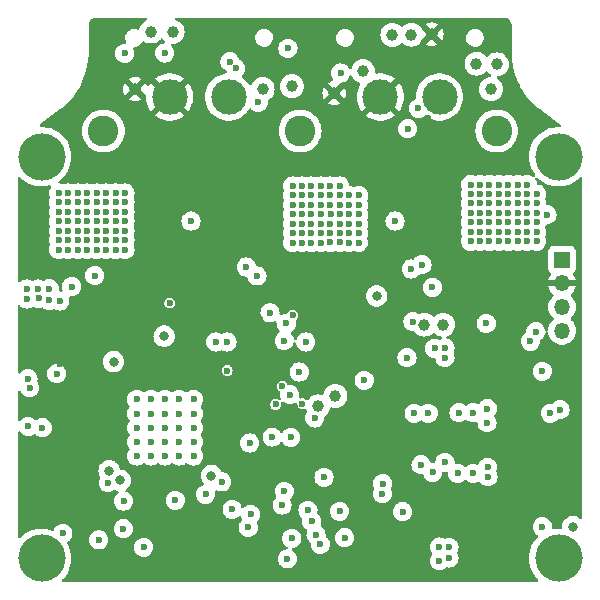
<source format=gbr>
%TF.GenerationSoftware,KiCad,Pcbnew,(7.0.0-0)*%
%TF.CreationDate,2023-03-29T23:18:46+02:00*%
%TF.ProjectId,Nauthiluscontroller,4e617574-6869-46c7-9573-636f6e74726f,rev?*%
%TF.SameCoordinates,Original*%
%TF.FileFunction,Copper,L2,Inr*%
%TF.FilePolarity,Positive*%
%FSLAX46Y46*%
G04 Gerber Fmt 4.6, Leading zero omitted, Abs format (unit mm)*
G04 Created by KiCad (PCBNEW (7.0.0-0)) date 2023-03-29 23:18:46*
%MOMM*%
%LPD*%
G01*
G04 APERTURE LIST*
%TA.AperFunction,ComponentPad*%
%ADD10C,0.600000*%
%TD*%
%TA.AperFunction,ComponentPad*%
%ADD11C,2.600000*%
%TD*%
%TA.AperFunction,ComponentPad*%
%ADD12C,1.000000*%
%TD*%
%TA.AperFunction,ComponentPad*%
%ADD13C,3.000000*%
%TD*%
%TA.AperFunction,ComponentPad*%
%ADD14C,4.000000*%
%TD*%
%TA.AperFunction,ComponentPad*%
%ADD15R,1.350000X1.350000*%
%TD*%
%TA.AperFunction,ComponentPad*%
%ADD16O,1.350000X1.350000*%
%TD*%
%TA.AperFunction,ViaPad*%
%ADD17C,0.600000*%
%TD*%
%TA.AperFunction,ViaPad*%
%ADD18C,0.800000*%
%TD*%
G04 APERTURE END LIST*
D10*
%TO.N,N/C*%
%TO.C,U3*%
X126223000Y-108022000D03*
X126223000Y-106822000D03*
X126223000Y-105622000D03*
X126223000Y-104422000D03*
X126223000Y-103222000D03*
X127423000Y-108022000D03*
X127423000Y-106822000D03*
X127423000Y-105622000D03*
X127423000Y-104422000D03*
X127423000Y-103222000D03*
X128623000Y-108022000D03*
X128623000Y-106822000D03*
X128623000Y-105622000D03*
X128623000Y-104422000D03*
X128623000Y-103222000D03*
X129823000Y-108022000D03*
X129823000Y-106822000D03*
X129823000Y-105622000D03*
X129823000Y-104422000D03*
X129823000Y-103222000D03*
X131023000Y-108022000D03*
X131023000Y-106822000D03*
X131023000Y-105622000D03*
X131023000Y-104422000D03*
X131023000Y-103222000D03*
%TD*%
D11*
%TO.N,SHC*%
%TO.C,U15*%
X156697360Y-80500000D03*
%TD*%
%TO.N,SHA*%
%TO.C,U13*%
X123400000Y-80500000D03*
%TD*%
D12*
%TO.N,+24V*%
%TO.C,U9*%
X136870000Y-76950000D03*
%TD*%
%TO.N,GND*%
%TO.C,U10*%
X142950000Y-77300000D03*
%TD*%
D13*
%TO.N,GND*%
%TO.C,J4*%
X146850000Y-77620000D03*
%TO.N,+24V*%
X151850000Y-77620000D03*
%TD*%
D12*
%TO.N,+24V*%
%TO.C,U12*%
X156220000Y-76950000D03*
%TD*%
D14*
%TO.N,N/C*%
%TO.C,H2*%
X118170000Y-116680000D03*
%TD*%
D12*
%TO.N,GND*%
%TO.C,U8*%
X126080000Y-76950000D03*
%TD*%
D11*
%TO.N,SHB*%
%TO.C,U14*%
X140048680Y-80500000D03*
%TD*%
D14*
%TO.N,N/C*%
%TO.C,H1*%
X118170000Y-82680001D03*
%TD*%
%TO.N,N/C*%
%TO.C,H3*%
X161927359Y-82680001D03*
%TD*%
%TO.N,N/C*%
%TO.C,H4*%
X161927359Y-116680000D03*
%TD*%
D12*
%TO.N,+3V3*%
%TO.C,U11*%
X139360000Y-76700000D03*
%TD*%
%TO.N,I2C1_SDA*%
%TO.C,J9*%
X156720000Y-74860000D03*
%TD*%
%TO.N,I2C1_SCL*%
%TO.C,J12*%
X154980000Y-74800000D03*
%TD*%
D15*
%TO.N,+3V3*%
%TO.C,J6*%
X162229999Y-91399999D03*
D16*
%TO.N,GND*%
X162229999Y-93399999D03*
%TO.N,SWDIO*%
X162229999Y-95399999D03*
%TO.N,SWCLK*%
X162229999Y-97399999D03*
%TD*%
D12*
%TO.N,GND*%
%TO.C,J15*%
X151180000Y-72320000D03*
%TD*%
%TO.N,USART1_RX*%
%TO.C,J10*%
X149470000Y-72350000D03*
%TD*%
%TO.N,USART1_TX*%
%TO.C,J13*%
X147850000Y-72360000D03*
%TD*%
%TO.N,CAN_L*%
%TO.C,J14*%
X129260000Y-72110000D03*
%TD*%
D13*
%TO.N,GND*%
%TO.C,J1*%
X129000000Y-77620000D03*
%TO.N,+24V*%
X134000000Y-77620000D03*
%TD*%
D12*
%TO.N,CAN_H*%
%TO.C,J11*%
X127430000Y-72080000D03*
%TD*%
%TO.N,USART3_TX*%
%TO.C,J21*%
X141580000Y-103820000D03*
%TD*%
%TO.N,DIR*%
%TO.C,J2*%
X152150000Y-96900000D03*
%TD*%
%TO.N,USART3_RX*%
%TO.C,J20*%
X143040000Y-102930000D03*
%TD*%
%TO.N,RS485_CTRL*%
%TO.C,J19*%
X145380000Y-75440000D03*
%TD*%
%TO.N,STEP*%
%TO.C,J3*%
X150550000Y-96900000D03*
%TD*%
D17*
%TO.N,+24V*%
X119620000Y-85750000D03*
X119620000Y-86550000D03*
X123620000Y-90550000D03*
X124420000Y-88950000D03*
X122020000Y-89750000D03*
X122020000Y-90550000D03*
X125220000Y-89750000D03*
X119620000Y-90550000D03*
X119620000Y-89750000D03*
X122820000Y-89750000D03*
X121220000Y-88950000D03*
X120420000Y-89750000D03*
X125220000Y-88950000D03*
X122820000Y-88950000D03*
X124420000Y-89750000D03*
X123620000Y-88950000D03*
X119620000Y-88950000D03*
X120420000Y-88950000D03*
X122020000Y-88950000D03*
X123620000Y-89750000D03*
X121220000Y-90550000D03*
X125220000Y-90550000D03*
X122820000Y-90550000D03*
X120420000Y-90550000D03*
X124420000Y-90550000D03*
X121220000Y-89750000D03*
X154480000Y-87440000D03*
X158480000Y-86640000D03*
X159280000Y-85040000D03*
X156880000Y-85840000D03*
X156880000Y-86640000D03*
X160080000Y-85840000D03*
X154480000Y-86640000D03*
X154480000Y-85840000D03*
X157680000Y-85840000D03*
X156080000Y-85040000D03*
X155280000Y-85840000D03*
X160960000Y-87590000D03*
X157680000Y-85040000D03*
X159280000Y-85840000D03*
X158480000Y-85040000D03*
X157680000Y-87440000D03*
X159280000Y-87440000D03*
X156880000Y-87440000D03*
X158480000Y-87440000D03*
X154480000Y-85040000D03*
X155280000Y-85040000D03*
X156880000Y-85040000D03*
X159280000Y-88240000D03*
X158480000Y-89840000D03*
X159280000Y-89040000D03*
X157680000Y-88240000D03*
X156080000Y-88240000D03*
X154480000Y-89840000D03*
X157680000Y-89040000D03*
X155280000Y-89040000D03*
X156880000Y-89040000D03*
X156880000Y-89840000D03*
X158480000Y-88240000D03*
X154480000Y-89040000D03*
X160080000Y-88240000D03*
X160080000Y-89040000D03*
X154480000Y-88240000D03*
X155280000Y-88240000D03*
X156880000Y-88240000D03*
X158480000Y-89040000D03*
X156080000Y-89840000D03*
X160080000Y-89840000D03*
X157680000Y-89840000D03*
X155280000Y-89840000D03*
X159280000Y-89840000D03*
X156080000Y-89040000D03*
X158480000Y-85840000D03*
X155280000Y-87440000D03*
X156080000Y-86640000D03*
X160080000Y-86640000D03*
X157680000Y-86640000D03*
X155280000Y-86640000D03*
X156080000Y-87440000D03*
X159280000Y-86640000D03*
X156080000Y-85840000D03*
X160080000Y-87440000D03*
X145010000Y-89160000D03*
X122820000Y-86550000D03*
X145010000Y-85960000D03*
X150900000Y-104400000D03*
X122020000Y-86550000D03*
X155920000Y-108980000D03*
X142610000Y-86760000D03*
X139410000Y-89960000D03*
X142610000Y-85160000D03*
X141010000Y-86760000D03*
X142620000Y-89920000D03*
X141010000Y-88360000D03*
X122020000Y-85750000D03*
X150360000Y-91810000D03*
X143410000Y-85160000D03*
X144210000Y-89960000D03*
X145010000Y-88360000D03*
X117145600Y-102236676D03*
X150290000Y-108760000D03*
X140210000Y-85960000D03*
X142610000Y-85960000D03*
X123620000Y-86550000D03*
X118820000Y-94850000D03*
X125220000Y-87350000D03*
X141810000Y-86760000D03*
X143410000Y-85960000D03*
X155800000Y-96800000D03*
X124420000Y-86550000D03*
X143420000Y-89920000D03*
X125220000Y-88150000D03*
X144210000Y-88360000D03*
X141810000Y-89960000D03*
X141010000Y-87560000D03*
X144210000Y-85960000D03*
X141810000Y-87560000D03*
X162050000Y-104100000D03*
X154700000Y-104350000D03*
X155880000Y-105200000D03*
X142610000Y-89160000D03*
X118810000Y-93860000D03*
X141810000Y-85160000D03*
X117020000Y-101480000D03*
X139410000Y-89160000D03*
X122820000Y-87350000D03*
X122020000Y-87350000D03*
X117910000Y-94680000D03*
X116920000Y-93880000D03*
X122820000Y-88150000D03*
X122660000Y-92740000D03*
X124420000Y-87350000D03*
X141010000Y-85960000D03*
X141010000Y-85160000D03*
X139410000Y-88360000D03*
X140210000Y-88360000D03*
X121220000Y-85750000D03*
X123620000Y-87350000D03*
X151270000Y-109410000D03*
X118230000Y-105620000D03*
X122020000Y-88150000D03*
X121220000Y-87350000D03*
X143410000Y-86760000D03*
X119440200Y-101041681D03*
X135490000Y-92020004D03*
X139410000Y-86760000D03*
X142650000Y-87560000D03*
X140210000Y-89960000D03*
X140210000Y-89160000D03*
X117870000Y-93870000D03*
X123620000Y-88150000D03*
X145010000Y-87560000D03*
X120420000Y-86550000D03*
X144210000Y-87560000D03*
X116950000Y-94730000D03*
X153500000Y-104350000D03*
X152320000Y-98880000D03*
X139410000Y-85960000D03*
X119690000Y-94900000D03*
X149465000Y-92185000D03*
X120710000Y-93670000D03*
X122820000Y-85750000D03*
X145010000Y-89960000D03*
X145010000Y-86760000D03*
X141810000Y-89160000D03*
X136390000Y-92770000D03*
X143410000Y-88360000D03*
X140210000Y-86760000D03*
X153400000Y-109500000D03*
X139410000Y-85160000D03*
X119620000Y-87350000D03*
X143390000Y-87550000D03*
X120420000Y-85750000D03*
X144210000Y-86760000D03*
X152310000Y-99680000D03*
X121220000Y-88150000D03*
X140210000Y-87560000D03*
X120420000Y-87350000D03*
X151430000Y-98910000D03*
X120420000Y-88150000D03*
X144210000Y-89160000D03*
X121220000Y-86550000D03*
X124420000Y-85750000D03*
X125220000Y-86550000D03*
X154700000Y-109500000D03*
X125220000Y-85750000D03*
X141810000Y-88360000D03*
X142610000Y-88360000D03*
X141010000Y-89160000D03*
X117040000Y-105510000D03*
X149700000Y-104400000D03*
X124420000Y-88150000D03*
X155910000Y-104000000D03*
X123620000Y-85750000D03*
X143410000Y-89160000D03*
X149100000Y-99690000D03*
X119620000Y-88150000D03*
X141010000Y-89960000D03*
X161222000Y-104399500D03*
X155950000Y-109760000D03*
X140210000Y-85160000D03*
X160000000Y-97500000D03*
X141810000Y-85960000D03*
X139410000Y-87560000D03*
%TO.N,SLA*%
X139966823Y-100908751D03*
X130809998Y-88130000D03*
%TO.N,SLB*%
X137490000Y-95900000D03*
X139175000Y-102825000D03*
X140524500Y-98360489D03*
X138867313Y-96790000D03*
%TO.N,SLC*%
X151250000Y-93750000D03*
X149600000Y-96639498D03*
%TO.N,CAN_L*%
X128575000Y-73889998D03*
X125200000Y-73930000D03*
X134100000Y-74634990D03*
D18*
%TO.N,GHC*%
X146530000Y-94480000D03*
D17*
X148090000Y-88125500D03*
%TO.N,BLUE_LED*%
X141280000Y-104800500D03*
%TO.N,nMFAULT*%
X129489072Y-111770798D03*
X125100000Y-111835050D03*
%TO.N,CAN_RX*%
X143470000Y-75590000D03*
X139020000Y-73510000D03*
X149150500Y-80310519D03*
X134590000Y-75210000D03*
%TO.N,CAN_TX*%
X150070000Y-78580000D03*
X136510000Y-78060000D03*
%TO.N,LOOP_PIN*%
X148720500Y-112730500D03*
%TO.N,INH_A*%
X152308767Y-108548767D03*
%TO.N,INL_A*%
X138980000Y-116730000D03*
X143399798Y-112700000D03*
X141400000Y-114670000D03*
%TO.N,INH_B*%
X143813590Y-114933590D03*
%TO.N,INL_B*%
X141750000Y-115500000D03*
%TO.N,INH_C*%
X140710000Y-112610000D03*
%TO.N,INL_C*%
X135650000Y-114069511D03*
%TO.N,PWM_ENC*%
X138700000Y-98250000D03*
%TO.N,ENA_GATE*%
X151844096Y-115729335D03*
%TO.N,SENSE_A*%
X135791393Y-106921500D03*
%TO.N,SENSE_B*%
X137680000Y-106421500D03*
%TO.N,SENSE_C*%
X139250000Y-106450000D03*
D18*
%TO.N,+3V3*%
X128547500Y-97875000D03*
D17*
X132910000Y-98359979D03*
X133420000Y-110210000D03*
X145468556Y-101608556D03*
X147040500Y-110350000D03*
X151840000Y-116880000D03*
X123000000Y-115120000D03*
X133860000Y-98359979D03*
X152650000Y-116650000D03*
X119960000Y-114570000D03*
X159550000Y-98300000D03*
X123800000Y-110280000D03*
X125090002Y-114179998D03*
D18*
X163150000Y-114000000D03*
D17*
X160550000Y-100850000D03*
D18*
X124820000Y-110080000D03*
D17*
X147011444Y-111211444D03*
D18*
X123880000Y-109270000D03*
X124250000Y-100040000D03*
D17*
X160550000Y-114000000D03*
D18*
X132540000Y-109680000D03*
D17*
%TO.N,CS1_DRV*%
X142075000Y-109825000D03*
%TO.N,CLK1_DRV*%
X138525000Y-112175000D03*
X134292840Y-112540010D03*
X132050000Y-111259990D03*
%TO.N,MISO1_DRV*%
X138700000Y-111000000D03*
%TO.N,MOSI1_DRV*%
X135850000Y-112970511D03*
%TO.N,GND*%
X142790000Y-93100000D03*
X142790000Y-94700000D03*
X141990000Y-93900000D03*
X144390000Y-93900000D03*
X142790000Y-93900000D03*
X141990000Y-94700000D03*
X143590000Y-93900000D03*
X144390000Y-92300000D03*
X141990000Y-93100000D03*
X143590000Y-94700000D03*
X142790000Y-92300000D03*
X144390000Y-94700000D03*
X144390000Y-93100000D03*
X141990000Y-92300000D03*
X143590000Y-92300000D03*
X141190000Y-94700000D03*
X141190000Y-92300000D03*
X141190000Y-93900000D03*
X141190000Y-93100000D03*
X143590000Y-93100000D03*
X132620000Y-92920000D03*
X130220000Y-92920000D03*
X130220000Y-93720000D03*
X130220000Y-92120000D03*
X130220000Y-94520000D03*
X132620000Y-92120000D03*
X131020000Y-92120000D03*
X133420000Y-92920000D03*
X133420000Y-94520000D03*
X131820000Y-92120000D03*
X133420000Y-95320000D03*
X132620000Y-94520000D03*
X131020000Y-92920000D03*
X133420000Y-92120000D03*
X132620000Y-93720000D03*
X131820000Y-95320000D03*
X130220000Y-95320000D03*
X131020000Y-95320000D03*
X132620000Y-95320000D03*
X131020000Y-94520000D03*
X131820000Y-93720000D03*
X133420000Y-93720000D03*
X131020000Y-93720000D03*
X131820000Y-94520000D03*
X131820000Y-92920000D03*
X156940000Y-94700000D03*
X159340000Y-93100000D03*
X156940000Y-93900000D03*
X156940000Y-93100000D03*
X160140000Y-93100000D03*
X158540000Y-92300000D03*
X157740000Y-93100000D03*
X160140000Y-92300000D03*
X160140000Y-94700000D03*
X158540000Y-93900000D03*
X160140000Y-95500000D03*
X156940000Y-92300000D03*
X156940000Y-95500000D03*
X157740000Y-92300000D03*
X159340000Y-92300000D03*
X159340000Y-94700000D03*
X158540000Y-95500000D03*
X157740000Y-94700000D03*
X158540000Y-94700000D03*
X160140000Y-93900000D03*
X158540000Y-93100000D03*
X145150000Y-110500000D03*
X138050000Y-108400000D03*
X162848441Y-110500000D03*
X159340000Y-95520000D03*
X158450000Y-116874500D03*
D18*
X116880000Y-114140000D03*
X146820000Y-86950000D03*
D17*
X138525000Y-102125000D03*
X154780000Y-106520000D03*
X159250000Y-111250000D03*
X118850000Y-110810000D03*
D18*
X130440000Y-75510000D03*
D17*
X120130000Y-98800000D03*
X123809998Y-95860002D03*
X151470000Y-102580000D03*
X151270000Y-106510000D03*
X137980000Y-103650000D03*
X157710000Y-93880000D03*
X146180000Y-100797500D03*
D18*
X162490000Y-89570000D03*
D17*
X133850000Y-100790000D03*
X155860000Y-106780000D03*
X156650000Y-102850000D03*
X139417323Y-96100000D03*
X149830000Y-103080000D03*
X127330000Y-117510000D03*
X150520000Y-107524500D03*
X145330000Y-82700000D03*
X117920000Y-107790000D03*
X120650000Y-109940000D03*
D18*
X116770000Y-86450000D03*
D17*
X162250000Y-102850000D03*
X152550000Y-110900000D03*
X161222000Y-112624500D03*
X141190000Y-95500000D03*
X148050000Y-116450000D03*
X136990000Y-110080002D03*
X133035000Y-101255000D03*
D18*
X145900000Y-90650000D03*
D17*
X122159503Y-94059505D03*
X143590000Y-95500000D03*
X142790000Y-95500000D03*
X135120000Y-93940000D03*
X135730000Y-96665010D03*
X156900000Y-117590000D03*
X153550000Y-102462000D03*
X149890000Y-106550000D03*
X122460000Y-107640000D03*
X154233962Y-115216292D03*
X150874967Y-79367921D03*
X150282082Y-95490498D03*
X141990000Y-95500000D03*
X153450000Y-106470000D03*
X143550000Y-110450000D03*
D18*
X121160000Y-114910000D03*
D17*
X154750000Y-111000000D03*
X149888000Y-114850000D03*
X116650000Y-97850000D03*
X155910000Y-107670000D03*
X157770000Y-95490000D03*
X162848441Y-107442000D03*
X157450000Y-110800000D03*
D18*
X116730000Y-89370000D03*
D17*
X116750000Y-98700000D03*
X132711741Y-81708259D03*
X116740000Y-99360000D03*
X159320000Y-93910000D03*
X153450000Y-110950000D03*
X151302491Y-94917500D03*
X150600000Y-117800000D03*
X136687818Y-96385370D03*
X134350000Y-108200000D03*
X128995019Y-95076696D03*
X158350000Y-111050000D03*
X160900000Y-106300000D03*
X144390000Y-95500000D03*
D18*
X163398667Y-85360000D03*
D17*
X154950000Y-102500000D03*
X140240000Y-103600000D03*
X119690000Y-100270000D03*
X147975000Y-115050000D03*
X158100000Y-102850000D03*
X161000000Y-102750000D03*
X135889998Y-94010000D03*
X147200000Y-116600000D03*
X122080000Y-117820000D03*
%TO.N,RESET*%
X152650000Y-115750000D03*
%TO.N,RGB_PIN*%
X139350000Y-114990000D03*
X126811431Y-115748569D03*
X141040000Y-113550000D03*
%TD*%
%TA.AperFunction,Conductor*%
%TO.N,GND*%
G36*
X127060260Y-70920388D02*
G01*
X127106692Y-70970617D01*
X127120038Y-71037705D01*
X127096364Y-71101880D01*
X127043898Y-71143242D01*
X127042196Y-71143759D01*
X127036738Y-71146676D01*
X127036734Y-71146678D01*
X126872454Y-71234487D01*
X126872449Y-71234490D01*
X126866996Y-71237405D01*
X126862217Y-71241326D01*
X126862211Y-71241331D01*
X126718211Y-71359509D01*
X126718205Y-71359514D01*
X126713432Y-71363432D01*
X126709514Y-71368205D01*
X126709509Y-71368211D01*
X126591331Y-71512211D01*
X126591326Y-71512217D01*
X126587405Y-71516996D01*
X126584490Y-71522449D01*
X126584487Y-71522454D01*
X126496678Y-71686734D01*
X126493759Y-71692196D01*
X126491963Y-71698114D01*
X126491958Y-71698128D01*
X126448750Y-71840565D01*
X126422072Y-71888010D01*
X126377871Y-71919775D01*
X126324395Y-71929932D01*
X126271627Y-71916586D01*
X126269468Y-71915502D01*
X126264991Y-71913253D01*
X126264987Y-71913251D01*
X126258433Y-71909960D01*
X126251296Y-71908268D01*
X126251292Y-71908267D01*
X126094857Y-71871191D01*
X126094854Y-71871190D01*
X126087721Y-71869500D01*
X125956291Y-71869500D01*
X125952663Y-71869923D01*
X125952646Y-71869925D01*
X125833032Y-71883907D01*
X125833029Y-71883907D01*
X125825745Y-71884759D01*
X125818857Y-71887265D01*
X125818848Y-71887268D01*
X125667785Y-71942250D01*
X125667778Y-71942253D01*
X125660883Y-71944763D01*
X125654751Y-71948795D01*
X125654745Y-71948799D01*
X125520440Y-72037134D01*
X125514304Y-72041170D01*
X125509270Y-72046505D01*
X125509266Y-72046509D01*
X125398946Y-72163441D01*
X125398942Y-72163445D01*
X125393908Y-72168782D01*
X125390236Y-72175141D01*
X125390236Y-72175142D01*
X125309857Y-72314363D01*
X125309855Y-72314367D01*
X125306188Y-72320719D01*
X125304084Y-72327744D01*
X125304084Y-72327746D01*
X125257973Y-72481763D01*
X125257971Y-72481769D01*
X125255870Y-72488790D01*
X125255443Y-72496108D01*
X125255443Y-72496113D01*
X125246095Y-72656609D01*
X125246095Y-72656614D01*
X125245669Y-72663935D01*
X125246942Y-72671159D01*
X125246943Y-72671161D01*
X125260458Y-72747804D01*
X125276135Y-72836711D01*
X125279039Y-72843445D01*
X125279041Y-72843449D01*
X125321237Y-72941270D01*
X125331063Y-73002158D01*
X125310813Y-73060414D01*
X125265342Y-73102081D01*
X125206000Y-73117060D01*
X125200000Y-73116384D01*
X125192971Y-73117176D01*
X125025981Y-73135991D01*
X125025979Y-73135991D01*
X125018953Y-73136783D01*
X125012280Y-73139117D01*
X125012275Y-73139119D01*
X124853664Y-73194619D01*
X124853656Y-73194622D01*
X124846985Y-73196957D01*
X124841000Y-73200717D01*
X124840993Y-73200721D01*
X124698714Y-73290121D01*
X124698707Y-73290126D01*
X124692719Y-73293889D01*
X124687714Y-73298893D01*
X124687710Y-73298897D01*
X124568897Y-73417710D01*
X124568893Y-73417714D01*
X124563889Y-73422719D01*
X124560126Y-73428707D01*
X124560121Y-73428714D01*
X124470721Y-73570993D01*
X124470717Y-73571000D01*
X124466957Y-73576985D01*
X124464622Y-73583656D01*
X124464619Y-73583664D01*
X124409119Y-73742275D01*
X124409117Y-73742280D01*
X124406783Y-73748953D01*
X124405991Y-73755979D01*
X124405991Y-73755981D01*
X124393653Y-73865484D01*
X124386384Y-73930000D01*
X124406783Y-74111047D01*
X124409118Y-74117720D01*
X124409119Y-74117724D01*
X124464619Y-74276335D01*
X124464621Y-74276339D01*
X124466957Y-74283015D01*
X124470719Y-74289003D01*
X124470721Y-74289006D01*
X124557571Y-74427227D01*
X124563889Y-74437281D01*
X124692719Y-74566111D01*
X124698713Y-74569877D01*
X124698714Y-74569878D01*
X124713068Y-74578897D01*
X124846985Y-74663043D01*
X125018953Y-74723217D01*
X125200000Y-74743616D01*
X125381047Y-74723217D01*
X125553015Y-74663043D01*
X125707281Y-74566111D01*
X125836111Y-74437281D01*
X125933043Y-74283015D01*
X125993217Y-74111047D01*
X126013616Y-73930000D01*
X125993217Y-73748953D01*
X125933043Y-73576985D01*
X125924591Y-73563535D01*
X125905329Y-73500036D01*
X125921000Y-73435553D01*
X125967261Y-73387975D01*
X126031279Y-73370500D01*
X126040040Y-73370500D01*
X126043709Y-73370500D01*
X126174255Y-73355241D01*
X126339117Y-73295237D01*
X126485696Y-73198830D01*
X126606092Y-73071218D01*
X126673938Y-72953703D01*
X126710501Y-72913692D01*
X126760494Y-72892742D01*
X126814663Y-72894735D01*
X126856533Y-72916022D01*
X126857064Y-72915229D01*
X126862211Y-72918668D01*
X126866996Y-72922595D01*
X127042196Y-73016241D01*
X127232299Y-73073908D01*
X127238460Y-73074514D01*
X127238461Y-73074515D01*
X127423837Y-73092773D01*
X127430000Y-73093380D01*
X127627701Y-73073908D01*
X127817804Y-73016241D01*
X127993004Y-72922595D01*
X128146568Y-72796568D01*
X128235292Y-72688457D01*
X128278817Y-72654491D01*
X128332688Y-72642393D01*
X128386560Y-72654490D01*
X128430088Y-72688459D01*
X128522030Y-72800490D01*
X128543432Y-72826568D01*
X128584339Y-72860140D01*
X128619702Y-72906719D01*
X128630226Y-72964249D01*
X128613642Y-73020333D01*
X128573523Y-73062888D01*
X128518513Y-73082746D01*
X128400980Y-73095989D01*
X128400977Y-73095989D01*
X128393953Y-73096781D01*
X128387280Y-73099115D01*
X128387275Y-73099117D01*
X128228664Y-73154617D01*
X128228656Y-73154620D01*
X128221985Y-73156955D01*
X128216000Y-73160715D01*
X128215993Y-73160719D01*
X128073714Y-73250119D01*
X128073707Y-73250124D01*
X128067719Y-73253887D01*
X128062714Y-73258891D01*
X128062710Y-73258895D01*
X127943897Y-73377708D01*
X127943893Y-73377712D01*
X127938889Y-73382717D01*
X127935126Y-73388705D01*
X127935121Y-73388712D01*
X127845721Y-73530991D01*
X127845717Y-73530998D01*
X127841957Y-73536983D01*
X127839622Y-73543654D01*
X127839619Y-73543662D01*
X127784119Y-73702273D01*
X127784117Y-73702278D01*
X127781783Y-73708951D01*
X127780991Y-73715977D01*
X127780991Y-73715979D01*
X127766203Y-73847227D01*
X127761384Y-73889998D01*
X127781783Y-74071045D01*
X127784118Y-74077718D01*
X127784119Y-74077722D01*
X127839619Y-74236333D01*
X127839621Y-74236337D01*
X127841957Y-74243013D01*
X127845719Y-74249001D01*
X127845721Y-74249004D01*
X127892105Y-74322824D01*
X127938889Y-74397279D01*
X128067719Y-74526109D01*
X128073713Y-74529875D01*
X128073714Y-74529876D01*
X128143760Y-74573889D01*
X128221985Y-74623041D01*
X128393953Y-74683215D01*
X128575000Y-74703614D01*
X128756047Y-74683215D01*
X128928015Y-74623041D01*
X129082281Y-74526109D01*
X129211111Y-74397279D01*
X129308043Y-74243013D01*
X129368217Y-74071045D01*
X129388616Y-73889998D01*
X129368217Y-73708951D01*
X129308043Y-73536983D01*
X129291088Y-73510000D01*
X138206384Y-73510000D01*
X138226783Y-73691047D01*
X138229118Y-73697720D01*
X138229119Y-73697724D01*
X138284619Y-73856335D01*
X138284621Y-73856339D01*
X138286957Y-73863015D01*
X138290719Y-73869003D01*
X138290721Y-73869006D01*
X138369958Y-73995111D01*
X138383889Y-74017281D01*
X138512719Y-74146111D01*
X138666985Y-74243043D01*
X138838953Y-74303217D01*
X139020000Y-74323616D01*
X139201047Y-74303217D01*
X139373015Y-74243043D01*
X139527281Y-74146111D01*
X139656111Y-74017281D01*
X139753043Y-73863015D01*
X139813217Y-73691047D01*
X139833616Y-73510000D01*
X139813217Y-73328953D01*
X139753043Y-73156985D01*
X139699152Y-73071218D01*
X139659878Y-73008714D01*
X139659877Y-73008713D01*
X139656111Y-73002719D01*
X139527281Y-72873889D01*
X139521287Y-72870123D01*
X139521285Y-72870121D01*
X139379006Y-72780721D01*
X139379003Y-72780719D01*
X139373015Y-72776957D01*
X139366339Y-72774621D01*
X139366335Y-72774619D01*
X139207724Y-72719119D01*
X139207720Y-72719118D01*
X139201047Y-72716783D01*
X139168066Y-72713067D01*
X139027029Y-72697176D01*
X139020000Y-72696384D01*
X139012971Y-72697176D01*
X138845981Y-72715991D01*
X138845979Y-72715991D01*
X138838953Y-72716783D01*
X138832280Y-72719117D01*
X138832275Y-72719119D01*
X138673664Y-72774619D01*
X138673656Y-72774622D01*
X138666985Y-72776957D01*
X138661000Y-72780717D01*
X138660993Y-72780721D01*
X138518714Y-72870121D01*
X138518707Y-72870126D01*
X138512719Y-72873889D01*
X138507714Y-72878893D01*
X138507710Y-72878897D01*
X138388897Y-72997710D01*
X138388893Y-72997714D01*
X138383889Y-73002719D01*
X138380126Y-73008707D01*
X138380121Y-73008714D01*
X138290721Y-73150993D01*
X138290717Y-73151000D01*
X138286957Y-73156985D01*
X138284622Y-73163656D01*
X138284619Y-73163664D01*
X138229119Y-73322275D01*
X138229117Y-73322280D01*
X138226783Y-73328953D01*
X138225991Y-73335979D01*
X138225991Y-73335981D01*
X138216218Y-73422719D01*
X138206384Y-73510000D01*
X129291088Y-73510000D01*
X129211111Y-73382717D01*
X129166262Y-73337868D01*
X129135524Y-73287709D01*
X129130908Y-73229062D01*
X129153421Y-73174712D01*
X129198154Y-73136506D01*
X129254914Y-73122879D01*
X129260000Y-73123380D01*
X129457701Y-73103908D01*
X129647804Y-73046241D01*
X129823004Y-72952595D01*
X129976568Y-72826568D01*
X130102595Y-72673004D01*
X130107442Y-72663935D01*
X136245669Y-72663935D01*
X136246942Y-72671159D01*
X136246943Y-72671161D01*
X136260458Y-72747804D01*
X136276135Y-72836711D01*
X136279039Y-72843445D01*
X136279041Y-72843449D01*
X136314493Y-72925636D01*
X136345623Y-72997804D01*
X136350005Y-73003690D01*
X136350008Y-73003695D01*
X136433903Y-73116384D01*
X136450390Y-73138530D01*
X136584786Y-73251302D01*
X136741567Y-73330040D01*
X136912279Y-73370500D01*
X137040040Y-73370500D01*
X137043709Y-73370500D01*
X137174255Y-73355241D01*
X137339117Y-73295237D01*
X137485696Y-73198830D01*
X137606092Y-73071218D01*
X137693812Y-72919281D01*
X137744130Y-72751210D01*
X137749213Y-72663935D01*
X143095669Y-72663935D01*
X143096942Y-72671159D01*
X143096943Y-72671161D01*
X143110458Y-72747804D01*
X143126135Y-72836711D01*
X143129039Y-72843445D01*
X143129041Y-72843449D01*
X143164493Y-72925636D01*
X143195623Y-72997804D01*
X143200005Y-73003690D01*
X143200008Y-73003695D01*
X143283903Y-73116384D01*
X143300390Y-73138530D01*
X143434786Y-73251302D01*
X143591567Y-73330040D01*
X143762279Y-73370500D01*
X143890040Y-73370500D01*
X143893709Y-73370500D01*
X144024255Y-73355241D01*
X144189117Y-73295237D01*
X144335696Y-73198830D01*
X144456092Y-73071218D01*
X144543812Y-72919281D01*
X144594130Y-72751210D01*
X144604331Y-72576065D01*
X144573865Y-72403289D01*
X144555192Y-72360000D01*
X146836620Y-72360000D01*
X146837227Y-72366163D01*
X146855484Y-72551538D01*
X146855485Y-72551547D01*
X146856092Y-72557701D01*
X146857887Y-72563619D01*
X146857888Y-72563623D01*
X146909221Y-72732845D01*
X146913759Y-72747804D01*
X146916678Y-72753265D01*
X146998700Y-72906719D01*
X147007405Y-72923004D01*
X147011330Y-72927787D01*
X147011331Y-72927788D01*
X147125914Y-73067408D01*
X147133432Y-73076568D01*
X147286996Y-73202595D01*
X147462196Y-73296241D01*
X147652299Y-73353908D01*
X147658460Y-73354514D01*
X147658461Y-73354515D01*
X147843837Y-73372773D01*
X147850000Y-73373380D01*
X148047701Y-73353908D01*
X148237804Y-73296241D01*
X148413004Y-73202595D01*
X148566568Y-73076568D01*
X148570500Y-73071775D01*
X148574869Y-73067408D01*
X148576610Y-73069149D01*
X148624334Y-73036074D01*
X148693477Y-73032650D01*
X148752514Y-73065450D01*
X148753432Y-73066568D01*
X148906996Y-73192595D01*
X149082196Y-73286241D01*
X149272299Y-73343908D01*
X149278460Y-73344514D01*
X149278461Y-73344515D01*
X149463837Y-73362773D01*
X149470000Y-73363380D01*
X149667701Y-73343908D01*
X149857804Y-73286241D01*
X150033004Y-73192595D01*
X150037015Y-73189303D01*
X150673659Y-73189303D01*
X150682265Y-73196912D01*
X150786932Y-73252859D01*
X150798313Y-73257573D01*
X150976468Y-73311616D01*
X150988562Y-73314022D01*
X151173837Y-73332270D01*
X151186163Y-73332270D01*
X151371437Y-73314022D01*
X151383531Y-73311616D01*
X151561686Y-73257573D01*
X151573067Y-73252859D01*
X151677733Y-73196913D01*
X151686338Y-73189303D01*
X151680309Y-73179519D01*
X151191729Y-72690939D01*
X151179999Y-72684167D01*
X151168271Y-72690938D01*
X150679686Y-73179522D01*
X150673659Y-73189303D01*
X150037015Y-73189303D01*
X150186568Y-73066568D01*
X150312595Y-72913004D01*
X150401171Y-72747289D01*
X150423196Y-72717592D01*
X150809059Y-72331730D01*
X150815832Y-72319999D01*
X151544167Y-72319999D01*
X151550939Y-72331729D01*
X152039519Y-72820309D01*
X152049303Y-72826338D01*
X152056913Y-72817733D01*
X152112859Y-72713067D01*
X152117573Y-72701686D01*
X152129025Y-72663935D01*
X154095669Y-72663935D01*
X154096942Y-72671159D01*
X154096943Y-72671161D01*
X154110458Y-72747804D01*
X154126135Y-72836711D01*
X154129039Y-72843445D01*
X154129041Y-72843449D01*
X154164493Y-72925636D01*
X154195623Y-72997804D01*
X154200005Y-73003690D01*
X154200008Y-73003695D01*
X154283903Y-73116384D01*
X154300390Y-73138530D01*
X154434786Y-73251302D01*
X154591567Y-73330040D01*
X154762279Y-73370500D01*
X154890040Y-73370500D01*
X154893709Y-73370500D01*
X155024255Y-73355241D01*
X155189117Y-73295237D01*
X155335696Y-73198830D01*
X155456092Y-73071218D01*
X155543812Y-72919281D01*
X155594130Y-72751210D01*
X155604331Y-72576065D01*
X155573865Y-72403289D01*
X155504377Y-72242196D01*
X155399610Y-72101470D01*
X155332412Y-72045084D01*
X155270837Y-71993416D01*
X155270835Y-71993415D01*
X155265214Y-71988698D01*
X155108433Y-71909960D01*
X155101296Y-71908268D01*
X155101292Y-71908267D01*
X154944857Y-71871191D01*
X154944854Y-71871190D01*
X154937721Y-71869500D01*
X154806291Y-71869500D01*
X154802663Y-71869923D01*
X154802646Y-71869925D01*
X154683032Y-71883907D01*
X154683029Y-71883907D01*
X154675745Y-71884759D01*
X154668857Y-71887265D01*
X154668848Y-71887268D01*
X154517785Y-71942250D01*
X154517778Y-71942253D01*
X154510883Y-71944763D01*
X154504751Y-71948795D01*
X154504745Y-71948799D01*
X154370440Y-72037134D01*
X154364304Y-72041170D01*
X154359270Y-72046505D01*
X154359266Y-72046509D01*
X154248946Y-72163441D01*
X154248942Y-72163445D01*
X154243908Y-72168782D01*
X154240236Y-72175141D01*
X154240236Y-72175142D01*
X154159857Y-72314363D01*
X154159855Y-72314367D01*
X154156188Y-72320719D01*
X154154084Y-72327744D01*
X154154084Y-72327746D01*
X154107973Y-72481763D01*
X154107971Y-72481769D01*
X154105870Y-72488790D01*
X154105443Y-72496108D01*
X154105443Y-72496113D01*
X154096095Y-72656609D01*
X154096095Y-72656614D01*
X154095669Y-72663935D01*
X152129025Y-72663935D01*
X152171616Y-72523531D01*
X152174022Y-72511437D01*
X152192270Y-72326163D01*
X152192270Y-72313837D01*
X152174022Y-72128562D01*
X152171616Y-72116468D01*
X152117573Y-71938313D01*
X152112859Y-71926932D01*
X152056912Y-71822265D01*
X152049303Y-71813659D01*
X152039522Y-71819686D01*
X151550938Y-72308271D01*
X151544167Y-72319999D01*
X150815832Y-72319999D01*
X150809060Y-72308270D01*
X150354298Y-71853508D01*
X150332274Y-71823814D01*
X150312595Y-71786996D01*
X150186568Y-71633432D01*
X150041633Y-71514487D01*
X150037788Y-71511331D01*
X150037787Y-71511330D01*
X150033004Y-71507405D01*
X150022031Y-71501540D01*
X149926906Y-71450695D01*
X150673660Y-71450695D01*
X150679688Y-71460478D01*
X151168270Y-71949060D01*
X151179999Y-71955832D01*
X151191730Y-71949059D01*
X151680311Y-71460477D01*
X151686338Y-71450695D01*
X151677731Y-71443085D01*
X151573068Y-71387141D01*
X151561686Y-71382426D01*
X151383531Y-71328383D01*
X151371437Y-71325977D01*
X151186163Y-71307730D01*
X151173837Y-71307730D01*
X150988562Y-71325977D01*
X150976468Y-71328383D01*
X150798313Y-71382426D01*
X150786930Y-71387141D01*
X150682267Y-71443085D01*
X150673660Y-71450695D01*
X149926906Y-71450695D01*
X149863265Y-71416678D01*
X149857804Y-71413759D01*
X149790795Y-71393432D01*
X149673623Y-71357888D01*
X149673619Y-71357887D01*
X149667701Y-71356092D01*
X149661547Y-71355485D01*
X149661538Y-71355484D01*
X149476163Y-71337227D01*
X149470000Y-71336620D01*
X149463837Y-71337227D01*
X149278461Y-71355484D01*
X149278450Y-71355486D01*
X149272299Y-71356092D01*
X149266382Y-71357886D01*
X149266376Y-71357888D01*
X149088119Y-71411962D01*
X149088116Y-71411963D01*
X149082196Y-71413759D01*
X149076738Y-71416676D01*
X149076734Y-71416678D01*
X148912454Y-71504487D01*
X148912449Y-71504490D01*
X148906996Y-71507405D01*
X148902217Y-71511326D01*
X148902211Y-71511331D01*
X148758211Y-71629509D01*
X148758205Y-71629514D01*
X148753432Y-71633432D01*
X148749511Y-71638209D01*
X148745128Y-71642593D01*
X148743412Y-71640877D01*
X148695546Y-71673964D01*
X148626460Y-71677334D01*
X148567484Y-71644549D01*
X148566568Y-71643432D01*
X148413004Y-71517405D01*
X148401640Y-71511331D01*
X148243265Y-71426678D01*
X148237804Y-71423759D01*
X148204838Y-71413759D01*
X148053623Y-71367888D01*
X148053619Y-71367887D01*
X148047701Y-71366092D01*
X148041547Y-71365485D01*
X148041538Y-71365484D01*
X147856163Y-71347227D01*
X147850000Y-71346620D01*
X147843837Y-71347227D01*
X147658461Y-71365484D01*
X147658450Y-71365486D01*
X147652299Y-71366092D01*
X147646382Y-71367886D01*
X147646376Y-71367888D01*
X147468119Y-71421962D01*
X147468116Y-71421963D01*
X147462196Y-71423759D01*
X147456738Y-71426676D01*
X147456734Y-71426678D01*
X147292454Y-71514487D01*
X147292449Y-71514490D01*
X147286996Y-71517405D01*
X147282217Y-71521326D01*
X147282211Y-71521331D01*
X147138211Y-71639509D01*
X147138205Y-71639514D01*
X147133432Y-71643432D01*
X147129514Y-71648205D01*
X147129509Y-71648211D01*
X147011331Y-71792211D01*
X147011326Y-71792217D01*
X147007405Y-71796996D01*
X147004490Y-71802449D01*
X147004487Y-71802454D01*
X146919104Y-71962196D01*
X146913759Y-71972196D01*
X146911963Y-71978116D01*
X146911962Y-71978119D01*
X146857888Y-72156376D01*
X146857886Y-72156382D01*
X146856092Y-72162299D01*
X146855486Y-72168450D01*
X146855484Y-72168461D01*
X146841115Y-72314363D01*
X146836620Y-72360000D01*
X144555192Y-72360000D01*
X144504377Y-72242196D01*
X144399610Y-72101470D01*
X144332412Y-72045084D01*
X144270837Y-71993416D01*
X144270835Y-71993415D01*
X144265214Y-71988698D01*
X144108433Y-71909960D01*
X144101296Y-71908268D01*
X144101292Y-71908267D01*
X143944857Y-71871191D01*
X143944854Y-71871190D01*
X143937721Y-71869500D01*
X143806291Y-71869500D01*
X143802663Y-71869923D01*
X143802646Y-71869925D01*
X143683032Y-71883907D01*
X143683029Y-71883907D01*
X143675745Y-71884759D01*
X143668857Y-71887265D01*
X143668848Y-71887268D01*
X143517785Y-71942250D01*
X143517778Y-71942253D01*
X143510883Y-71944763D01*
X143504751Y-71948795D01*
X143504745Y-71948799D01*
X143370440Y-72037134D01*
X143364304Y-72041170D01*
X143359270Y-72046505D01*
X143359266Y-72046509D01*
X143248946Y-72163441D01*
X143248942Y-72163445D01*
X143243908Y-72168782D01*
X143240236Y-72175141D01*
X143240236Y-72175142D01*
X143159857Y-72314363D01*
X143159855Y-72314367D01*
X143156188Y-72320719D01*
X143154084Y-72327744D01*
X143154084Y-72327746D01*
X143107973Y-72481763D01*
X143107971Y-72481769D01*
X143105870Y-72488790D01*
X143105443Y-72496108D01*
X143105443Y-72496113D01*
X143096095Y-72656609D01*
X143096095Y-72656614D01*
X143095669Y-72663935D01*
X137749213Y-72663935D01*
X137754331Y-72576065D01*
X137723865Y-72403289D01*
X137654377Y-72242196D01*
X137549610Y-72101470D01*
X137482412Y-72045084D01*
X137420837Y-71993416D01*
X137420835Y-71993415D01*
X137415214Y-71988698D01*
X137258433Y-71909960D01*
X137251296Y-71908268D01*
X137251292Y-71908267D01*
X137094857Y-71871191D01*
X137094854Y-71871190D01*
X137087721Y-71869500D01*
X136956291Y-71869500D01*
X136952663Y-71869923D01*
X136952646Y-71869925D01*
X136833032Y-71883907D01*
X136833029Y-71883907D01*
X136825745Y-71884759D01*
X136818857Y-71887265D01*
X136818848Y-71887268D01*
X136667785Y-71942250D01*
X136667778Y-71942253D01*
X136660883Y-71944763D01*
X136654751Y-71948795D01*
X136654745Y-71948799D01*
X136520440Y-72037134D01*
X136514304Y-72041170D01*
X136509270Y-72046505D01*
X136509266Y-72046509D01*
X136398946Y-72163441D01*
X136398942Y-72163445D01*
X136393908Y-72168782D01*
X136390236Y-72175141D01*
X136390236Y-72175142D01*
X136309857Y-72314363D01*
X136309855Y-72314367D01*
X136306188Y-72320719D01*
X136304084Y-72327744D01*
X136304084Y-72327746D01*
X136257973Y-72481763D01*
X136257971Y-72481769D01*
X136255870Y-72488790D01*
X136255443Y-72496108D01*
X136255443Y-72496113D01*
X136246095Y-72656609D01*
X136246095Y-72656614D01*
X136245669Y-72663935D01*
X130107442Y-72663935D01*
X130196241Y-72497804D01*
X130253908Y-72307701D01*
X130273380Y-72110000D01*
X130266203Y-72037134D01*
X130254515Y-71918461D01*
X130254514Y-71918460D01*
X130253908Y-71912299D01*
X130196241Y-71722196D01*
X130102595Y-71546996D01*
X129976568Y-71393432D01*
X129968902Y-71387141D01*
X129827788Y-71271331D01*
X129827787Y-71271330D01*
X129823004Y-71267405D01*
X129647804Y-71173759D01*
X129564192Y-71148395D01*
X129504958Y-71109652D01*
X129475957Y-71045085D01*
X129486343Y-70975070D01*
X129532838Y-70921702D01*
X129600769Y-70901821D01*
X157314639Y-70901821D01*
X157314645Y-70901821D01*
X157314648Y-70901823D01*
X157334504Y-70901822D01*
X157348607Y-70902613D01*
X157462459Y-70915438D01*
X157489954Y-70921713D01*
X157591376Y-70957199D01*
X157616792Y-70969438D01*
X157707736Y-71026580D01*
X157707771Y-71026602D01*
X157729831Y-71044195D01*
X157805804Y-71120168D01*
X157823393Y-71142223D01*
X157859302Y-71199372D01*
X157880559Y-71233205D01*
X157892800Y-71258625D01*
X157897780Y-71272857D01*
X157928099Y-71359509D01*
X157928285Y-71360039D01*
X157934563Y-71387551D01*
X157947386Y-71501400D01*
X157948178Y-71515502D01*
X157948178Y-71535348D01*
X157944966Y-71535348D01*
X157944966Y-71535355D01*
X157948179Y-71535355D01*
X157948179Y-73801273D01*
X157948172Y-73801321D01*
X157948171Y-73801321D01*
X157948170Y-73801327D01*
X157948170Y-73801334D01*
X157948139Y-74021331D01*
X157948137Y-74037147D01*
X157948323Y-74039554D01*
X157948324Y-74039570D01*
X157984361Y-74504966D01*
X157984549Y-74507391D01*
X157984921Y-74509784D01*
X157984923Y-74509794D01*
X158056776Y-74970998D01*
X158056779Y-74971014D01*
X158057154Y-74973420D01*
X158057714Y-74975794D01*
X158057717Y-74975807D01*
X158159970Y-75408953D01*
X158165518Y-75432454D01*
X158166251Y-75434749D01*
X158166257Y-75434771D01*
X158263102Y-75738037D01*
X158308996Y-75881753D01*
X158309902Y-75883980D01*
X158309906Y-75883991D01*
X158417590Y-76148686D01*
X158486729Y-76318635D01*
X158487805Y-76320787D01*
X158487810Y-76320798D01*
X158641213Y-76627601D01*
X158697659Y-76740492D01*
X158698907Y-76742569D01*
X158698916Y-76742586D01*
X158823507Y-76950000D01*
X158940525Y-77144807D01*
X158941941Y-77146798D01*
X159198501Y-77507545D01*
X159213879Y-77529167D01*
X159516089Y-77891278D01*
X159517768Y-77893000D01*
X159517778Y-77893011D01*
X159585797Y-77962773D01*
X159845350Y-78228979D01*
X160199699Y-78540254D01*
X160385153Y-78679302D01*
X161891729Y-79809233D01*
X162072353Y-79944701D01*
X162111404Y-79993241D01*
X162122427Y-80054558D01*
X162102726Y-80113660D01*
X162057118Y-80156099D01*
X161996753Y-80171501D01*
X161769538Y-80171501D01*
X161765617Y-80171996D01*
X161765606Y-80171997D01*
X161460319Y-80210563D01*
X161460305Y-80210565D01*
X161456384Y-80211061D01*
X161452561Y-80212042D01*
X161452548Y-80212045D01*
X161154477Y-80288577D01*
X161154474Y-80288577D01*
X161150657Y-80289558D01*
X161147001Y-80291005D01*
X161146987Y-80291010D01*
X160860854Y-80404299D01*
X160860849Y-80404301D01*
X160857180Y-80405754D01*
X160853725Y-80407653D01*
X160853711Y-80407660D01*
X160584051Y-80555908D01*
X160584041Y-80555913D01*
X160580580Y-80557817D01*
X160577389Y-80560135D01*
X160577377Y-80560143D01*
X160328422Y-80741019D01*
X160328413Y-80741026D01*
X160325219Y-80743347D01*
X160322341Y-80746049D01*
X160322332Y-80746057D01*
X160114079Y-80941621D01*
X160095126Y-80959419D01*
X160092602Y-80962469D01*
X160092601Y-80962471D01*
X159896451Y-81199574D01*
X159896444Y-81199582D01*
X159893927Y-81202626D01*
X159891808Y-81205964D01*
X159891800Y-81205976D01*
X159726921Y-81465784D01*
X159726916Y-81465792D01*
X159724797Y-81469132D01*
X159723112Y-81472710D01*
X159723109Y-81472718D01*
X159592092Y-81751144D01*
X159592087Y-81751154D01*
X159590403Y-81754735D01*
X159589179Y-81758501D01*
X159589177Y-81758507D01*
X159494090Y-82051152D01*
X159494085Y-82051169D01*
X159492864Y-82054929D01*
X159492123Y-82058813D01*
X159492119Y-82058829D01*
X159434461Y-82361082D01*
X159434459Y-82361094D01*
X159433718Y-82364981D01*
X159433469Y-82368931D01*
X159433468Y-82368943D01*
X159414148Y-82676043D01*
X159413899Y-82680001D01*
X159414148Y-82683959D01*
X159433468Y-82991058D01*
X159433469Y-82991068D01*
X159433718Y-82995021D01*
X159434459Y-82998909D01*
X159434461Y-82998919D01*
X159492119Y-83301172D01*
X159492122Y-83301184D01*
X159492864Y-83305073D01*
X159494086Y-83308835D01*
X159494090Y-83308849D01*
X159589177Y-83601494D01*
X159590403Y-83605267D01*
X159724797Y-83890870D01*
X159893927Y-84157376D01*
X159896446Y-84160421D01*
X159896457Y-84160436D01*
X159934233Y-84206099D01*
X159962140Y-84270510D01*
X159951252Y-84339858D01*
X159904948Y-84392617D01*
X159837600Y-84412413D01*
X159770112Y-84393101D01*
X159639006Y-84310721D01*
X159639003Y-84310719D01*
X159633015Y-84306957D01*
X159626339Y-84304621D01*
X159626335Y-84304619D01*
X159467724Y-84249119D01*
X159467720Y-84249118D01*
X159461047Y-84246783D01*
X159280000Y-84226384D01*
X159272971Y-84227176D01*
X159105981Y-84245991D01*
X159105979Y-84245991D01*
X159098953Y-84246783D01*
X159092280Y-84249117D01*
X159092275Y-84249119D01*
X158926985Y-84306957D01*
X158926640Y-84305972D01*
X158879990Y-84316613D01*
X158833360Y-84305970D01*
X158833015Y-84306957D01*
X158667724Y-84249119D01*
X158667720Y-84249118D01*
X158661047Y-84246783D01*
X158480000Y-84226384D01*
X158472971Y-84227176D01*
X158305981Y-84245991D01*
X158305979Y-84245991D01*
X158298953Y-84246783D01*
X158292280Y-84249117D01*
X158292275Y-84249119D01*
X158126985Y-84306957D01*
X158126640Y-84305972D01*
X158079990Y-84316613D01*
X158033360Y-84305970D01*
X158033015Y-84306957D01*
X157867724Y-84249119D01*
X157867720Y-84249118D01*
X157861047Y-84246783D01*
X157680000Y-84226384D01*
X157672971Y-84227176D01*
X157505981Y-84245991D01*
X157505979Y-84245991D01*
X157498953Y-84246783D01*
X157492280Y-84249117D01*
X157492275Y-84249119D01*
X157326985Y-84306957D01*
X157326640Y-84305972D01*
X157279990Y-84316613D01*
X157233360Y-84305970D01*
X157233015Y-84306957D01*
X157067724Y-84249119D01*
X157067720Y-84249118D01*
X157061047Y-84246783D01*
X156880000Y-84226384D01*
X156872971Y-84227176D01*
X156705981Y-84245991D01*
X156705979Y-84245991D01*
X156698953Y-84246783D01*
X156692280Y-84249117D01*
X156692275Y-84249119D01*
X156526985Y-84306957D01*
X156526640Y-84305972D01*
X156479990Y-84316613D01*
X156433360Y-84305970D01*
X156433015Y-84306957D01*
X156267724Y-84249119D01*
X156267720Y-84249118D01*
X156261047Y-84246783D01*
X156080000Y-84226384D01*
X156072971Y-84227176D01*
X155905981Y-84245991D01*
X155905979Y-84245991D01*
X155898953Y-84246783D01*
X155892280Y-84249117D01*
X155892275Y-84249119D01*
X155726985Y-84306957D01*
X155726640Y-84305972D01*
X155679990Y-84316613D01*
X155633360Y-84305970D01*
X155633015Y-84306957D01*
X155467724Y-84249119D01*
X155467720Y-84249118D01*
X155461047Y-84246783D01*
X155280000Y-84226384D01*
X155272971Y-84227176D01*
X155105981Y-84245991D01*
X155105979Y-84245991D01*
X155098953Y-84246783D01*
X155092280Y-84249117D01*
X155092275Y-84249119D01*
X154926985Y-84306957D01*
X154926640Y-84305972D01*
X154879990Y-84316613D01*
X154833360Y-84305970D01*
X154833015Y-84306957D01*
X154667724Y-84249119D01*
X154667720Y-84249118D01*
X154661047Y-84246783D01*
X154480000Y-84226384D01*
X154472971Y-84227176D01*
X154305981Y-84245991D01*
X154305979Y-84245991D01*
X154298953Y-84246783D01*
X154292280Y-84249117D01*
X154292275Y-84249119D01*
X154133664Y-84304619D01*
X154133656Y-84304622D01*
X154126985Y-84306957D01*
X154121000Y-84310717D01*
X154120993Y-84310721D01*
X153978714Y-84400121D01*
X153978707Y-84400126D01*
X153972719Y-84403889D01*
X153967714Y-84408893D01*
X153967710Y-84408897D01*
X153848897Y-84527710D01*
X153848893Y-84527714D01*
X153843889Y-84532719D01*
X153840126Y-84538707D01*
X153840121Y-84538714D01*
X153750721Y-84680993D01*
X153750717Y-84681000D01*
X153746957Y-84686985D01*
X153744622Y-84693656D01*
X153744619Y-84693664D01*
X153689119Y-84852275D01*
X153689117Y-84852280D01*
X153686783Y-84858953D01*
X153666384Y-85040000D01*
X153686783Y-85221047D01*
X153689118Y-85227720D01*
X153689119Y-85227724D01*
X153746957Y-85393015D01*
X153745970Y-85393360D01*
X153756613Y-85439990D01*
X153745972Y-85486640D01*
X153746957Y-85486985D01*
X153689119Y-85652275D01*
X153689117Y-85652280D01*
X153686783Y-85658953D01*
X153685991Y-85665979D01*
X153685991Y-85665981D01*
X153674015Y-85772275D01*
X153666384Y-85840000D01*
X153686783Y-86021047D01*
X153689118Y-86027720D01*
X153689119Y-86027724D01*
X153746957Y-86193015D01*
X153745971Y-86193359D01*
X153756613Y-86240000D01*
X153745971Y-86286640D01*
X153746957Y-86286985D01*
X153689119Y-86452275D01*
X153689117Y-86452280D01*
X153686783Y-86458953D01*
X153685991Y-86465979D01*
X153685991Y-86465981D01*
X153674015Y-86572275D01*
X153666384Y-86640000D01*
X153686783Y-86821047D01*
X153689118Y-86827720D01*
X153689119Y-86827724D01*
X153746957Y-86993015D01*
X153745971Y-86993359D01*
X153756613Y-87040000D01*
X153745971Y-87086640D01*
X153746957Y-87086985D01*
X153689119Y-87252275D01*
X153689117Y-87252280D01*
X153686783Y-87258953D01*
X153685991Y-87265979D01*
X153685991Y-87265981D01*
X153674015Y-87372275D01*
X153666384Y-87440000D01*
X153686783Y-87621047D01*
X153689118Y-87627720D01*
X153689119Y-87627724D01*
X153746957Y-87793015D01*
X153745970Y-87793360D01*
X153756613Y-87839990D01*
X153745972Y-87886640D01*
X153746957Y-87886985D01*
X153689119Y-88052275D01*
X153689117Y-88052280D01*
X153686783Y-88058953D01*
X153685991Y-88065979D01*
X153685991Y-88065981D01*
X153674015Y-88172275D01*
X153666384Y-88240000D01*
X153686783Y-88421047D01*
X153689118Y-88427720D01*
X153689119Y-88427724D01*
X153746957Y-88593015D01*
X153745971Y-88593359D01*
X153756613Y-88640000D01*
X153745971Y-88686640D01*
X153746957Y-88686985D01*
X153689119Y-88852275D01*
X153689117Y-88852280D01*
X153686783Y-88858953D01*
X153685991Y-88865979D01*
X153685991Y-88865981D01*
X153674015Y-88972275D01*
X153666384Y-89040000D01*
X153686783Y-89221047D01*
X153689118Y-89227720D01*
X153689119Y-89227724D01*
X153746957Y-89393015D01*
X153745970Y-89393360D01*
X153756613Y-89439990D01*
X153745972Y-89486640D01*
X153746957Y-89486985D01*
X153689119Y-89652275D01*
X153689117Y-89652280D01*
X153686783Y-89658953D01*
X153685991Y-89665979D01*
X153685991Y-89665981D01*
X153674015Y-89772275D01*
X153666384Y-89840000D01*
X153686783Y-90021047D01*
X153689118Y-90027720D01*
X153689119Y-90027724D01*
X153744619Y-90186335D01*
X153744621Y-90186339D01*
X153746957Y-90193015D01*
X153750719Y-90199003D01*
X153750721Y-90199006D01*
X153826122Y-90319006D01*
X153843889Y-90347281D01*
X153972719Y-90476111D01*
X153978713Y-90479877D01*
X153978714Y-90479878D01*
X154090312Y-90550000D01*
X154126985Y-90573043D01*
X154298953Y-90633217D01*
X154480000Y-90653616D01*
X154661047Y-90633217D01*
X154833015Y-90573043D01*
X154833360Y-90574030D01*
X154880000Y-90563386D01*
X154926639Y-90574030D01*
X154926985Y-90573043D01*
X155098953Y-90633217D01*
X155280000Y-90653616D01*
X155461047Y-90633217D01*
X155633015Y-90573043D01*
X155633360Y-90574030D01*
X155680000Y-90563386D01*
X155726639Y-90574030D01*
X155726985Y-90573043D01*
X155898953Y-90633217D01*
X156080000Y-90653616D01*
X156261047Y-90633217D01*
X156433015Y-90573043D01*
X156433360Y-90574030D01*
X156480000Y-90563386D01*
X156526639Y-90574030D01*
X156526985Y-90573043D01*
X156698953Y-90633217D01*
X156880000Y-90653616D01*
X157061047Y-90633217D01*
X157233015Y-90573043D01*
X157233360Y-90574030D01*
X157280000Y-90563386D01*
X157326639Y-90574030D01*
X157326985Y-90573043D01*
X157498953Y-90633217D01*
X157680000Y-90653616D01*
X157861047Y-90633217D01*
X158033015Y-90573043D01*
X158033360Y-90574030D01*
X158080000Y-90563386D01*
X158126639Y-90574030D01*
X158126985Y-90573043D01*
X158298953Y-90633217D01*
X158480000Y-90653616D01*
X158661047Y-90633217D01*
X158833015Y-90573043D01*
X158833360Y-90574030D01*
X158880000Y-90563386D01*
X158926639Y-90574030D01*
X158926985Y-90573043D01*
X159098953Y-90633217D01*
X159280000Y-90653616D01*
X159461047Y-90633217D01*
X159633015Y-90573043D01*
X159633360Y-90574030D01*
X159680000Y-90563386D01*
X159726639Y-90574030D01*
X159726985Y-90573043D01*
X159898953Y-90633217D01*
X160080000Y-90653616D01*
X160261047Y-90633217D01*
X160433015Y-90573043D01*
X160587281Y-90476111D01*
X160716111Y-90347281D01*
X160813043Y-90193015D01*
X160873217Y-90021047D01*
X160893616Y-89840000D01*
X160873217Y-89658953D01*
X160813043Y-89486985D01*
X160813043Y-89486984D01*
X160814029Y-89486639D01*
X160803386Y-89439990D01*
X160814031Y-89393360D01*
X160813043Y-89393015D01*
X160833687Y-89334018D01*
X160873217Y-89221047D01*
X160893616Y-89040000D01*
X160873217Y-88858953D01*
X160813043Y-88686985D01*
X160814029Y-88686639D01*
X160803386Y-88639990D01*
X160814031Y-88593360D01*
X160813043Y-88593015D01*
X160850066Y-88487209D01*
X160876630Y-88443122D01*
X160918609Y-88413337D01*
X160960119Y-88404675D01*
X160960000Y-88403616D01*
X161141047Y-88383217D01*
X161313015Y-88323043D01*
X161467281Y-88226111D01*
X161596111Y-88097281D01*
X161693043Y-87943015D01*
X161753217Y-87771047D01*
X161773616Y-87590000D01*
X161753217Y-87408953D01*
X161693043Y-87236985D01*
X161650296Y-87168953D01*
X161599878Y-87088714D01*
X161599877Y-87088713D01*
X161596111Y-87082719D01*
X161467281Y-86953889D01*
X161461287Y-86950123D01*
X161461285Y-86950121D01*
X161319006Y-86860721D01*
X161319003Y-86860719D01*
X161313015Y-86856957D01*
X161306339Y-86854621D01*
X161306335Y-86854619D01*
X161147724Y-86799119D01*
X161147720Y-86799118D01*
X161141047Y-86796783D01*
X161134020Y-86795991D01*
X161134019Y-86795991D01*
X161004481Y-86781395D01*
X160943755Y-86757557D01*
X160903090Y-86706546D01*
X160895202Y-86654108D01*
X160892824Y-86654108D01*
X160892824Y-86647029D01*
X160893616Y-86640000D01*
X160873217Y-86458953D01*
X160813043Y-86286985D01*
X160814029Y-86286639D01*
X160803386Y-86239990D01*
X160814031Y-86193360D01*
X160813043Y-86193015D01*
X160833687Y-86134018D01*
X160873217Y-86021047D01*
X160893616Y-85840000D01*
X160873217Y-85658953D01*
X160813043Y-85486985D01*
X160716111Y-85332719D01*
X160587281Y-85203889D01*
X160581287Y-85200123D01*
X160581285Y-85200121D01*
X160439006Y-85110721D01*
X160439003Y-85110719D01*
X160433015Y-85106957D01*
X160426339Y-85104621D01*
X160426335Y-85104619D01*
X160267726Y-85049120D01*
X160267725Y-85049119D01*
X160261047Y-85046783D01*
X160253325Y-85045912D01*
X160192085Y-85039012D01*
X160139157Y-85020490D01*
X160099506Y-84980839D01*
X160080986Y-84927912D01*
X160073217Y-84858953D01*
X160013043Y-84686985D01*
X159977152Y-84629866D01*
X159958244Y-84572908D01*
X159967833Y-84513659D01*
X160003743Y-84465569D01*
X160057828Y-84439547D01*
X160117815Y-84441500D01*
X160170094Y-84470983D01*
X160216601Y-84514656D01*
X160325219Y-84616655D01*
X160580580Y-84802185D01*
X160857180Y-84954248D01*
X161150657Y-85070444D01*
X161456384Y-85148941D01*
X161769538Y-85188501D01*
X162081221Y-85188501D01*
X162085180Y-85188501D01*
X162398334Y-85148941D01*
X162704061Y-85070444D01*
X162997538Y-84954248D01*
X163274138Y-84802185D01*
X163529499Y-84616655D01*
X163731507Y-84426957D01*
X163735926Y-84422807D01*
X163786267Y-84393883D01*
X163844232Y-84390602D01*
X163897515Y-84413660D01*
X163934803Y-84458161D01*
X163948179Y-84514657D01*
X163948179Y-113209655D01*
X163929612Y-113275490D01*
X163879382Y-113321922D01*
X163812293Y-113335267D01*
X163748118Y-113311591D01*
X163612093Y-113212762D01*
X163612089Y-113212760D01*
X163606752Y-113208882D01*
X163432288Y-113131206D01*
X163425835Y-113129834D01*
X163425831Y-113129833D01*
X163251943Y-113092872D01*
X163251940Y-113092871D01*
X163245487Y-113091500D01*
X163054513Y-113091500D01*
X163048060Y-113092871D01*
X163048056Y-113092872D01*
X162874168Y-113129833D01*
X162874161Y-113129835D01*
X162867712Y-113131206D01*
X162861682Y-113133890D01*
X162861681Y-113133891D01*
X162699278Y-113206197D01*
X162699275Y-113206198D01*
X162693248Y-113208882D01*
X162687907Y-113212762D01*
X162687906Y-113212763D01*
X162544091Y-113317250D01*
X162544083Y-113317256D01*
X162538747Y-113321134D01*
X162534330Y-113326039D01*
X162534325Y-113326044D01*
X162425457Y-113446955D01*
X162410960Y-113463056D01*
X162407661Y-113468769D01*
X162407658Y-113468774D01*
X162328072Y-113606622D01*
X162315473Y-113628444D01*
X162313434Y-113634718D01*
X162313430Y-113634728D01*
X162258497Y-113803794D01*
X162258495Y-113803801D01*
X162256458Y-113810072D01*
X162255768Y-113816633D01*
X162255768Y-113816635D01*
X162246689Y-113903015D01*
X162236496Y-114000000D01*
X162237186Y-114006565D01*
X162237186Y-114006570D01*
X162240182Y-114035082D01*
X162233422Y-114090932D01*
X162203029Y-114138273D01*
X162155061Y-114167668D01*
X162099081Y-114173256D01*
X162089109Y-114171996D01*
X162089103Y-114171995D01*
X162085180Y-114171500D01*
X161769538Y-114171500D01*
X161693965Y-114181047D01*
X161497087Y-114205918D01*
X161440883Y-114200254D01*
X161392801Y-114170603D01*
X161362507Y-114122925D01*
X161356088Y-114066807D01*
X161363616Y-114000000D01*
X161343217Y-113818953D01*
X161283043Y-113646985D01*
X161217687Y-113542971D01*
X161189878Y-113498714D01*
X161189877Y-113498713D01*
X161186111Y-113492719D01*
X161057281Y-113363889D01*
X161051287Y-113360123D01*
X161051285Y-113360121D01*
X160909006Y-113270721D01*
X160909003Y-113270719D01*
X160903015Y-113266957D01*
X160896339Y-113264621D01*
X160896335Y-113264619D01*
X160737724Y-113209119D01*
X160737720Y-113209118D01*
X160731047Y-113206783D01*
X160550000Y-113186384D01*
X160542971Y-113187176D01*
X160375981Y-113205991D01*
X160375979Y-113205991D01*
X160368953Y-113206783D01*
X160362280Y-113209117D01*
X160362275Y-113209119D01*
X160203664Y-113264619D01*
X160203656Y-113264622D01*
X160196985Y-113266957D01*
X160191000Y-113270717D01*
X160190993Y-113270721D01*
X160048714Y-113360121D01*
X160048707Y-113360126D01*
X160042719Y-113363889D01*
X160037714Y-113368893D01*
X160037710Y-113368897D01*
X159918897Y-113487710D01*
X159918893Y-113487714D01*
X159913889Y-113492719D01*
X159910126Y-113498707D01*
X159910121Y-113498714D01*
X159820721Y-113640993D01*
X159820717Y-113641000D01*
X159816957Y-113646985D01*
X159814622Y-113653656D01*
X159814619Y-113653664D01*
X159759119Y-113812275D01*
X159759117Y-113812280D01*
X159756783Y-113818953D01*
X159755991Y-113825979D01*
X159755991Y-113825981D01*
X159744257Y-113930121D01*
X159736384Y-114000000D01*
X159756783Y-114181047D01*
X159759118Y-114187720D01*
X159759119Y-114187724D01*
X159814619Y-114346335D01*
X159814621Y-114346339D01*
X159816957Y-114353015D01*
X159820719Y-114359003D01*
X159820721Y-114359006D01*
X159906788Y-114495981D01*
X159913889Y-114507281D01*
X160042719Y-114636111D01*
X160048713Y-114639877D01*
X160048714Y-114639878D01*
X160142206Y-114698623D01*
X160182380Y-114739114D01*
X160200584Y-114793170D01*
X160193086Y-114849715D01*
X160161424Y-114897159D01*
X160098017Y-114956702D01*
X160098007Y-114956711D01*
X160095126Y-114959418D01*
X160092602Y-114962468D01*
X160092601Y-114962470D01*
X159896451Y-115199573D01*
X159896444Y-115199581D01*
X159893927Y-115202625D01*
X159891808Y-115205963D01*
X159891800Y-115205975D01*
X159726921Y-115465783D01*
X159726916Y-115465791D01*
X159724797Y-115469131D01*
X159723112Y-115472709D01*
X159723109Y-115472717D01*
X159592092Y-115751143D01*
X159592087Y-115751153D01*
X159590403Y-115754734D01*
X159589179Y-115758500D01*
X159589177Y-115758506D01*
X159494090Y-116051151D01*
X159494085Y-116051168D01*
X159492864Y-116054928D01*
X159492121Y-116058824D01*
X159434461Y-116361081D01*
X159434459Y-116361093D01*
X159433718Y-116364980D01*
X159433469Y-116368930D01*
X159433468Y-116368942D01*
X159421701Y-116555981D01*
X159413899Y-116680000D01*
X159414148Y-116683958D01*
X159433468Y-116991057D01*
X159433469Y-116991067D01*
X159433718Y-116995020D01*
X159434459Y-116998908D01*
X159434461Y-116998918D01*
X159492119Y-117301171D01*
X159492122Y-117301183D01*
X159492864Y-117305072D01*
X159494086Y-117308834D01*
X159494090Y-117308848D01*
X159589177Y-117601493D01*
X159590403Y-117605266D01*
X159592090Y-117608851D01*
X159592092Y-117608856D01*
X159595162Y-117615380D01*
X159724797Y-117890869D01*
X159893927Y-118157375D01*
X160095126Y-118400582D01*
X160167843Y-118468868D01*
X160182860Y-118482970D01*
X160215424Y-118532885D01*
X160221405Y-118592182D01*
X160199466Y-118647594D01*
X160154514Y-118686725D01*
X160096607Y-118700820D01*
X120000752Y-118700820D01*
X119942845Y-118686725D01*
X119897893Y-118647594D01*
X119875954Y-118592182D01*
X119881935Y-118532885D01*
X119914499Y-118482970D01*
X119922289Y-118475653D01*
X120002233Y-118400582D01*
X120203432Y-118157375D01*
X120372562Y-117890869D01*
X120506956Y-117605266D01*
X120604495Y-117305072D01*
X120663641Y-116995020D01*
X120680314Y-116730000D01*
X138166384Y-116730000D01*
X138186783Y-116911047D01*
X138189118Y-116917720D01*
X138189119Y-116917724D01*
X138244619Y-117076335D01*
X138244621Y-117076339D01*
X138246957Y-117083015D01*
X138250719Y-117089003D01*
X138250721Y-117089006D01*
X138293621Y-117157281D01*
X138343889Y-117237281D01*
X138472719Y-117366111D01*
X138626985Y-117463043D01*
X138798953Y-117523217D01*
X138980000Y-117543616D01*
X139161047Y-117523217D01*
X139333015Y-117463043D01*
X139487281Y-117366111D01*
X139616111Y-117237281D01*
X139713043Y-117083015D01*
X139773217Y-116911047D01*
X139776715Y-116880000D01*
X151026384Y-116880000D01*
X151046783Y-117061047D01*
X151049118Y-117067720D01*
X151049119Y-117067724D01*
X151104619Y-117226335D01*
X151104621Y-117226339D01*
X151106957Y-117233015D01*
X151110719Y-117239003D01*
X151110721Y-117239006D01*
X151192953Y-117369878D01*
X151203889Y-117387281D01*
X151332719Y-117516111D01*
X151486985Y-117613043D01*
X151658953Y-117673217D01*
X151840000Y-117693616D01*
X152021047Y-117673217D01*
X152193015Y-117613043D01*
X152347281Y-117516111D01*
X152382207Y-117481183D01*
X152429687Y-117451350D01*
X152485409Y-117445071D01*
X152650000Y-117463616D01*
X152831047Y-117443217D01*
X153003015Y-117383043D01*
X153157281Y-117286111D01*
X153286111Y-117157281D01*
X153383043Y-117003015D01*
X153443217Y-116831047D01*
X153463616Y-116650000D01*
X153443217Y-116468953D01*
X153383043Y-116296985D01*
X153364224Y-116267035D01*
X153344911Y-116200000D01*
X153364224Y-116132964D01*
X153383043Y-116103015D01*
X153443217Y-115931047D01*
X153463616Y-115750000D01*
X153443217Y-115568953D01*
X153383043Y-115396985D01*
X153328196Y-115309697D01*
X153289878Y-115248714D01*
X153289877Y-115248713D01*
X153286111Y-115242719D01*
X153157281Y-115113889D01*
X153151287Y-115110123D01*
X153151285Y-115110121D01*
X153009006Y-115020721D01*
X153009003Y-115020719D01*
X153003015Y-115016957D01*
X152996339Y-115014621D01*
X152996335Y-115014619D01*
X152837724Y-114959119D01*
X152837720Y-114959118D01*
X152831047Y-114956783D01*
X152818346Y-114955352D01*
X152687587Y-114940619D01*
X152650000Y-114936384D01*
X152642971Y-114937176D01*
X152475981Y-114955991D01*
X152475979Y-114955991D01*
X152468953Y-114956783D01*
X152311231Y-115011972D01*
X152255509Y-115018250D01*
X152209883Y-115002285D01*
X152209478Y-115003127D01*
X152203101Y-115000056D01*
X152197111Y-114996292D01*
X152190435Y-114993956D01*
X152190431Y-114993954D01*
X152031820Y-114938454D01*
X152031816Y-114938453D01*
X152025143Y-114936118D01*
X152014803Y-114934953D01*
X151851125Y-114916511D01*
X151844096Y-114915719D01*
X151837067Y-114916511D01*
X151670077Y-114935326D01*
X151670075Y-114935326D01*
X151663049Y-114936118D01*
X151656376Y-114938452D01*
X151656371Y-114938454D01*
X151497760Y-114993954D01*
X151497752Y-114993957D01*
X151491081Y-114996292D01*
X151485096Y-115000052D01*
X151485089Y-115000056D01*
X151342810Y-115089456D01*
X151342803Y-115089461D01*
X151336815Y-115093224D01*
X151331810Y-115098228D01*
X151331806Y-115098232D01*
X151212993Y-115217045D01*
X151212989Y-115217049D01*
X151207985Y-115222054D01*
X151204222Y-115228042D01*
X151204217Y-115228049D01*
X151114817Y-115370328D01*
X151114813Y-115370335D01*
X151111053Y-115376320D01*
X151108718Y-115382991D01*
X151108715Y-115382999D01*
X151053215Y-115541610D01*
X151053213Y-115541615D01*
X151050879Y-115548288D01*
X151050087Y-115555314D01*
X151050087Y-115555316D01*
X151048466Y-115569701D01*
X151030480Y-115729335D01*
X151050879Y-115910382D01*
X151053214Y-115917055D01*
X151053215Y-115917059D01*
X151108715Y-116075670D01*
X151108717Y-116075674D01*
X151111053Y-116082350D01*
X151114815Y-116088338D01*
X151114817Y-116088341D01*
X151206893Y-116234879D01*
X151224798Y-116283130D01*
X151221916Y-116334515D01*
X151202937Y-116372120D01*
X151203889Y-116372719D01*
X151110721Y-116520993D01*
X151110717Y-116521000D01*
X151106957Y-116526985D01*
X151104622Y-116533656D01*
X151104619Y-116533664D01*
X151049119Y-116692275D01*
X151049117Y-116692280D01*
X151046783Y-116698953D01*
X151026384Y-116880000D01*
X139776715Y-116880000D01*
X139793616Y-116730000D01*
X139773217Y-116548953D01*
X139713043Y-116376985D01*
X139624843Y-116236616D01*
X139619878Y-116228714D01*
X139619877Y-116228713D01*
X139616111Y-116222719D01*
X139487281Y-116093889D01*
X139379576Y-116026213D01*
X139337026Y-115981708D01*
X139320646Y-115922353D01*
X139334348Y-115862323D01*
X139374860Y-115815954D01*
X139432504Y-115794320D01*
X139531047Y-115783217D01*
X139703015Y-115723043D01*
X139857281Y-115626111D01*
X139986111Y-115497281D01*
X140083043Y-115343015D01*
X140143217Y-115171047D01*
X140163616Y-114990000D01*
X140143217Y-114808953D01*
X140083043Y-114636985D01*
X139986111Y-114482719D01*
X139857281Y-114353889D01*
X139851287Y-114350123D01*
X139851285Y-114350121D01*
X139709006Y-114260721D01*
X139709003Y-114260719D01*
X139703015Y-114256957D01*
X139696339Y-114254621D01*
X139696335Y-114254619D01*
X139537724Y-114199119D01*
X139537720Y-114199118D01*
X139531047Y-114196783D01*
X139350000Y-114176384D01*
X139342971Y-114177176D01*
X139175981Y-114195991D01*
X139175979Y-114195991D01*
X139168953Y-114196783D01*
X139162280Y-114199117D01*
X139162275Y-114199119D01*
X139003664Y-114254619D01*
X139003656Y-114254622D01*
X138996985Y-114256957D01*
X138991000Y-114260717D01*
X138990993Y-114260721D01*
X138848714Y-114350121D01*
X138848707Y-114350126D01*
X138842719Y-114353889D01*
X138837714Y-114358893D01*
X138837710Y-114358897D01*
X138718897Y-114477710D01*
X138718893Y-114477714D01*
X138713889Y-114482719D01*
X138710126Y-114488707D01*
X138710121Y-114488714D01*
X138620721Y-114630993D01*
X138620717Y-114631000D01*
X138616957Y-114636985D01*
X138614622Y-114643656D01*
X138614619Y-114643664D01*
X138559119Y-114802275D01*
X138559117Y-114802280D01*
X138556783Y-114808953D01*
X138555991Y-114815979D01*
X138555991Y-114815981D01*
X138548515Y-114882335D01*
X138536384Y-114990000D01*
X138556783Y-115171047D01*
X138559118Y-115177720D01*
X138559119Y-115177724D01*
X138614619Y-115336335D01*
X138614621Y-115336339D01*
X138616957Y-115343015D01*
X138620719Y-115349003D01*
X138620721Y-115349006D01*
X138698641Y-115473015D01*
X138713889Y-115497281D01*
X138842719Y-115626111D01*
X138848713Y-115629877D01*
X138848714Y-115629878D01*
X138950421Y-115693785D01*
X138992972Y-115738290D01*
X139009353Y-115797645D01*
X138995652Y-115857675D01*
X138955140Y-115904044D01*
X138897493Y-115925680D01*
X138805980Y-115935991D01*
X138805977Y-115935991D01*
X138798953Y-115936783D01*
X138792280Y-115939117D01*
X138792275Y-115939119D01*
X138633664Y-115994619D01*
X138633656Y-115994622D01*
X138626985Y-115996957D01*
X138621000Y-116000717D01*
X138620993Y-116000721D01*
X138478714Y-116090121D01*
X138478707Y-116090126D01*
X138472719Y-116093889D01*
X138467714Y-116098893D01*
X138467710Y-116098897D01*
X138348897Y-116217710D01*
X138348893Y-116217714D01*
X138343889Y-116222719D01*
X138340126Y-116228707D01*
X138340121Y-116228714D01*
X138250721Y-116370993D01*
X138250717Y-116371000D01*
X138246957Y-116376985D01*
X138244622Y-116383656D01*
X138244619Y-116383664D01*
X138189119Y-116542275D01*
X138189117Y-116542280D01*
X138186783Y-116548953D01*
X138166384Y-116730000D01*
X120680314Y-116730000D01*
X120683460Y-116680000D01*
X120663641Y-116364980D01*
X120604495Y-116054928D01*
X120506956Y-115754734D01*
X120372562Y-115469131D01*
X120348048Y-115430503D01*
X120328537Y-115368079D01*
X120342948Y-115304281D01*
X120387396Y-115256306D01*
X120467281Y-115206111D01*
X120553392Y-115120000D01*
X122186384Y-115120000D01*
X122206783Y-115301047D01*
X122209118Y-115307720D01*
X122209119Y-115307724D01*
X122264619Y-115466335D01*
X122264621Y-115466339D01*
X122266957Y-115473015D01*
X122270719Y-115479003D01*
X122270721Y-115479006D01*
X122330755Y-115574550D01*
X122363889Y-115627281D01*
X122492719Y-115756111D01*
X122498713Y-115759877D01*
X122498714Y-115759878D01*
X122587958Y-115815954D01*
X122646985Y-115853043D01*
X122818953Y-115913217D01*
X123000000Y-115933616D01*
X123181047Y-115913217D01*
X123353015Y-115853043D01*
X123507281Y-115756111D01*
X123514823Y-115748569D01*
X125997815Y-115748569D01*
X126018214Y-115929616D01*
X126020549Y-115936289D01*
X126020550Y-115936293D01*
X126076050Y-116094904D01*
X126076052Y-116094908D01*
X126078388Y-116101584D01*
X126082150Y-116107572D01*
X126082152Y-116107575D01*
X126162457Y-116235380D01*
X126175320Y-116255850D01*
X126304150Y-116384680D01*
X126458416Y-116481612D01*
X126630384Y-116541786D01*
X126811431Y-116562185D01*
X126992478Y-116541786D01*
X127164446Y-116481612D01*
X127318712Y-116384680D01*
X127447542Y-116255850D01*
X127544474Y-116101584D01*
X127604648Y-115929616D01*
X127625047Y-115748569D01*
X127604648Y-115567522D01*
X127544474Y-115395554D01*
X127512427Y-115344552D01*
X127451309Y-115247283D01*
X127451308Y-115247282D01*
X127447542Y-115241288D01*
X127318712Y-115112458D01*
X127312718Y-115108692D01*
X127312716Y-115108690D01*
X127170437Y-115019290D01*
X127170434Y-115019288D01*
X127164446Y-115015526D01*
X127157770Y-115013190D01*
X127157766Y-115013188D01*
X126999155Y-114957688D01*
X126999151Y-114957687D01*
X126992478Y-114955352D01*
X126811431Y-114934953D01*
X126791701Y-114937176D01*
X126637412Y-114954560D01*
X126637410Y-114954560D01*
X126630384Y-114955352D01*
X126623711Y-114957686D01*
X126623706Y-114957688D01*
X126465095Y-115013188D01*
X126465087Y-115013191D01*
X126458416Y-115015526D01*
X126452431Y-115019286D01*
X126452424Y-115019290D01*
X126310145Y-115108690D01*
X126310138Y-115108695D01*
X126304150Y-115112458D01*
X126299145Y-115117462D01*
X126299141Y-115117466D01*
X126180328Y-115236279D01*
X126180324Y-115236283D01*
X126175320Y-115241288D01*
X126171557Y-115247276D01*
X126171552Y-115247283D01*
X126082152Y-115389562D01*
X126082148Y-115389569D01*
X126078388Y-115395554D01*
X126076053Y-115402225D01*
X126076050Y-115402233D01*
X126020550Y-115560844D01*
X126020548Y-115560849D01*
X126018214Y-115567522D01*
X126017422Y-115574548D01*
X126017422Y-115574550D01*
X126007471Y-115662868D01*
X125997815Y-115748569D01*
X123514823Y-115748569D01*
X123636111Y-115627281D01*
X123733043Y-115473015D01*
X123793217Y-115301047D01*
X123813616Y-115120000D01*
X123793217Y-114938953D01*
X123733043Y-114766985D01*
X123727224Y-114757724D01*
X123639878Y-114618714D01*
X123639877Y-114618713D01*
X123636111Y-114612719D01*
X123507281Y-114483889D01*
X123501287Y-114480123D01*
X123501285Y-114480121D01*
X123359006Y-114390721D01*
X123359003Y-114390719D01*
X123353015Y-114386957D01*
X123346339Y-114384621D01*
X123346335Y-114384619D01*
X123187724Y-114329119D01*
X123187720Y-114329118D01*
X123181047Y-114326783D01*
X123000000Y-114306384D01*
X122992971Y-114307176D01*
X122825981Y-114325991D01*
X122825979Y-114325991D01*
X122818953Y-114326783D01*
X122812280Y-114329117D01*
X122812275Y-114329119D01*
X122653664Y-114384619D01*
X122653656Y-114384622D01*
X122646985Y-114386957D01*
X122641000Y-114390717D01*
X122640993Y-114390721D01*
X122498714Y-114480121D01*
X122498707Y-114480126D01*
X122492719Y-114483889D01*
X122487714Y-114488893D01*
X122487710Y-114488897D01*
X122368897Y-114607710D01*
X122368893Y-114607714D01*
X122363889Y-114612719D01*
X122360126Y-114618707D01*
X122360121Y-114618714D01*
X122270721Y-114760993D01*
X122270717Y-114761000D01*
X122266957Y-114766985D01*
X122264622Y-114773656D01*
X122264619Y-114773664D01*
X122209119Y-114932275D01*
X122209117Y-114932280D01*
X122206783Y-114938953D01*
X122205991Y-114945979D01*
X122205991Y-114945981D01*
X122195623Y-115038002D01*
X122186384Y-115120000D01*
X120553392Y-115120000D01*
X120596111Y-115077281D01*
X120693043Y-114923015D01*
X120753217Y-114751047D01*
X120773616Y-114570000D01*
X120753217Y-114388953D01*
X120693043Y-114216985D01*
X120676042Y-114189928D01*
X120669803Y-114179998D01*
X124276386Y-114179998D01*
X124296785Y-114361045D01*
X124299120Y-114367718D01*
X124299121Y-114367722D01*
X124354621Y-114526333D01*
X124354623Y-114526337D01*
X124356959Y-114533013D01*
X124360721Y-114539001D01*
X124360723Y-114539004D01*
X124448604Y-114678866D01*
X124453891Y-114687279D01*
X124582721Y-114816109D01*
X124588715Y-114819875D01*
X124588716Y-114819876D01*
X124658173Y-114863519D01*
X124736987Y-114913041D01*
X124908955Y-114973215D01*
X125090002Y-114993614D01*
X125271049Y-114973215D01*
X125443017Y-114913041D01*
X125597283Y-114816109D01*
X125726113Y-114687279D01*
X125823045Y-114533013D01*
X125883219Y-114361045D01*
X125903618Y-114179998D01*
X125883219Y-113998951D01*
X125823045Y-113826983D01*
X125726113Y-113672717D01*
X125597283Y-113543887D01*
X125591289Y-113540121D01*
X125591287Y-113540119D01*
X125449008Y-113450719D01*
X125449005Y-113450717D01*
X125443017Y-113446955D01*
X125436341Y-113444619D01*
X125436337Y-113444617D01*
X125277726Y-113389117D01*
X125277722Y-113389116D01*
X125271049Y-113386781D01*
X125245399Y-113383891D01*
X125097031Y-113367174D01*
X125090002Y-113366382D01*
X125082973Y-113367174D01*
X124915983Y-113385989D01*
X124915981Y-113385989D01*
X124908955Y-113386781D01*
X124902282Y-113389115D01*
X124902277Y-113389117D01*
X124743666Y-113444617D01*
X124743658Y-113444620D01*
X124736987Y-113446955D01*
X124731002Y-113450715D01*
X124730995Y-113450719D01*
X124588716Y-113540119D01*
X124588709Y-113540124D01*
X124582721Y-113543887D01*
X124577716Y-113548891D01*
X124577712Y-113548895D01*
X124458899Y-113667708D01*
X124458895Y-113667712D01*
X124453891Y-113672717D01*
X124450128Y-113678705D01*
X124450123Y-113678712D01*
X124360723Y-113820991D01*
X124360719Y-113820998D01*
X124356959Y-113826983D01*
X124354624Y-113833654D01*
X124354621Y-113833662D01*
X124299121Y-113992273D01*
X124299119Y-113992278D01*
X124296785Y-113998951D01*
X124295993Y-114005977D01*
X124295993Y-114005979D01*
X124289627Y-114062482D01*
X124276386Y-114179998D01*
X120669803Y-114179998D01*
X120599878Y-114068714D01*
X120599877Y-114068713D01*
X120596111Y-114062719D01*
X120467281Y-113933889D01*
X120461287Y-113930123D01*
X120461285Y-113930121D01*
X120319006Y-113840721D01*
X120319003Y-113840719D01*
X120313015Y-113836957D01*
X120306339Y-113834621D01*
X120306335Y-113834619D01*
X120147724Y-113779119D01*
X120147720Y-113779118D01*
X120141047Y-113776783D01*
X119960000Y-113756384D01*
X119952971Y-113757176D01*
X119785981Y-113775991D01*
X119785979Y-113775991D01*
X119778953Y-113776783D01*
X119772280Y-113779117D01*
X119772275Y-113779119D01*
X119613664Y-113834619D01*
X119613656Y-113834622D01*
X119606985Y-113836957D01*
X119601000Y-113840717D01*
X119600993Y-113840721D01*
X119458714Y-113930121D01*
X119458707Y-113930126D01*
X119452719Y-113933889D01*
X119447714Y-113938893D01*
X119447710Y-113938897D01*
X119328897Y-114057710D01*
X119328893Y-114057714D01*
X119323889Y-114062719D01*
X119320126Y-114068707D01*
X119320121Y-114068714D01*
X119230722Y-114210993D01*
X119226957Y-114216985D01*
X119224622Y-114223657D01*
X119224621Y-114223660D01*
X119213881Y-114254353D01*
X119175846Y-114309339D01*
X119115035Y-114337125D01*
X119048569Y-114329888D01*
X118950377Y-114291011D01*
X118950362Y-114291006D01*
X118946702Y-114289557D01*
X118820816Y-114257235D01*
X118644810Y-114212044D01*
X118644800Y-114212042D01*
X118640975Y-114211060D01*
X118637051Y-114210564D01*
X118637039Y-114210562D01*
X118331752Y-114171996D01*
X118331742Y-114171995D01*
X118327821Y-114171500D01*
X118012179Y-114171500D01*
X118008258Y-114171995D01*
X118008247Y-114171996D01*
X117702960Y-114210562D01*
X117702946Y-114210564D01*
X117699025Y-114211060D01*
X117695202Y-114212041D01*
X117695189Y-114212044D01*
X117397118Y-114288576D01*
X117397115Y-114288576D01*
X117393298Y-114289557D01*
X117389642Y-114291004D01*
X117389628Y-114291009D01*
X117103495Y-114404298D01*
X117103490Y-114404300D01*
X117099821Y-114405753D01*
X117096366Y-114407652D01*
X117096352Y-114407659D01*
X116826692Y-114555907D01*
X116826682Y-114555912D01*
X116823221Y-114557816D01*
X116820030Y-114560134D01*
X116820018Y-114560142D01*
X116571063Y-114741018D01*
X116571054Y-114741025D01*
X116567860Y-114743346D01*
X116564982Y-114746048D01*
X116564973Y-114746056D01*
X116361432Y-114937195D01*
X116311091Y-114966119D01*
X116253126Y-114969400D01*
X116199843Y-114946342D01*
X116162555Y-114901841D01*
X116149179Y-114845345D01*
X116149179Y-109270000D01*
X122966496Y-109270000D01*
X122967186Y-109276565D01*
X122983334Y-109430210D01*
X122986458Y-109459928D01*
X122988495Y-109466200D01*
X122988497Y-109466205D01*
X123043430Y-109635271D01*
X123043433Y-109635278D01*
X123045473Y-109641556D01*
X123050915Y-109650981D01*
X123103680Y-109742374D01*
X123120538Y-109807728D01*
X123101248Y-109872407D01*
X123070723Y-109920988D01*
X123070716Y-109921002D01*
X123066957Y-109926985D01*
X123064621Y-109933660D01*
X123064620Y-109933663D01*
X123009119Y-110092275D01*
X123009117Y-110092280D01*
X123006783Y-110098953D01*
X123005991Y-110105979D01*
X123005991Y-110105981D01*
X122994370Y-110209119D01*
X122986384Y-110280000D01*
X122987176Y-110287029D01*
X122999466Y-110396111D01*
X123006783Y-110461047D01*
X123009118Y-110467720D01*
X123009119Y-110467724D01*
X123064619Y-110626335D01*
X123064621Y-110626339D01*
X123066957Y-110633015D01*
X123070719Y-110639003D01*
X123070721Y-110639006D01*
X123148473Y-110762748D01*
X123163889Y-110787281D01*
X123292719Y-110916111D01*
X123298713Y-110919877D01*
X123298714Y-110919878D01*
X123346917Y-110950166D01*
X123446985Y-111013043D01*
X123618953Y-111073217D01*
X123800000Y-111093616D01*
X123981047Y-111073217D01*
X124153015Y-111013043D01*
X124307281Y-110916111D01*
X124307600Y-110916618D01*
X124365438Y-110892151D01*
X124432668Y-110902025D01*
X124537712Y-110948794D01*
X124568874Y-110955417D01*
X124572333Y-110956153D01*
X124625723Y-110981717D01*
X124661547Y-111028840D01*
X124671899Y-111087122D01*
X124654494Y-111143700D01*
X124613174Y-111186086D01*
X124598713Y-111195172D01*
X124598708Y-111195175D01*
X124592719Y-111198939D01*
X124587714Y-111203943D01*
X124587710Y-111203947D01*
X124468897Y-111322760D01*
X124468893Y-111322764D01*
X124463889Y-111327769D01*
X124460126Y-111333757D01*
X124460121Y-111333764D01*
X124370721Y-111476043D01*
X124370717Y-111476050D01*
X124366957Y-111482035D01*
X124364622Y-111488706D01*
X124364619Y-111488714D01*
X124309119Y-111647325D01*
X124309117Y-111647330D01*
X124306783Y-111654003D01*
X124305991Y-111661029D01*
X124305991Y-111661031D01*
X124298537Y-111727186D01*
X124286384Y-111835050D01*
X124306783Y-112016097D01*
X124309118Y-112022770D01*
X124309119Y-112022774D01*
X124364619Y-112181385D01*
X124364621Y-112181389D01*
X124366957Y-112188065D01*
X124370719Y-112194053D01*
X124370721Y-112194056D01*
X124458905Y-112334400D01*
X124463889Y-112342331D01*
X124592719Y-112471161D01*
X124746985Y-112568093D01*
X124918953Y-112628267D01*
X125100000Y-112648666D01*
X125281047Y-112628267D01*
X125453015Y-112568093D01*
X125607281Y-112471161D01*
X125736111Y-112342331D01*
X125833043Y-112188065D01*
X125893217Y-112016097D01*
X125913616Y-111835050D01*
X125906377Y-111770798D01*
X128675456Y-111770798D01*
X128695855Y-111951845D01*
X128698190Y-111958518D01*
X128698191Y-111958522D01*
X128753691Y-112117133D01*
X128753693Y-112117137D01*
X128756029Y-112123813D01*
X128759791Y-112129801D01*
X128759793Y-112129804D01*
X128839706Y-112256985D01*
X128852961Y-112278079D01*
X128981791Y-112406909D01*
X129136057Y-112503841D01*
X129308025Y-112564015D01*
X129489072Y-112584414D01*
X129670119Y-112564015D01*
X129738722Y-112540010D01*
X133479224Y-112540010D01*
X133499623Y-112721057D01*
X133501958Y-112727730D01*
X133501959Y-112727734D01*
X133557459Y-112886345D01*
X133557461Y-112886349D01*
X133559797Y-112893025D01*
X133563559Y-112899013D01*
X133563561Y-112899016D01*
X133650708Y-113037710D01*
X133656729Y-113047291D01*
X133785559Y-113176121D01*
X133791553Y-113179887D01*
X133791554Y-113179888D01*
X133883690Y-113237781D01*
X133939825Y-113273053D01*
X134111793Y-113333227D01*
X134292840Y-113353626D01*
X134473887Y-113333227D01*
X134645855Y-113273053D01*
X134800121Y-113176121D01*
X134854828Y-113121413D01*
X134909038Y-113089436D01*
X134971957Y-113087670D01*
X135027879Y-113116560D01*
X135062849Y-113168895D01*
X135086954Y-113237781D01*
X135116957Y-113323526D01*
X135120719Y-113329514D01*
X135122848Y-113333934D01*
X135135238Y-113383891D01*
X135126616Y-113434635D01*
X135098422Y-113477696D01*
X135013889Y-113562230D01*
X135010126Y-113568218D01*
X135010121Y-113568225D01*
X134920721Y-113710504D01*
X134920717Y-113710511D01*
X134916957Y-113716496D01*
X134914622Y-113723167D01*
X134914619Y-113723175D01*
X134859119Y-113881786D01*
X134859117Y-113881791D01*
X134856783Y-113888464D01*
X134855991Y-113895490D01*
X134855991Y-113895492D01*
X134845087Y-113992273D01*
X134836384Y-114069511D01*
X134856783Y-114250558D01*
X134859118Y-114257231D01*
X134859119Y-114257235D01*
X134914619Y-114415846D01*
X134914621Y-114415850D01*
X134916957Y-114422526D01*
X134920719Y-114428514D01*
X134920721Y-114428517D01*
X135005204Y-114562971D01*
X135013889Y-114576792D01*
X135142719Y-114705622D01*
X135296985Y-114802554D01*
X135468953Y-114862728D01*
X135650000Y-114883127D01*
X135831047Y-114862728D01*
X136003015Y-114802554D01*
X136157281Y-114705622D01*
X136286111Y-114576792D01*
X136383043Y-114422526D01*
X136443217Y-114250558D01*
X136463616Y-114069511D01*
X136443217Y-113888464D01*
X136402785Y-113772916D01*
X136385383Y-113723183D01*
X136385382Y-113723182D01*
X136383043Y-113716496D01*
X136379272Y-113710495D01*
X136377151Y-113706090D01*
X136364761Y-113656131D01*
X136373383Y-113605386D01*
X136401574Y-113562328D01*
X136486111Y-113477792D01*
X136583043Y-113323526D01*
X136643217Y-113151558D01*
X136663616Y-112970511D01*
X136643217Y-112789464D01*
X136583043Y-112617496D01*
X136486111Y-112463230D01*
X136357281Y-112334400D01*
X136351287Y-112330634D01*
X136351285Y-112330632D01*
X136209006Y-112241232D01*
X136209003Y-112241230D01*
X136203015Y-112237468D01*
X136196339Y-112235132D01*
X136196335Y-112235130D01*
X136037724Y-112179630D01*
X136037720Y-112179629D01*
X136031047Y-112177294D01*
X136010687Y-112175000D01*
X137711384Y-112175000D01*
X137731783Y-112356047D01*
X137734118Y-112362720D01*
X137734119Y-112362724D01*
X137789619Y-112521335D01*
X137789621Y-112521339D01*
X137791957Y-112528015D01*
X137795719Y-112534003D01*
X137795721Y-112534006D01*
X137867269Y-112647874D01*
X137888889Y-112682281D01*
X138017719Y-112811111D01*
X138171985Y-112908043D01*
X138343953Y-112968217D01*
X138525000Y-112988616D01*
X138706047Y-112968217D01*
X138878015Y-112908043D01*
X139032281Y-112811111D01*
X139161111Y-112682281D01*
X139206528Y-112610000D01*
X139896384Y-112610000D01*
X139916783Y-112791047D01*
X139919118Y-112797720D01*
X139919119Y-112797724D01*
X139974619Y-112956335D01*
X139974621Y-112956339D01*
X139976957Y-112963015D01*
X139980719Y-112969003D01*
X139980721Y-112969006D01*
X140058551Y-113092872D01*
X140073889Y-113117281D01*
X140202719Y-113246111D01*
X140204005Y-113246919D01*
X140243069Y-113301973D01*
X140246828Y-113368822D01*
X140246783Y-113368953D01*
X140245991Y-113375973D01*
X140245991Y-113375978D01*
X140230573Y-113512824D01*
X140226384Y-113550000D01*
X140227176Y-113557029D01*
X140245143Y-113716496D01*
X140246783Y-113731047D01*
X140249118Y-113737720D01*
X140249119Y-113737724D01*
X140304619Y-113896335D01*
X140304621Y-113896339D01*
X140306957Y-113903015D01*
X140310719Y-113909003D01*
X140310721Y-113909006D01*
X140392337Y-114038897D01*
X140403889Y-114057281D01*
X140532719Y-114186111D01*
X140538713Y-114189877D01*
X140538714Y-114189878D01*
X140595223Y-114225385D01*
X140634874Y-114265036D01*
X140653395Y-114317964D01*
X140647116Y-114373687D01*
X140609119Y-114482275D01*
X140609117Y-114482280D01*
X140606783Y-114488953D01*
X140605991Y-114495979D01*
X140605991Y-114495981D01*
X140590779Y-114630993D01*
X140586384Y-114670000D01*
X140606783Y-114851047D01*
X140609118Y-114857720D01*
X140609119Y-114857724D01*
X140664619Y-115016335D01*
X140664621Y-115016339D01*
X140666957Y-115023015D01*
X140670719Y-115029003D01*
X140670721Y-115029006D01*
X140759971Y-115171047D01*
X140763889Y-115177281D01*
X140892719Y-115306111D01*
X140898543Y-115309770D01*
X140936337Y-115359989D01*
X140945136Y-115422314D01*
X140940239Y-115465783D01*
X140936384Y-115500000D01*
X140956783Y-115681047D01*
X140959118Y-115687720D01*
X140959119Y-115687724D01*
X141014619Y-115846335D01*
X141014621Y-115846339D01*
X141016957Y-115853015D01*
X141020719Y-115859003D01*
X141020721Y-115859006D01*
X141105932Y-115994619D01*
X141113889Y-116007281D01*
X141242719Y-116136111D01*
X141248713Y-116139877D01*
X141248714Y-116139878D01*
X141372583Y-116217710D01*
X141396985Y-116233043D01*
X141568953Y-116293217D01*
X141750000Y-116313616D01*
X141931047Y-116293217D01*
X142103015Y-116233043D01*
X142257281Y-116136111D01*
X142386111Y-116007281D01*
X142483043Y-115853015D01*
X142543217Y-115681047D01*
X142563616Y-115500000D01*
X142543217Y-115318953D01*
X142483043Y-115146985D01*
X142398973Y-115013188D01*
X142389878Y-114998714D01*
X142389877Y-114998713D01*
X142386111Y-114992719D01*
X142326982Y-114933590D01*
X142999974Y-114933590D01*
X143020373Y-115114637D01*
X143022708Y-115121310D01*
X143022709Y-115121314D01*
X143078209Y-115279925D01*
X143078211Y-115279929D01*
X143080547Y-115286605D01*
X143084309Y-115292593D01*
X143084311Y-115292596D01*
X143165818Y-115422314D01*
X143177479Y-115440871D01*
X143306309Y-115569701D01*
X143312303Y-115573467D01*
X143312304Y-115573468D01*
X143388113Y-115621102D01*
X143460575Y-115666633D01*
X143632543Y-115726807D01*
X143813590Y-115747206D01*
X143994637Y-115726807D01*
X144166605Y-115666633D01*
X144320871Y-115569701D01*
X144449701Y-115440871D01*
X144546633Y-115286605D01*
X144606807Y-115114637D01*
X144627206Y-114933590D01*
X144606807Y-114752543D01*
X144546633Y-114580575D01*
X144483513Y-114480121D01*
X144453468Y-114432304D01*
X144453467Y-114432303D01*
X144449701Y-114426309D01*
X144320871Y-114297479D01*
X144314877Y-114293713D01*
X144314875Y-114293711D01*
X144172596Y-114204311D01*
X144172593Y-114204309D01*
X144166605Y-114200547D01*
X144159929Y-114198211D01*
X144159925Y-114198209D01*
X144001314Y-114142709D01*
X144001310Y-114142708D01*
X143994637Y-114140373D01*
X143813590Y-114119974D01*
X143806561Y-114120766D01*
X143639571Y-114139581D01*
X143639569Y-114139581D01*
X143632543Y-114140373D01*
X143625870Y-114142707D01*
X143625865Y-114142709D01*
X143467254Y-114198209D01*
X143467246Y-114198212D01*
X143460575Y-114200547D01*
X143454590Y-114204307D01*
X143454583Y-114204311D01*
X143312304Y-114293711D01*
X143312297Y-114293716D01*
X143306309Y-114297479D01*
X143301304Y-114302483D01*
X143301300Y-114302487D01*
X143182487Y-114421300D01*
X143182483Y-114421304D01*
X143177479Y-114426309D01*
X143173716Y-114432297D01*
X143173711Y-114432304D01*
X143084311Y-114574583D01*
X143084307Y-114574590D01*
X143080547Y-114580575D01*
X143078212Y-114587246D01*
X143078209Y-114587254D01*
X143022709Y-114745865D01*
X143022707Y-114745870D01*
X143020373Y-114752543D01*
X143019581Y-114759569D01*
X143019581Y-114759571D01*
X143007958Y-114862728D01*
X142999974Y-114933590D01*
X142326982Y-114933590D01*
X142257281Y-114863889D01*
X142251455Y-114860228D01*
X142213661Y-114810005D01*
X142204863Y-114747682D01*
X142205829Y-114739114D01*
X142213616Y-114670000D01*
X142193217Y-114488953D01*
X142133043Y-114316985D01*
X142097690Y-114260721D01*
X142039878Y-114168714D01*
X142039877Y-114168713D01*
X142036111Y-114162719D01*
X141907281Y-114033889D01*
X141844774Y-113994613D01*
X141805124Y-113954962D01*
X141786604Y-113902034D01*
X141792882Y-113846317D01*
X141833217Y-113731047D01*
X141853616Y-113550000D01*
X141833217Y-113368953D01*
X141773043Y-113196985D01*
X141731711Y-113131206D01*
X141679878Y-113048714D01*
X141679877Y-113048713D01*
X141676111Y-113042719D01*
X141547281Y-112913889D01*
X141545993Y-112913079D01*
X141506924Y-112858011D01*
X141503175Y-112791165D01*
X141503217Y-112791047D01*
X141513475Y-112700000D01*
X142586182Y-112700000D01*
X142606581Y-112881047D01*
X142608916Y-112887720D01*
X142608917Y-112887724D01*
X142664417Y-113046335D01*
X142664419Y-113046339D01*
X142666755Y-113053015D01*
X142670517Y-113059003D01*
X142670519Y-113059006D01*
X142757217Y-113196985D01*
X142763687Y-113207281D01*
X142892517Y-113336111D01*
X142898511Y-113339877D01*
X142898512Y-113339878D01*
X143040791Y-113429278D01*
X143046783Y-113433043D01*
X143218751Y-113493217D01*
X143399798Y-113513616D01*
X143580845Y-113493217D01*
X143752813Y-113433043D01*
X143907079Y-113336111D01*
X144035909Y-113207281D01*
X144132841Y-113053015D01*
X144193015Y-112881047D01*
X144209977Y-112730500D01*
X147906884Y-112730500D01*
X147927283Y-112911547D01*
X147929618Y-112918220D01*
X147929619Y-112918224D01*
X147985119Y-113076835D01*
X147985121Y-113076839D01*
X147987457Y-113083515D01*
X147991219Y-113089503D01*
X147991221Y-113089506D01*
X148066230Y-113208882D01*
X148084389Y-113237781D01*
X148213219Y-113366611D01*
X148219213Y-113370377D01*
X148219214Y-113370378D01*
X148341085Y-113446955D01*
X148367485Y-113463543D01*
X148539453Y-113523717D01*
X148720500Y-113544116D01*
X148901547Y-113523717D01*
X149073515Y-113463543D01*
X149227781Y-113366611D01*
X149356611Y-113237781D01*
X149453543Y-113083515D01*
X149513717Y-112911547D01*
X149534116Y-112730500D01*
X149513717Y-112549453D01*
X149453543Y-112377485D01*
X149431010Y-112341624D01*
X149360378Y-112229214D01*
X149360377Y-112229213D01*
X149356611Y-112223219D01*
X149227781Y-112094389D01*
X149221787Y-112090623D01*
X149221785Y-112090621D01*
X149079506Y-112001221D01*
X149079503Y-112001219D01*
X149073515Y-111997457D01*
X149066839Y-111995121D01*
X149066835Y-111995119D01*
X148908224Y-111939619D01*
X148908220Y-111939618D01*
X148901547Y-111937283D01*
X148720500Y-111916884D01*
X148713471Y-111917676D01*
X148546481Y-111936491D01*
X148546479Y-111936491D01*
X148539453Y-111937283D01*
X148532780Y-111939617D01*
X148532775Y-111939619D01*
X148374164Y-111995119D01*
X148374156Y-111995122D01*
X148367485Y-111997457D01*
X148361500Y-112001217D01*
X148361493Y-112001221D01*
X148219214Y-112090621D01*
X148219207Y-112090626D01*
X148213219Y-112094389D01*
X148208214Y-112099393D01*
X148208210Y-112099397D01*
X148089397Y-112218210D01*
X148089393Y-112218214D01*
X148084389Y-112223219D01*
X148080626Y-112229207D01*
X148080621Y-112229214D01*
X147991221Y-112371493D01*
X147991217Y-112371500D01*
X147987457Y-112377485D01*
X147985122Y-112384156D01*
X147985119Y-112384164D01*
X147929619Y-112542775D01*
X147929617Y-112542780D01*
X147927283Y-112549453D01*
X147926491Y-112556479D01*
X147926491Y-112556481D01*
X147919669Y-112617029D01*
X147906884Y-112730500D01*
X144209977Y-112730500D01*
X144213414Y-112700000D01*
X144193015Y-112518953D01*
X144132841Y-112346985D01*
X144058840Y-112229214D01*
X144039676Y-112198714D01*
X144039675Y-112198713D01*
X144035909Y-112192719D01*
X143907079Y-112063889D01*
X143901085Y-112060123D01*
X143901083Y-112060121D01*
X143758804Y-111970721D01*
X143758801Y-111970719D01*
X143752813Y-111966957D01*
X143746137Y-111964621D01*
X143746133Y-111964619D01*
X143587522Y-111909119D01*
X143587518Y-111909118D01*
X143580845Y-111906783D01*
X143399798Y-111886384D01*
X143392769Y-111887176D01*
X143225779Y-111905991D01*
X143225777Y-111905991D01*
X143218751Y-111906783D01*
X143212078Y-111909117D01*
X143212073Y-111909119D01*
X143053462Y-111964619D01*
X143053454Y-111964622D01*
X143046783Y-111966957D01*
X143040798Y-111970717D01*
X143040791Y-111970721D01*
X142898512Y-112060121D01*
X142898505Y-112060126D01*
X142892517Y-112063889D01*
X142887512Y-112068893D01*
X142887508Y-112068897D01*
X142768695Y-112187710D01*
X142768691Y-112187714D01*
X142763687Y-112192719D01*
X142759924Y-112198707D01*
X142759919Y-112198714D01*
X142670519Y-112340993D01*
X142670515Y-112341000D01*
X142666755Y-112346985D01*
X142664420Y-112353656D01*
X142664417Y-112353664D01*
X142608917Y-112512275D01*
X142608915Y-112512280D01*
X142606581Y-112518953D01*
X142605789Y-112525979D01*
X142605789Y-112525981D01*
X142595478Y-112617496D01*
X142586182Y-112700000D01*
X141513475Y-112700000D01*
X141523616Y-112610000D01*
X141503217Y-112428953D01*
X141443043Y-112256985D01*
X141346111Y-112102719D01*
X141217281Y-111973889D01*
X141211287Y-111970123D01*
X141211285Y-111970121D01*
X141069006Y-111880721D01*
X141069003Y-111880719D01*
X141063015Y-111876957D01*
X141056339Y-111874621D01*
X141056335Y-111874619D01*
X140897724Y-111819119D01*
X140897720Y-111819118D01*
X140891047Y-111816783D01*
X140710000Y-111796384D01*
X140702971Y-111797176D01*
X140535981Y-111815991D01*
X140535979Y-111815991D01*
X140528953Y-111816783D01*
X140522280Y-111819117D01*
X140522275Y-111819119D01*
X140363664Y-111874619D01*
X140363656Y-111874622D01*
X140356985Y-111876957D01*
X140351000Y-111880717D01*
X140350993Y-111880721D01*
X140208714Y-111970121D01*
X140208707Y-111970126D01*
X140202719Y-111973889D01*
X140197714Y-111978893D01*
X140197710Y-111978897D01*
X140078897Y-112097710D01*
X140078893Y-112097714D01*
X140073889Y-112102719D01*
X140070126Y-112108707D01*
X140070121Y-112108714D01*
X139980721Y-112250993D01*
X139980717Y-112251000D01*
X139976957Y-112256985D01*
X139974622Y-112263656D01*
X139974619Y-112263664D01*
X139919119Y-112422275D01*
X139919117Y-112422280D01*
X139916783Y-112428953D01*
X139896384Y-112610000D01*
X139206528Y-112610000D01*
X139258043Y-112528015D01*
X139318217Y-112356047D01*
X139338616Y-112175000D01*
X139318217Y-111993953D01*
X139258043Y-111821985D01*
X139220188Y-111761740D01*
X139201668Y-111708812D01*
X139207947Y-111653090D01*
X139237777Y-111605614D01*
X139336111Y-111507281D01*
X139433043Y-111353015D01*
X139482581Y-111211444D01*
X146197828Y-111211444D01*
X146218227Y-111392491D01*
X146220562Y-111399164D01*
X146220563Y-111399168D01*
X146276063Y-111557779D01*
X146276065Y-111557783D01*
X146278401Y-111564459D01*
X146282163Y-111570447D01*
X146282165Y-111570450D01*
X146347050Y-111673714D01*
X146375333Y-111718725D01*
X146504163Y-111847555D01*
X146510157Y-111851321D01*
X146510158Y-111851322D01*
X146601804Y-111908907D01*
X146658429Y-111944487D01*
X146830397Y-112004661D01*
X147011444Y-112025060D01*
X147192491Y-112004661D01*
X147364459Y-111944487D01*
X147518725Y-111847555D01*
X147647555Y-111718725D01*
X147744487Y-111564459D01*
X147804661Y-111392491D01*
X147825060Y-111211444D01*
X147804661Y-111030397D01*
X147744487Y-110858429D01*
X147743915Y-110857519D01*
X147732160Y-110798424D01*
X147751275Y-110738453D01*
X147773543Y-110703015D01*
X147833717Y-110531047D01*
X147854116Y-110350000D01*
X147833717Y-110168953D01*
X147773543Y-109996985D01*
X147685575Y-109856985D01*
X147680378Y-109848714D01*
X147680377Y-109848713D01*
X147676611Y-109842719D01*
X147547781Y-109713889D01*
X147541787Y-109710123D01*
X147541785Y-109710121D01*
X147399506Y-109620721D01*
X147399503Y-109620719D01*
X147393515Y-109616957D01*
X147386839Y-109614621D01*
X147386835Y-109614619D01*
X147228224Y-109559119D01*
X147228220Y-109559118D01*
X147221547Y-109556783D01*
X147040500Y-109536384D01*
X147033471Y-109537176D01*
X146866481Y-109555991D01*
X146866479Y-109555991D01*
X146859453Y-109556783D01*
X146852780Y-109559117D01*
X146852775Y-109559119D01*
X146694164Y-109614619D01*
X146694156Y-109614622D01*
X146687485Y-109616957D01*
X146681500Y-109620717D01*
X146681493Y-109620721D01*
X146539214Y-109710121D01*
X146539207Y-109710126D01*
X146533219Y-109713889D01*
X146528214Y-109718893D01*
X146528210Y-109718897D01*
X146409397Y-109837710D01*
X146409393Y-109837714D01*
X146404389Y-109842719D01*
X146400626Y-109848707D01*
X146400621Y-109848714D01*
X146311221Y-109990993D01*
X146311217Y-109991000D01*
X146307457Y-109996985D01*
X146305122Y-110003656D01*
X146305119Y-110003664D01*
X146249619Y-110162275D01*
X146249617Y-110162280D01*
X146247283Y-110168953D01*
X146246491Y-110175979D01*
X146246491Y-110175981D01*
X146236880Y-110261285D01*
X146226884Y-110350000D01*
X146247283Y-110531047D01*
X146249618Y-110537720D01*
X146249619Y-110537724D01*
X146277785Y-110618217D01*
X146307457Y-110703015D01*
X146308028Y-110703924D01*
X146319783Y-110763016D01*
X146300670Y-110822987D01*
X146282163Y-110852440D01*
X146282159Y-110852447D01*
X146278401Y-110858429D01*
X146276067Y-110865097D01*
X146276063Y-110865107D01*
X146220563Y-111023719D01*
X146220561Y-111023724D01*
X146218227Y-111030397D01*
X146217435Y-111037423D01*
X146217435Y-111037425D01*
X146209734Y-111105771D01*
X146197828Y-111211444D01*
X139482581Y-111211444D01*
X139493217Y-111181047D01*
X139513616Y-111000000D01*
X139493217Y-110818953D01*
X139433043Y-110646985D01*
X139357618Y-110526947D01*
X139339878Y-110498714D01*
X139339877Y-110498713D01*
X139336111Y-110492719D01*
X139207281Y-110363889D01*
X139201287Y-110360123D01*
X139201285Y-110360121D01*
X139059006Y-110270721D01*
X139059003Y-110270719D01*
X139053015Y-110266957D01*
X139046339Y-110264621D01*
X139046335Y-110264619D01*
X138887724Y-110209119D01*
X138887720Y-110209118D01*
X138881047Y-110206783D01*
X138847214Y-110202971D01*
X138707029Y-110187176D01*
X138700000Y-110186384D01*
X138692971Y-110187176D01*
X138525981Y-110205991D01*
X138525979Y-110205991D01*
X138518953Y-110206783D01*
X138512280Y-110209117D01*
X138512275Y-110209119D01*
X138353664Y-110264619D01*
X138353656Y-110264622D01*
X138346985Y-110266957D01*
X138341000Y-110270717D01*
X138340993Y-110270721D01*
X138198714Y-110360121D01*
X138198707Y-110360126D01*
X138192719Y-110363889D01*
X138187714Y-110368893D01*
X138187710Y-110368897D01*
X138068897Y-110487710D01*
X138068893Y-110487714D01*
X138063889Y-110492719D01*
X138060126Y-110498707D01*
X138060121Y-110498714D01*
X137970721Y-110640993D01*
X137970717Y-110641000D01*
X137966957Y-110646985D01*
X137964622Y-110653656D01*
X137964619Y-110653664D01*
X137909119Y-110812275D01*
X137909117Y-110812280D01*
X137906783Y-110818953D01*
X137905991Y-110825979D01*
X137905991Y-110825981D01*
X137891999Y-110950166D01*
X137886384Y-111000000D01*
X137894634Y-111073217D01*
X137901559Y-111134687D01*
X137906783Y-111181047D01*
X137909118Y-111187720D01*
X137909119Y-111187724D01*
X137964619Y-111346335D01*
X137964621Y-111346339D01*
X137966957Y-111353015D01*
X137970719Y-111359003D01*
X137970721Y-111359006D01*
X138004810Y-111413258D01*
X138023331Y-111466186D01*
X138017052Y-111521909D01*
X137987218Y-111569389D01*
X137888889Y-111667719D01*
X137885126Y-111673707D01*
X137885121Y-111673714D01*
X137795721Y-111815993D01*
X137795717Y-111816000D01*
X137791957Y-111821985D01*
X137789622Y-111828656D01*
X137789619Y-111828664D01*
X137734119Y-111987275D01*
X137734117Y-111987280D01*
X137731783Y-111993953D01*
X137730991Y-112000979D01*
X137730991Y-112000981D01*
X137722808Y-112073606D01*
X137711384Y-112175000D01*
X136010687Y-112175000D01*
X135850000Y-112156895D01*
X135842971Y-112157687D01*
X135675981Y-112176502D01*
X135675979Y-112176502D01*
X135668953Y-112177294D01*
X135662280Y-112179628D01*
X135662275Y-112179630D01*
X135503664Y-112235130D01*
X135503656Y-112235133D01*
X135496985Y-112237468D01*
X135491000Y-112241228D01*
X135490993Y-112241232D01*
X135348714Y-112330632D01*
X135348707Y-112330637D01*
X135342719Y-112334400D01*
X135337714Y-112339404D01*
X135337715Y-112339404D01*
X135288014Y-112389105D01*
X135233799Y-112421085D01*
X135170881Y-112422850D01*
X135114959Y-112393960D01*
X135079990Y-112341624D01*
X135028220Y-112193674D01*
X135025883Y-112186995D01*
X134928951Y-112032729D01*
X134800121Y-111903899D01*
X134794127Y-111900133D01*
X134794125Y-111900131D01*
X134651846Y-111810731D01*
X134651843Y-111810729D01*
X134645855Y-111806967D01*
X134639179Y-111804631D01*
X134639175Y-111804629D01*
X134480564Y-111749129D01*
X134480560Y-111749128D01*
X134473887Y-111746793D01*
X134292840Y-111726394D01*
X134285811Y-111727186D01*
X134118821Y-111746001D01*
X134118819Y-111746001D01*
X134111793Y-111746793D01*
X134105120Y-111749127D01*
X134105115Y-111749129D01*
X133946504Y-111804629D01*
X133946496Y-111804632D01*
X133939825Y-111806967D01*
X133933840Y-111810727D01*
X133933833Y-111810731D01*
X133791554Y-111900131D01*
X133791547Y-111900136D01*
X133785559Y-111903899D01*
X133780554Y-111908903D01*
X133780550Y-111908907D01*
X133661737Y-112027720D01*
X133661733Y-112027724D01*
X133656729Y-112032729D01*
X133652966Y-112038717D01*
X133652961Y-112038724D01*
X133563561Y-112181003D01*
X133563557Y-112181010D01*
X133559797Y-112186995D01*
X133557462Y-112193666D01*
X133557459Y-112193674D01*
X133501959Y-112352285D01*
X133501957Y-112352290D01*
X133499623Y-112358963D01*
X133498831Y-112365989D01*
X133498831Y-112365991D01*
X133486981Y-112471161D01*
X133479224Y-112540010D01*
X129738722Y-112540010D01*
X129842087Y-112503841D01*
X129996353Y-112406909D01*
X130125183Y-112278079D01*
X130222115Y-112123813D01*
X130282289Y-111951845D01*
X130302688Y-111770798D01*
X130282289Y-111589751D01*
X130222115Y-111417783D01*
X130185183Y-111359006D01*
X130128950Y-111269512D01*
X130128949Y-111269511D01*
X130125183Y-111263517D01*
X130121656Y-111259990D01*
X131236384Y-111259990D01*
X131256783Y-111441037D01*
X131259118Y-111447710D01*
X131259119Y-111447714D01*
X131314619Y-111606325D01*
X131314621Y-111606329D01*
X131316957Y-111613005D01*
X131320719Y-111618993D01*
X131320721Y-111618996D01*
X131402489Y-111749129D01*
X131413889Y-111767271D01*
X131542719Y-111896101D01*
X131548713Y-111899867D01*
X131548714Y-111899868D01*
X131563437Y-111909119D01*
X131696985Y-111993033D01*
X131868953Y-112053207D01*
X132050000Y-112073606D01*
X132231047Y-112053207D01*
X132403015Y-111993033D01*
X132557281Y-111896101D01*
X132686111Y-111767271D01*
X132783043Y-111613005D01*
X132843217Y-111441037D01*
X132863616Y-111259990D01*
X132843217Y-111078943D01*
X132838125Y-111064393D01*
X132832605Y-111003068D01*
X132856804Y-110946449D01*
X132904945Y-110908057D01*
X132965530Y-110897062D01*
X133024088Y-110916089D01*
X133066985Y-110943043D01*
X133238953Y-111003217D01*
X133420000Y-111023616D01*
X133601047Y-111003217D01*
X133773015Y-110943043D01*
X133927281Y-110846111D01*
X134056111Y-110717281D01*
X134153043Y-110563015D01*
X134213217Y-110391047D01*
X134233616Y-110210000D01*
X134213217Y-110028953D01*
X134153043Y-109856985D01*
X134132945Y-109825000D01*
X141261384Y-109825000D01*
X141281783Y-110006047D01*
X141284118Y-110012720D01*
X141284119Y-110012724D01*
X141339619Y-110171335D01*
X141339621Y-110171339D01*
X141341957Y-110178015D01*
X141345719Y-110184003D01*
X141345721Y-110184006D01*
X141408743Y-110284305D01*
X141438889Y-110332281D01*
X141567719Y-110461111D01*
X141573713Y-110464877D01*
X141573714Y-110464878D01*
X141609787Y-110487544D01*
X141721985Y-110558043D01*
X141893953Y-110618217D01*
X142075000Y-110638616D01*
X142256047Y-110618217D01*
X142428015Y-110558043D01*
X142582281Y-110461111D01*
X142711111Y-110332281D01*
X142808043Y-110178015D01*
X142868217Y-110006047D01*
X142888616Y-109825000D01*
X142868217Y-109643953D01*
X142808043Y-109471985D01*
X142759428Y-109394615D01*
X142714878Y-109323714D01*
X142714877Y-109323713D01*
X142711111Y-109317719D01*
X142582281Y-109188889D01*
X142576287Y-109185123D01*
X142576285Y-109185121D01*
X142434006Y-109095721D01*
X142434003Y-109095719D01*
X142428015Y-109091957D01*
X142421339Y-109089621D01*
X142421335Y-109089619D01*
X142262724Y-109034119D01*
X142262720Y-109034118D01*
X142256047Y-109031783D01*
X142075000Y-109011384D01*
X142067971Y-109012176D01*
X141900981Y-109030991D01*
X141900979Y-109030991D01*
X141893953Y-109031783D01*
X141887280Y-109034117D01*
X141887275Y-109034119D01*
X141728664Y-109089619D01*
X141728656Y-109089622D01*
X141721985Y-109091957D01*
X141716000Y-109095717D01*
X141715993Y-109095721D01*
X141573714Y-109185121D01*
X141573707Y-109185126D01*
X141567719Y-109188889D01*
X141562714Y-109193893D01*
X141562710Y-109193897D01*
X141443897Y-109312710D01*
X141443893Y-109312714D01*
X141438889Y-109317719D01*
X141435126Y-109323707D01*
X141435121Y-109323714D01*
X141345721Y-109465993D01*
X141345717Y-109466000D01*
X141341957Y-109471985D01*
X141339622Y-109478656D01*
X141339619Y-109478664D01*
X141284119Y-109637275D01*
X141284117Y-109637280D01*
X141281783Y-109643953D01*
X141280991Y-109650979D01*
X141280991Y-109650981D01*
X141276982Y-109686565D01*
X141261384Y-109825000D01*
X134132945Y-109825000D01*
X134056111Y-109702719D01*
X133927281Y-109573889D01*
X133921287Y-109570123D01*
X133921285Y-109570121D01*
X133779006Y-109480721D01*
X133779003Y-109480719D01*
X133773015Y-109476957D01*
X133766339Y-109474621D01*
X133766335Y-109474619D01*
X133607724Y-109419119D01*
X133607720Y-109419118D01*
X133601047Y-109416783D01*
X133594020Y-109415991D01*
X133594019Y-109415991D01*
X133483104Y-109403494D01*
X133437504Y-109389241D01*
X133400488Y-109359035D01*
X133379317Y-109320728D01*
X133379253Y-109320757D01*
X133378922Y-109320014D01*
X133377378Y-109317220D01*
X133374527Y-109308444D01*
X133279040Y-109143056D01*
X133151253Y-109001134D01*
X133145911Y-108997253D01*
X133145908Y-108997250D01*
X133018562Y-108904728D01*
X132996752Y-108888882D01*
X132822288Y-108811206D01*
X132815835Y-108809834D01*
X132815831Y-108809833D01*
X132641943Y-108772872D01*
X132641940Y-108772871D01*
X132635487Y-108771500D01*
X132444513Y-108771500D01*
X132438060Y-108772871D01*
X132438056Y-108772872D01*
X132264168Y-108809833D01*
X132264161Y-108809835D01*
X132257712Y-108811206D01*
X132251682Y-108813890D01*
X132251681Y-108813891D01*
X132089278Y-108886197D01*
X132089275Y-108886198D01*
X132083248Y-108888882D01*
X132077907Y-108892762D01*
X132077906Y-108892763D01*
X131934091Y-108997250D01*
X131934083Y-108997256D01*
X131928747Y-109001134D01*
X131924330Y-109006039D01*
X131924325Y-109006044D01*
X131818947Y-109123079D01*
X131800960Y-109143056D01*
X131797661Y-109148769D01*
X131797658Y-109148774D01*
X131726347Y-109272289D01*
X131705473Y-109308444D01*
X131703434Y-109314718D01*
X131703430Y-109314728D01*
X131648497Y-109483794D01*
X131648495Y-109483801D01*
X131646458Y-109490072D01*
X131645768Y-109496633D01*
X131645768Y-109496635D01*
X131630537Y-109641556D01*
X131626496Y-109680000D01*
X131646458Y-109869928D01*
X131648495Y-109876200D01*
X131648497Y-109876205D01*
X131703430Y-110045271D01*
X131703433Y-110045278D01*
X131705473Y-110051556D01*
X131769397Y-110162275D01*
X131795093Y-110206783D01*
X131800960Y-110216944D01*
X131842757Y-110263364D01*
X131861612Y-110284305D01*
X131890328Y-110338514D01*
X131890041Y-110399858D01*
X131860820Y-110453797D01*
X131809592Y-110487544D01*
X131703662Y-110524610D01*
X131703657Y-110524612D01*
X131696985Y-110526947D01*
X131691000Y-110530707D01*
X131690993Y-110530711D01*
X131548714Y-110620111D01*
X131548707Y-110620116D01*
X131542719Y-110623879D01*
X131537714Y-110628883D01*
X131537710Y-110628887D01*
X131418897Y-110747700D01*
X131418893Y-110747704D01*
X131413889Y-110752709D01*
X131410126Y-110758697D01*
X131410121Y-110758704D01*
X131320721Y-110900983D01*
X131320717Y-110900990D01*
X131316957Y-110906975D01*
X131314622Y-110913646D01*
X131314619Y-110913654D01*
X131259119Y-111072265D01*
X131259119Y-111072267D01*
X131256783Y-111078943D01*
X131236384Y-111259990D01*
X130121656Y-111259990D01*
X129996353Y-111134687D01*
X129990359Y-111130921D01*
X129990357Y-111130919D01*
X129848078Y-111041519D01*
X129848075Y-111041517D01*
X129842087Y-111037755D01*
X129835411Y-111035419D01*
X129835407Y-111035417D01*
X129676796Y-110979917D01*
X129676792Y-110979916D01*
X129670119Y-110977581D01*
X129489072Y-110957182D01*
X129482043Y-110957974D01*
X129315053Y-110976789D01*
X129315051Y-110976789D01*
X129308025Y-110977581D01*
X129301352Y-110979915D01*
X129301347Y-110979917D01*
X129142736Y-111035417D01*
X129142728Y-111035420D01*
X129136057Y-111037755D01*
X129130072Y-111041515D01*
X129130065Y-111041519D01*
X128987786Y-111130919D01*
X128987779Y-111130924D01*
X128981791Y-111134687D01*
X128976786Y-111139691D01*
X128976782Y-111139695D01*
X128857969Y-111258508D01*
X128857965Y-111258512D01*
X128852961Y-111263517D01*
X128849198Y-111269505D01*
X128849193Y-111269512D01*
X128759793Y-111411791D01*
X128759789Y-111411798D01*
X128756029Y-111417783D01*
X128753694Y-111424454D01*
X128753691Y-111424462D01*
X128698191Y-111583073D01*
X128698189Y-111583078D01*
X128695855Y-111589751D01*
X128695063Y-111596777D01*
X128695063Y-111596779D01*
X128687824Y-111661031D01*
X128675456Y-111770798D01*
X125906377Y-111770798D01*
X125893217Y-111654003D01*
X125833043Y-111482035D01*
X125736111Y-111327769D01*
X125607281Y-111198939D01*
X125601286Y-111195172D01*
X125601285Y-111195171D01*
X125459006Y-111105771D01*
X125459003Y-111105769D01*
X125453015Y-111102007D01*
X125446339Y-111099671D01*
X125446335Y-111099669D01*
X125346635Y-111064783D01*
X125291075Y-111026060D01*
X125263588Y-110964167D01*
X125272114Y-110896984D01*
X125314189Y-110843918D01*
X125318065Y-110841102D01*
X125431253Y-110758866D01*
X125559040Y-110616944D01*
X125654527Y-110451556D01*
X125713542Y-110269928D01*
X125733504Y-110080000D01*
X125713542Y-109890072D01*
X125665552Y-109742374D01*
X125656569Y-109714728D01*
X125656568Y-109714726D01*
X125654527Y-109708444D01*
X125642564Y-109687724D01*
X125576684Y-109573616D01*
X125559040Y-109543056D01*
X125431253Y-109401134D01*
X125425911Y-109397253D01*
X125425908Y-109397250D01*
X125324694Y-109323714D01*
X125276752Y-109288882D01*
X125102288Y-109211206D01*
X125095835Y-109209834D01*
X125095831Y-109209833D01*
X124921943Y-109172872D01*
X124921940Y-109172871D01*
X124915487Y-109171500D01*
X124908884Y-109171500D01*
X124894303Y-109171500D01*
X124839072Y-109158750D01*
X124795018Y-109123079D01*
X124774773Y-109079671D01*
X124773542Y-109080072D01*
X124716569Y-108904728D01*
X124716568Y-108904726D01*
X124714527Y-108898444D01*
X124619040Y-108733056D01*
X124491253Y-108591134D01*
X124485911Y-108587253D01*
X124485908Y-108587250D01*
X124359802Y-108495629D01*
X124336752Y-108478882D01*
X124162288Y-108401206D01*
X124155835Y-108399834D01*
X124155831Y-108399833D01*
X123981943Y-108362872D01*
X123981940Y-108362871D01*
X123975487Y-108361500D01*
X123784513Y-108361500D01*
X123778060Y-108362871D01*
X123778056Y-108362872D01*
X123604168Y-108399833D01*
X123604161Y-108399835D01*
X123597712Y-108401206D01*
X123591682Y-108403890D01*
X123591681Y-108403891D01*
X123429278Y-108476197D01*
X123429275Y-108476198D01*
X123423248Y-108478882D01*
X123417907Y-108482762D01*
X123417906Y-108482763D01*
X123274091Y-108587250D01*
X123274083Y-108587256D01*
X123268747Y-108591134D01*
X123264330Y-108596039D01*
X123264325Y-108596044D01*
X123182270Y-108687176D01*
X123140960Y-108733056D01*
X123137661Y-108738769D01*
X123137658Y-108738774D01*
X123048777Y-108892721D01*
X123045473Y-108898444D01*
X123043434Y-108904718D01*
X123043430Y-108904728D01*
X122988497Y-109073794D01*
X122988495Y-109073801D01*
X122986458Y-109080072D01*
X122985768Y-109086633D01*
X122985768Y-109086635D01*
X122982366Y-109119006D01*
X122966496Y-109270000D01*
X116149179Y-109270000D01*
X116149179Y-108022000D01*
X125409384Y-108022000D01*
X125429783Y-108203047D01*
X125432118Y-108209720D01*
X125432119Y-108209724D01*
X125487619Y-108368335D01*
X125487621Y-108368339D01*
X125489957Y-108375015D01*
X125493719Y-108381003D01*
X125493721Y-108381006D01*
X125581764Y-108521126D01*
X125586889Y-108529281D01*
X125715719Y-108658111D01*
X125721713Y-108661877D01*
X125721714Y-108661878D01*
X125827182Y-108728148D01*
X125869985Y-108755043D01*
X126041953Y-108815217D01*
X126223000Y-108835616D01*
X126404047Y-108815217D01*
X126576015Y-108755043D01*
X126730281Y-108658111D01*
X126735290Y-108653101D01*
X126740815Y-108648696D01*
X126741798Y-108649929D01*
X126790389Y-108621875D01*
X126855611Y-108621875D01*
X126904201Y-108649929D01*
X126905185Y-108648696D01*
X126910710Y-108653102D01*
X126915719Y-108658111D01*
X126921713Y-108661877D01*
X126921714Y-108661878D01*
X127027182Y-108728148D01*
X127069985Y-108755043D01*
X127241953Y-108815217D01*
X127423000Y-108835616D01*
X127604047Y-108815217D01*
X127776015Y-108755043D01*
X127930281Y-108658111D01*
X127935290Y-108653101D01*
X127940815Y-108648696D01*
X127941798Y-108649929D01*
X127990389Y-108621875D01*
X128055611Y-108621875D01*
X128104201Y-108649929D01*
X128105185Y-108648696D01*
X128110710Y-108653102D01*
X128115719Y-108658111D01*
X128121713Y-108661877D01*
X128121714Y-108661878D01*
X128227182Y-108728148D01*
X128269985Y-108755043D01*
X128441953Y-108815217D01*
X128623000Y-108835616D01*
X128804047Y-108815217D01*
X128976015Y-108755043D01*
X129130281Y-108658111D01*
X129135290Y-108653101D01*
X129140815Y-108648696D01*
X129141798Y-108649929D01*
X129190389Y-108621875D01*
X129255611Y-108621875D01*
X129304201Y-108649929D01*
X129305185Y-108648696D01*
X129310710Y-108653102D01*
X129315719Y-108658111D01*
X129321713Y-108661877D01*
X129321714Y-108661878D01*
X129427182Y-108728148D01*
X129469985Y-108755043D01*
X129641953Y-108815217D01*
X129823000Y-108835616D01*
X130004047Y-108815217D01*
X130176015Y-108755043D01*
X130330281Y-108658111D01*
X130335290Y-108653101D01*
X130340815Y-108648696D01*
X130341798Y-108649929D01*
X130390389Y-108621875D01*
X130455611Y-108621875D01*
X130504201Y-108649929D01*
X130505185Y-108648696D01*
X130510710Y-108653102D01*
X130515719Y-108658111D01*
X130521713Y-108661877D01*
X130521714Y-108661878D01*
X130627182Y-108728148D01*
X130669985Y-108755043D01*
X130841953Y-108815217D01*
X131023000Y-108835616D01*
X131204047Y-108815217D01*
X131361849Y-108760000D01*
X149476384Y-108760000D01*
X149496783Y-108941047D01*
X149499118Y-108947720D01*
X149499119Y-108947724D01*
X149554619Y-109106335D01*
X149554621Y-109106339D01*
X149556957Y-109113015D01*
X149560719Y-109119003D01*
X149560721Y-109119006D01*
X149620341Y-109213891D01*
X149653889Y-109267281D01*
X149782719Y-109396111D01*
X149936985Y-109493043D01*
X150108953Y-109553217D01*
X150290000Y-109573616D01*
X150363982Y-109565280D01*
X150419703Y-109571559D01*
X150467183Y-109601392D01*
X150497017Y-109648873D01*
X150534619Y-109756335D01*
X150534621Y-109756339D01*
X150536957Y-109763015D01*
X150540719Y-109769003D01*
X150540721Y-109769006D01*
X150612847Y-109883794D01*
X150633889Y-109917281D01*
X150762719Y-110046111D01*
X150916985Y-110143043D01*
X151088953Y-110203217D01*
X151270000Y-110223616D01*
X151451047Y-110203217D01*
X151623015Y-110143043D01*
X151777281Y-110046111D01*
X151906111Y-109917281D01*
X152003043Y-109763015D01*
X152063217Y-109591047D01*
X152077629Y-109463135D01*
X152101456Y-109402424D01*
X152152449Y-109361758D01*
X152216943Y-109352037D01*
X152308767Y-109362383D01*
X152448655Y-109346621D01*
X152504373Y-109352899D01*
X152551853Y-109382731D01*
X152581688Y-109430210D01*
X152587968Y-109485931D01*
X152587176Y-109492963D01*
X152587176Y-109492971D01*
X152586384Y-109500000D01*
X152606783Y-109681047D01*
X152609118Y-109687720D01*
X152609119Y-109687724D01*
X152664619Y-109846335D01*
X152664621Y-109846339D01*
X152666957Y-109853015D01*
X152670719Y-109859003D01*
X152670721Y-109859006D01*
X152757419Y-109996985D01*
X152763889Y-110007281D01*
X152892719Y-110136111D01*
X152898713Y-110139877D01*
X152898714Y-110139878D01*
X153008910Y-110209119D01*
X153046985Y-110233043D01*
X153218953Y-110293217D01*
X153400000Y-110313616D01*
X153581047Y-110293217D01*
X153753015Y-110233043D01*
X153907281Y-110136111D01*
X153960905Y-110082487D01*
X154017389Y-110049875D01*
X154082611Y-110049875D01*
X154139095Y-110082486D01*
X154192719Y-110136111D01*
X154198713Y-110139877D01*
X154198714Y-110139878D01*
X154308910Y-110209119D01*
X154346985Y-110233043D01*
X154518953Y-110293217D01*
X154700000Y-110313616D01*
X154881047Y-110293217D01*
X155053015Y-110233043D01*
X155117935Y-110192250D01*
X155180258Y-110173025D01*
X155243846Y-110187538D01*
X155291656Y-110231898D01*
X155313889Y-110267281D01*
X155442719Y-110396111D01*
X155448713Y-110399877D01*
X155448714Y-110399878D01*
X155534877Y-110454018D01*
X155596985Y-110493043D01*
X155768953Y-110553217D01*
X155950000Y-110573616D01*
X156131047Y-110553217D01*
X156303015Y-110493043D01*
X156457281Y-110396111D01*
X156586111Y-110267281D01*
X156683043Y-110113015D01*
X156743217Y-109941047D01*
X156763616Y-109760000D01*
X156743217Y-109578953D01*
X156683043Y-109406985D01*
X156679279Y-109400995D01*
X156676207Y-109394615D01*
X156676983Y-109394240D01*
X156660910Y-109348309D01*
X156667188Y-109292589D01*
X156713217Y-109161047D01*
X156733616Y-108980000D01*
X156713217Y-108798953D01*
X156653043Y-108626985D01*
X156616361Y-108568606D01*
X156559878Y-108478714D01*
X156559877Y-108478713D01*
X156556111Y-108472719D01*
X156427281Y-108343889D01*
X156421287Y-108340123D01*
X156421285Y-108340121D01*
X156279006Y-108250721D01*
X156279003Y-108250719D01*
X156273015Y-108246957D01*
X156266339Y-108244621D01*
X156266335Y-108244619D01*
X156107724Y-108189119D01*
X156107720Y-108189118D01*
X156101047Y-108186783D01*
X155920000Y-108166384D01*
X155912971Y-108167176D01*
X155745981Y-108185991D01*
X155745979Y-108185991D01*
X155738953Y-108186783D01*
X155732280Y-108189117D01*
X155732275Y-108189119D01*
X155573664Y-108244619D01*
X155573656Y-108244622D01*
X155566985Y-108246957D01*
X155561000Y-108250717D01*
X155560993Y-108250721D01*
X155418714Y-108340121D01*
X155418707Y-108340126D01*
X155412719Y-108343889D01*
X155407714Y-108348893D01*
X155407710Y-108348897D01*
X155288897Y-108467710D01*
X155288893Y-108467714D01*
X155283889Y-108472719D01*
X155280126Y-108478707D01*
X155280121Y-108478714D01*
X155190721Y-108620993D01*
X155190717Y-108621000D01*
X155186957Y-108626985D01*
X155184622Y-108633657D01*
X155184620Y-108633662D01*
X155170325Y-108674516D01*
X155133584Y-108728405D01*
X155074820Y-108756703D01*
X155009781Y-108751829D01*
X154946866Y-108729814D01*
X154887724Y-108709119D01*
X154887720Y-108709118D01*
X154881047Y-108706783D01*
X154839883Y-108702145D01*
X154707029Y-108687176D01*
X154700000Y-108686384D01*
X154692971Y-108687176D01*
X154525981Y-108705991D01*
X154525979Y-108705991D01*
X154518953Y-108706783D01*
X154512280Y-108709117D01*
X154512275Y-108709119D01*
X154353664Y-108764619D01*
X154353656Y-108764622D01*
X154346985Y-108766957D01*
X154341000Y-108770717D01*
X154340993Y-108770721D01*
X154198714Y-108860121D01*
X154198707Y-108860126D01*
X154192719Y-108863889D01*
X154187714Y-108868893D01*
X154187710Y-108868897D01*
X154139095Y-108917513D01*
X154082611Y-108950125D01*
X154017389Y-108950125D01*
X153960905Y-108917513D01*
X153912289Y-108868897D01*
X153907281Y-108863889D01*
X153901287Y-108860123D01*
X153901285Y-108860121D01*
X153759006Y-108770721D01*
X153759003Y-108770719D01*
X153753015Y-108766957D01*
X153746339Y-108764621D01*
X153746335Y-108764619D01*
X153587724Y-108709119D01*
X153587720Y-108709118D01*
X153581047Y-108706783D01*
X153539883Y-108702145D01*
X153407029Y-108687176D01*
X153400000Y-108686384D01*
X153392971Y-108687176D01*
X153260113Y-108702145D01*
X153204390Y-108695866D01*
X153156909Y-108666031D01*
X153127076Y-108618549D01*
X153120799Y-108562825D01*
X153121591Y-108555798D01*
X153121591Y-108555796D01*
X153122383Y-108548767D01*
X153101984Y-108367720D01*
X153041810Y-108195752D01*
X153035677Y-108185991D01*
X152948645Y-108047481D01*
X152948644Y-108047480D01*
X152944878Y-108041486D01*
X152816048Y-107912656D01*
X152810054Y-107908890D01*
X152810052Y-107908888D01*
X152667773Y-107819488D01*
X152667770Y-107819486D01*
X152661782Y-107815724D01*
X152655106Y-107813388D01*
X152655102Y-107813386D01*
X152496491Y-107757886D01*
X152496487Y-107757885D01*
X152489814Y-107755550D01*
X152308767Y-107735151D01*
X152301738Y-107735943D01*
X152134748Y-107754758D01*
X152134746Y-107754758D01*
X152127720Y-107755550D01*
X152121047Y-107757884D01*
X152121042Y-107757886D01*
X151962431Y-107813386D01*
X151962423Y-107813389D01*
X151955752Y-107815724D01*
X151949767Y-107819484D01*
X151949760Y-107819488D01*
X151807481Y-107908888D01*
X151807474Y-107908893D01*
X151801486Y-107912656D01*
X151796481Y-107917660D01*
X151796477Y-107917664D01*
X151677664Y-108036477D01*
X151677660Y-108036481D01*
X151672656Y-108041486D01*
X151668893Y-108047474D01*
X151668888Y-108047481D01*
X151579488Y-108189760D01*
X151579484Y-108189767D01*
X151575724Y-108195752D01*
X151573389Y-108202423D01*
X151573386Y-108202431D01*
X151517886Y-108361042D01*
X151517884Y-108361047D01*
X151515550Y-108367720D01*
X151514758Y-108374744D01*
X151514758Y-108374747D01*
X151501138Y-108495629D01*
X151477309Y-108556342D01*
X151426317Y-108597008D01*
X151361824Y-108606729D01*
X151277031Y-108597176D01*
X151277029Y-108597176D01*
X151270000Y-108596384D01*
X151262971Y-108597176D01*
X151262969Y-108597176D01*
X151196017Y-108604719D01*
X151140295Y-108598440D01*
X151092815Y-108568606D01*
X151062984Y-108521131D01*
X151023043Y-108406985D01*
X151002787Y-108374748D01*
X150929878Y-108258714D01*
X150929877Y-108258713D01*
X150926111Y-108252719D01*
X150797281Y-108123889D01*
X150791287Y-108120123D01*
X150791285Y-108120121D01*
X150649006Y-108030721D01*
X150649003Y-108030719D01*
X150643015Y-108026957D01*
X150636339Y-108024621D01*
X150636335Y-108024619D01*
X150477724Y-107969119D01*
X150477720Y-107969118D01*
X150471047Y-107966783D01*
X150290000Y-107946384D01*
X150282971Y-107947176D01*
X150115981Y-107965991D01*
X150115979Y-107965991D01*
X150108953Y-107966783D01*
X150102280Y-107969117D01*
X150102275Y-107969119D01*
X149943664Y-108024619D01*
X149943656Y-108024622D01*
X149936985Y-108026957D01*
X149931000Y-108030717D01*
X149930993Y-108030721D01*
X149788714Y-108120121D01*
X149788707Y-108120126D01*
X149782719Y-108123889D01*
X149777714Y-108128893D01*
X149777710Y-108128897D01*
X149658897Y-108247710D01*
X149658893Y-108247714D01*
X149653889Y-108252719D01*
X149650126Y-108258707D01*
X149650121Y-108258714D01*
X149560721Y-108400993D01*
X149560717Y-108401000D01*
X149556957Y-108406985D01*
X149554622Y-108413656D01*
X149554619Y-108413664D01*
X149499119Y-108572275D01*
X149499117Y-108572280D01*
X149496783Y-108578953D01*
X149495991Y-108585979D01*
X149495991Y-108585981D01*
X149490396Y-108635640D01*
X149476384Y-108760000D01*
X131361849Y-108760000D01*
X131376015Y-108755043D01*
X131530281Y-108658111D01*
X131659111Y-108529281D01*
X131756043Y-108375015D01*
X131816217Y-108203047D01*
X131836616Y-108022000D01*
X131816217Y-107840953D01*
X131756043Y-107668985D01*
X131748437Y-107656880D01*
X131662878Y-107520714D01*
X131662877Y-107520713D01*
X131659111Y-107514719D01*
X131654103Y-107509711D01*
X131649696Y-107504185D01*
X131650929Y-107503201D01*
X131622875Y-107454611D01*
X131622875Y-107389389D01*
X131650929Y-107340798D01*
X131649696Y-107339815D01*
X131654101Y-107334290D01*
X131659111Y-107329281D01*
X131756043Y-107175015D01*
X131816217Y-107003047D01*
X131825405Y-106921500D01*
X134977777Y-106921500D01*
X134998176Y-107102547D01*
X135000511Y-107109220D01*
X135000512Y-107109224D01*
X135056012Y-107267835D01*
X135056014Y-107267839D01*
X135058350Y-107274515D01*
X135062112Y-107280503D01*
X135062114Y-107280506D01*
X135099380Y-107339815D01*
X135155282Y-107428781D01*
X135284112Y-107557611D01*
X135438378Y-107654543D01*
X135610346Y-107714717D01*
X135791393Y-107735116D01*
X135972440Y-107714717D01*
X136144408Y-107654543D01*
X136298674Y-107557611D01*
X136427504Y-107428781D01*
X136524436Y-107274515D01*
X136584610Y-107102547D01*
X136605009Y-106921500D01*
X136584610Y-106740453D01*
X136524436Y-106568485D01*
X136432079Y-106421500D01*
X136866384Y-106421500D01*
X136886783Y-106602547D01*
X136889118Y-106609220D01*
X136889119Y-106609224D01*
X136944619Y-106767835D01*
X136944621Y-106767839D01*
X136946957Y-106774515D01*
X136950719Y-106780503D01*
X136950721Y-106780506D01*
X137010640Y-106875867D01*
X137043889Y-106928781D01*
X137172719Y-107057611D01*
X137178713Y-107061377D01*
X137178714Y-107061378D01*
X137233047Y-107095518D01*
X137326985Y-107154543D01*
X137498953Y-107214717D01*
X137680000Y-107235116D01*
X137861047Y-107214717D01*
X138033015Y-107154543D01*
X138187281Y-107057611D01*
X138316111Y-106928781D01*
X138349359Y-106875866D01*
X138395097Y-106832625D01*
X138456046Y-106816903D01*
X138516994Y-106832625D01*
X138562733Y-106875867D01*
X138592213Y-106922785D01*
X138613889Y-106957281D01*
X138742719Y-107086111D01*
X138748713Y-107089877D01*
X138748714Y-107089878D01*
X138890993Y-107179278D01*
X138896985Y-107183043D01*
X139068953Y-107243217D01*
X139250000Y-107263616D01*
X139431047Y-107243217D01*
X139603015Y-107183043D01*
X139757281Y-107086111D01*
X139886111Y-106957281D01*
X139983043Y-106803015D01*
X140043217Y-106631047D01*
X140063616Y-106450000D01*
X140043217Y-106268953D01*
X139983043Y-106096985D01*
X139930161Y-106012824D01*
X139889878Y-105948714D01*
X139889877Y-105948713D01*
X139886111Y-105942719D01*
X139757281Y-105813889D01*
X139751287Y-105810123D01*
X139751285Y-105810121D01*
X139609006Y-105720721D01*
X139609003Y-105720719D01*
X139603015Y-105716957D01*
X139596339Y-105714621D01*
X139596335Y-105714619D01*
X139437724Y-105659119D01*
X139437720Y-105659118D01*
X139431047Y-105656783D01*
X139250000Y-105636384D01*
X139242971Y-105637176D01*
X139075981Y-105655991D01*
X139075979Y-105655991D01*
X139068953Y-105656783D01*
X139062280Y-105659117D01*
X139062275Y-105659119D01*
X138903664Y-105714619D01*
X138903656Y-105714622D01*
X138896985Y-105716957D01*
X138891000Y-105720717D01*
X138890993Y-105720721D01*
X138748714Y-105810121D01*
X138748707Y-105810126D01*
X138742719Y-105813889D01*
X138737714Y-105818893D01*
X138737710Y-105818897D01*
X138618897Y-105937710D01*
X138618893Y-105937714D01*
X138613889Y-105942719D01*
X138610125Y-105948708D01*
X138610122Y-105948713D01*
X138580639Y-105995634D01*
X138534900Y-106038875D01*
X138473952Y-106054596D01*
X138413004Y-106038874D01*
X138367266Y-105995632D01*
X138319878Y-105920214D01*
X138319877Y-105920213D01*
X138316111Y-105914219D01*
X138187281Y-105785389D01*
X138181287Y-105781623D01*
X138181285Y-105781621D01*
X138039006Y-105692221D01*
X138039003Y-105692219D01*
X138033015Y-105688457D01*
X138026339Y-105686121D01*
X138026335Y-105686119D01*
X137867724Y-105630619D01*
X137867720Y-105630618D01*
X137861047Y-105628283D01*
X137849917Y-105627029D01*
X137735311Y-105614116D01*
X137680000Y-105607884D01*
X137672971Y-105608676D01*
X137505981Y-105627491D01*
X137505979Y-105627491D01*
X137498953Y-105628283D01*
X137492280Y-105630617D01*
X137492275Y-105630619D01*
X137333664Y-105686119D01*
X137333656Y-105686122D01*
X137326985Y-105688457D01*
X137321000Y-105692217D01*
X137320993Y-105692221D01*
X137178714Y-105781621D01*
X137178707Y-105781626D01*
X137172719Y-105785389D01*
X137167714Y-105790393D01*
X137167710Y-105790397D01*
X137048897Y-105909210D01*
X137048893Y-105909214D01*
X137043889Y-105914219D01*
X137040126Y-105920207D01*
X137040121Y-105920214D01*
X136950721Y-106062493D01*
X136950717Y-106062500D01*
X136946957Y-106068485D01*
X136944622Y-106075156D01*
X136944619Y-106075164D01*
X136889119Y-106233775D01*
X136889117Y-106233780D01*
X136886783Y-106240453D01*
X136885991Y-106247479D01*
X136885991Y-106247481D01*
X136879713Y-106303201D01*
X136866384Y-106421500D01*
X136432079Y-106421500D01*
X136427504Y-106414219D01*
X136298674Y-106285389D01*
X136292680Y-106281623D01*
X136292678Y-106281621D01*
X136150399Y-106192221D01*
X136150396Y-106192219D01*
X136144408Y-106188457D01*
X136137732Y-106186121D01*
X136137728Y-106186119D01*
X135979117Y-106130619D01*
X135979113Y-106130618D01*
X135972440Y-106128283D01*
X135791393Y-106107884D01*
X135758206Y-106111623D01*
X135617374Y-106127491D01*
X135617372Y-106127491D01*
X135610346Y-106128283D01*
X135603673Y-106130617D01*
X135603668Y-106130619D01*
X135445057Y-106186119D01*
X135445049Y-106186122D01*
X135438378Y-106188457D01*
X135432393Y-106192217D01*
X135432386Y-106192221D01*
X135290107Y-106281621D01*
X135290100Y-106281626D01*
X135284112Y-106285389D01*
X135279107Y-106290393D01*
X135279103Y-106290397D01*
X135160290Y-106409210D01*
X135160286Y-106409214D01*
X135155282Y-106414219D01*
X135151519Y-106420207D01*
X135151514Y-106420214D01*
X135062114Y-106562493D01*
X135062110Y-106562500D01*
X135058350Y-106568485D01*
X135056015Y-106575156D01*
X135056012Y-106575164D01*
X135000512Y-106733775D01*
X135000510Y-106733780D01*
X134998176Y-106740453D01*
X134977777Y-106921500D01*
X131825405Y-106921500D01*
X131836616Y-106822000D01*
X131816217Y-106640953D01*
X131756043Y-106468985D01*
X131733819Y-106433616D01*
X131662878Y-106320714D01*
X131662877Y-106320713D01*
X131659111Y-106314719D01*
X131654103Y-106309711D01*
X131649696Y-106304185D01*
X131650929Y-106303201D01*
X131622875Y-106254611D01*
X131622875Y-106189389D01*
X131650929Y-106140798D01*
X131649696Y-106139815D01*
X131654101Y-106134290D01*
X131659111Y-106129281D01*
X131756043Y-105975015D01*
X131816217Y-105803047D01*
X131836616Y-105622000D01*
X131816217Y-105440953D01*
X131756043Y-105268985D01*
X131689835Y-105163616D01*
X131662878Y-105120714D01*
X131662877Y-105120713D01*
X131659111Y-105114719D01*
X131654103Y-105109711D01*
X131649696Y-105104185D01*
X131650929Y-105103201D01*
X131622875Y-105054611D01*
X131622875Y-104989389D01*
X131650929Y-104940798D01*
X131649696Y-104939815D01*
X131654101Y-104934290D01*
X131659111Y-104929281D01*
X131756043Y-104775015D01*
X131816217Y-104603047D01*
X131836616Y-104422000D01*
X131816217Y-104240953D01*
X131756043Y-104068985D01*
X131697615Y-103975997D01*
X131662878Y-103920714D01*
X131662877Y-103920713D01*
X131659111Y-103914719D01*
X131654103Y-103909711D01*
X131649696Y-103904185D01*
X131650929Y-103903201D01*
X131622875Y-103854611D01*
X131622875Y-103789389D01*
X131650929Y-103740798D01*
X131649696Y-103739815D01*
X131654101Y-103734290D01*
X131659111Y-103729281D01*
X131683793Y-103690000D01*
X137510000Y-103690000D01*
X137513467Y-103701558D01*
X137513468Y-103701562D01*
X137538441Y-103784805D01*
X137538443Y-103784810D01*
X137540000Y-103790000D01*
X137542422Y-103794844D01*
X137542424Y-103794849D01*
X137594107Y-103898214D01*
X137600000Y-103910000D01*
X137604430Y-103915414D01*
X137604433Y-103915419D01*
X137681081Y-104009100D01*
X137681083Y-104009101D01*
X137690000Y-104020000D01*
X137860000Y-104100000D01*
X137950000Y-104110000D01*
X138070000Y-104100000D01*
X138160000Y-104080000D01*
X138280000Y-104000000D01*
X138350000Y-103930000D01*
X138420000Y-103810000D01*
X138445843Y-103646447D01*
X138433189Y-103545455D01*
X138440807Y-103484051D01*
X138476740Y-103433676D01*
X138532322Y-103406481D01*
X138594148Y-103409027D01*
X138647306Y-103440698D01*
X138667719Y-103461111D01*
X138821985Y-103558043D01*
X138993953Y-103618217D01*
X139175000Y-103638616D01*
X139356047Y-103618217D01*
X139528015Y-103558043D01*
X139608813Y-103507273D01*
X139675164Y-103487964D01*
X139741725Y-103506556D01*
X139788467Y-103557460D01*
X139799554Y-103615994D01*
X139799882Y-103615962D01*
X139800260Y-103619721D01*
X139801329Y-103625361D01*
X139801091Y-103627971D01*
X139801092Y-103627984D01*
X139800000Y-103640000D01*
X139803467Y-103651558D01*
X139803468Y-103651562D01*
X139828441Y-103734805D01*
X139828443Y-103734810D01*
X139830000Y-103740000D01*
X139832422Y-103744844D01*
X139832424Y-103744849D01*
X139884357Y-103848714D01*
X139890000Y-103860000D01*
X139894430Y-103865414D01*
X139894433Y-103865419D01*
X139971081Y-103959100D01*
X139971083Y-103959101D01*
X139980000Y-103970000D01*
X140150000Y-104050000D01*
X140240000Y-104060000D01*
X140360000Y-104050000D01*
X140450000Y-104030000D01*
X140450907Y-104029395D01*
X140513026Y-104021689D01*
X140576126Y-104051122D01*
X140613960Y-104109573D01*
X140643758Y-104207804D01*
X140642124Y-104208299D01*
X140649763Y-104257457D01*
X140630898Y-104313894D01*
X140558554Y-104429029D01*
X140546957Y-104447485D01*
X140544622Y-104454156D01*
X140544619Y-104454164D01*
X140489119Y-104612775D01*
X140489117Y-104612780D01*
X140486783Y-104619453D01*
X140485991Y-104626479D01*
X140485991Y-104626481D01*
X140478115Y-104696384D01*
X140466384Y-104800500D01*
X140486783Y-104981547D01*
X140489118Y-104988220D01*
X140489119Y-104988224D01*
X140544619Y-105146835D01*
X140544621Y-105146839D01*
X140546957Y-105153515D01*
X140550719Y-105159503D01*
X140550721Y-105159506D01*
X140622451Y-105273664D01*
X140643889Y-105307781D01*
X140772719Y-105436611D01*
X140926985Y-105533543D01*
X141098953Y-105593717D01*
X141280000Y-105614116D01*
X141461047Y-105593717D01*
X141633015Y-105533543D01*
X141787281Y-105436611D01*
X141916111Y-105307781D01*
X142013043Y-105153515D01*
X142073217Y-104981547D01*
X142093616Y-104800500D01*
X142091138Y-104778510D01*
X142102070Y-104711321D01*
X142143398Y-104663076D01*
X142143004Y-104662595D01*
X142143004Y-104662594D01*
X142296568Y-104536568D01*
X142408647Y-104400000D01*
X148886384Y-104400000D01*
X148906783Y-104581047D01*
X148909118Y-104587720D01*
X148909119Y-104587724D01*
X148964619Y-104746335D01*
X148964621Y-104746339D01*
X148966957Y-104753015D01*
X148970719Y-104759003D01*
X148970721Y-104759006D01*
X149059493Y-104900286D01*
X149063889Y-104907281D01*
X149192719Y-105036111D01*
X149198713Y-105039877D01*
X149198714Y-105039878D01*
X149340197Y-105128778D01*
X149346985Y-105133043D01*
X149518953Y-105193217D01*
X149700000Y-105213616D01*
X149881047Y-105193217D01*
X150053015Y-105133043D01*
X150207281Y-105036111D01*
X150212290Y-105031101D01*
X150217815Y-105026696D01*
X150218798Y-105027929D01*
X150267389Y-104999875D01*
X150332611Y-104999875D01*
X150381201Y-105027929D01*
X150382185Y-105026696D01*
X150387710Y-105031102D01*
X150392719Y-105036111D01*
X150398713Y-105039877D01*
X150398714Y-105039878D01*
X150540197Y-105128778D01*
X150546985Y-105133043D01*
X150718953Y-105193217D01*
X150900000Y-105213616D01*
X151081047Y-105193217D01*
X151253015Y-105133043D01*
X151407281Y-105036111D01*
X151536111Y-104907281D01*
X151633043Y-104753015D01*
X151693217Y-104581047D01*
X151713616Y-104400000D01*
X151707982Y-104350000D01*
X152686384Y-104350000D01*
X152706783Y-104531047D01*
X152709118Y-104537720D01*
X152709119Y-104537724D01*
X152764619Y-104696335D01*
X152764621Y-104696339D01*
X152766957Y-104703015D01*
X152770719Y-104709003D01*
X152770721Y-104709006D01*
X152857419Y-104846985D01*
X152863889Y-104857281D01*
X152992719Y-104986111D01*
X152998713Y-104989877D01*
X152998714Y-104989878D01*
X153067205Y-105032914D01*
X153146985Y-105083043D01*
X153318953Y-105143217D01*
X153500000Y-105163616D01*
X153681047Y-105143217D01*
X153853015Y-105083043D01*
X154007281Y-104986111D01*
X154012290Y-104981101D01*
X154017815Y-104976696D01*
X154018798Y-104977929D01*
X154067389Y-104949875D01*
X154132611Y-104949875D01*
X154181201Y-104977929D01*
X154182185Y-104976696D01*
X154187710Y-104981102D01*
X154192719Y-104986111D01*
X154198713Y-104989877D01*
X154198714Y-104989878D01*
X154267205Y-105032914D01*
X154346985Y-105083043D01*
X154518953Y-105143217D01*
X154700000Y-105163616D01*
X154881047Y-105143217D01*
X154904068Y-105135161D01*
X154959787Y-105128883D01*
X155012716Y-105147403D01*
X155052368Y-105187055D01*
X155070888Y-105239982D01*
X155086783Y-105381047D01*
X155089118Y-105387720D01*
X155089119Y-105387724D01*
X155144619Y-105546335D01*
X155144621Y-105546339D01*
X155146957Y-105553015D01*
X155150719Y-105559003D01*
X155150721Y-105559006D01*
X155213626Y-105659119D01*
X155243889Y-105707281D01*
X155372719Y-105836111D01*
X155526985Y-105933043D01*
X155698953Y-105993217D01*
X155880000Y-106013616D01*
X156061047Y-105993217D01*
X156233015Y-105933043D01*
X156387281Y-105836111D01*
X156516111Y-105707281D01*
X156613043Y-105553015D01*
X156673217Y-105381047D01*
X156693616Y-105200000D01*
X156673217Y-105018953D01*
X156613043Y-104846985D01*
X156587532Y-104806384D01*
X156519878Y-104698714D01*
X156519877Y-104698713D01*
X156516111Y-104692719D01*
X156515566Y-104692174D01*
X156491497Y-104639706D01*
X156494898Y-104579140D01*
X156526203Y-104527188D01*
X156546111Y-104507281D01*
X156613834Y-104399500D01*
X160408384Y-104399500D01*
X160428783Y-104580547D01*
X160431118Y-104587220D01*
X160431119Y-104587224D01*
X160486619Y-104745835D01*
X160486621Y-104745839D01*
X160488957Y-104752515D01*
X160492719Y-104758503D01*
X160492721Y-104758506D01*
X160581807Y-104900286D01*
X160585889Y-104906781D01*
X160714719Y-105035611D01*
X160720713Y-105039377D01*
X160720714Y-105039378D01*
X160784214Y-105079278D01*
X160868985Y-105132543D01*
X161040953Y-105192717D01*
X161222000Y-105213116D01*
X161403047Y-105192717D01*
X161575015Y-105132543D01*
X161729281Y-105035611D01*
X161828496Y-104936395D01*
X161875972Y-104906565D01*
X161931693Y-104900286D01*
X162050000Y-104913616D01*
X162231047Y-104893217D01*
X162403015Y-104833043D01*
X162557281Y-104736111D01*
X162686111Y-104607281D01*
X162783043Y-104453015D01*
X162843217Y-104281047D01*
X162863616Y-104100000D01*
X162843217Y-103918953D01*
X162783043Y-103746985D01*
X162702630Y-103619008D01*
X162689878Y-103598714D01*
X162689877Y-103598713D01*
X162686111Y-103592719D01*
X162557281Y-103463889D01*
X162551287Y-103460123D01*
X162551285Y-103460121D01*
X162409006Y-103370721D01*
X162409003Y-103370719D01*
X162403015Y-103366957D01*
X162396339Y-103364621D01*
X162396335Y-103364619D01*
X162237724Y-103309119D01*
X162237720Y-103309118D01*
X162231047Y-103306783D01*
X162050000Y-103286384D01*
X162042971Y-103287176D01*
X161875981Y-103305991D01*
X161875979Y-103305991D01*
X161868953Y-103306783D01*
X161862280Y-103309117D01*
X161862275Y-103309119D01*
X161703664Y-103364619D01*
X161703656Y-103364622D01*
X161696985Y-103366957D01*
X161691000Y-103370717D01*
X161690993Y-103370721D01*
X161548714Y-103460121D01*
X161548707Y-103460126D01*
X161542719Y-103463889D01*
X161537715Y-103468892D01*
X161537715Y-103468893D01*
X161443507Y-103563101D01*
X161396027Y-103592934D01*
X161340305Y-103599213D01*
X161229030Y-103586676D01*
X161229029Y-103586676D01*
X161222000Y-103585884D01*
X161214971Y-103586676D01*
X161047981Y-103605491D01*
X161047979Y-103605491D01*
X161040953Y-103606283D01*
X161034280Y-103608617D01*
X161034275Y-103608619D01*
X160875664Y-103664119D01*
X160875656Y-103664122D01*
X160868985Y-103666457D01*
X160863000Y-103670217D01*
X160862993Y-103670221D01*
X160720714Y-103759621D01*
X160720707Y-103759626D01*
X160714719Y-103763389D01*
X160709714Y-103768393D01*
X160709710Y-103768397D01*
X160590897Y-103887210D01*
X160590893Y-103887214D01*
X160585889Y-103892219D01*
X160582126Y-103898207D01*
X160582121Y-103898214D01*
X160492721Y-104040493D01*
X160492717Y-104040500D01*
X160488957Y-104046485D01*
X160486622Y-104053156D01*
X160486619Y-104053164D01*
X160431119Y-104211775D01*
X160431117Y-104211780D01*
X160428783Y-104218453D01*
X160408384Y-104399500D01*
X156613834Y-104399500D01*
X156643043Y-104353015D01*
X156703217Y-104181047D01*
X156723616Y-104000000D01*
X156703217Y-103818953D01*
X156643043Y-103646985D01*
X156585868Y-103555991D01*
X156549878Y-103498714D01*
X156549876Y-103498711D01*
X156546111Y-103492719D01*
X156417281Y-103363889D01*
X156411287Y-103360123D01*
X156411285Y-103360121D01*
X156269006Y-103270721D01*
X156269003Y-103270719D01*
X156263015Y-103266957D01*
X156256339Y-103264621D01*
X156256335Y-103264619D01*
X156097724Y-103209119D01*
X156097720Y-103209118D01*
X156091047Y-103206783D01*
X156071157Y-103204542D01*
X155917029Y-103187176D01*
X155910000Y-103186384D01*
X155902971Y-103187176D01*
X155735981Y-103205991D01*
X155735979Y-103205991D01*
X155728953Y-103206783D01*
X155722280Y-103209117D01*
X155722275Y-103209119D01*
X155563664Y-103264619D01*
X155563656Y-103264622D01*
X155556985Y-103266957D01*
X155551000Y-103270717D01*
X155550993Y-103270721D01*
X155408714Y-103360121D01*
X155408707Y-103360126D01*
X155402719Y-103363889D01*
X155397714Y-103368893D01*
X155397710Y-103368897D01*
X155278897Y-103487710D01*
X155278893Y-103487714D01*
X155273889Y-103492719D01*
X155270123Y-103498711D01*
X155270124Y-103498711D01*
X155222132Y-103575089D01*
X155178444Y-103617172D01*
X155120156Y-103633964D01*
X155060776Y-103621574D01*
X155059005Y-103620721D01*
X155053015Y-103616957D01*
X155046339Y-103614621D01*
X155046335Y-103614619D01*
X154887724Y-103559119D01*
X154887720Y-103559118D01*
X154881047Y-103556783D01*
X154858814Y-103554278D01*
X154707029Y-103537176D01*
X154700000Y-103536384D01*
X154692971Y-103537176D01*
X154525981Y-103555991D01*
X154525979Y-103555991D01*
X154518953Y-103556783D01*
X154512280Y-103559117D01*
X154512275Y-103559119D01*
X154353664Y-103614619D01*
X154353656Y-103614622D01*
X154346985Y-103616957D01*
X154341000Y-103620717D01*
X154340993Y-103620721D01*
X154198714Y-103710121D01*
X154198707Y-103710126D01*
X154192719Y-103713889D01*
X154187712Y-103718895D01*
X154182185Y-103723304D01*
X154181201Y-103722070D01*
X154132611Y-103750125D01*
X154067389Y-103750125D01*
X154018798Y-103722070D01*
X154017815Y-103723304D01*
X154012288Y-103718896D01*
X154007281Y-103713889D01*
X154001287Y-103710123D01*
X154001285Y-103710121D01*
X153859006Y-103620721D01*
X153859003Y-103620719D01*
X153853015Y-103616957D01*
X153846339Y-103614621D01*
X153846335Y-103614619D01*
X153687724Y-103559119D01*
X153687720Y-103559118D01*
X153681047Y-103556783D01*
X153658814Y-103554278D01*
X153507029Y-103537176D01*
X153500000Y-103536384D01*
X153492971Y-103537176D01*
X153325981Y-103555991D01*
X153325979Y-103555991D01*
X153318953Y-103556783D01*
X153312280Y-103559117D01*
X153312275Y-103559119D01*
X153153664Y-103614619D01*
X153153656Y-103614622D01*
X153146985Y-103616957D01*
X153141000Y-103620717D01*
X153140993Y-103620721D01*
X152998714Y-103710121D01*
X152998707Y-103710126D01*
X152992719Y-103713889D01*
X152987714Y-103718893D01*
X152987710Y-103718897D01*
X152868897Y-103837710D01*
X152868893Y-103837714D01*
X152863889Y-103842719D01*
X152860126Y-103848707D01*
X152860121Y-103848714D01*
X152770721Y-103990993D01*
X152770717Y-103991000D01*
X152766957Y-103996985D01*
X152764622Y-104003656D01*
X152764619Y-104003664D01*
X152709119Y-104162275D01*
X152709117Y-104162280D01*
X152706783Y-104168953D01*
X152705991Y-104175979D01*
X152705991Y-104175981D01*
X152699423Y-104234275D01*
X152686384Y-104350000D01*
X151707982Y-104350000D01*
X151693217Y-104218953D01*
X151633043Y-104046985D01*
X151614643Y-104017701D01*
X151539878Y-103898714D01*
X151539877Y-103898713D01*
X151536111Y-103892719D01*
X151407281Y-103763889D01*
X151401287Y-103760123D01*
X151401285Y-103760121D01*
X151259006Y-103670721D01*
X151259003Y-103670719D01*
X151253015Y-103666957D01*
X151246339Y-103664621D01*
X151246335Y-103664619D01*
X151087724Y-103609119D01*
X151087720Y-103609118D01*
X151081047Y-103606783D01*
X150900000Y-103586384D01*
X150866813Y-103590123D01*
X150725981Y-103605991D01*
X150725979Y-103605991D01*
X150718953Y-103606783D01*
X150712280Y-103609117D01*
X150712275Y-103609119D01*
X150553664Y-103664619D01*
X150553656Y-103664622D01*
X150546985Y-103666957D01*
X150541000Y-103670717D01*
X150540993Y-103670721D01*
X150398714Y-103760121D01*
X150398707Y-103760126D01*
X150392719Y-103763889D01*
X150387712Y-103768895D01*
X150382185Y-103773304D01*
X150381201Y-103772070D01*
X150332611Y-103800125D01*
X150267389Y-103800125D01*
X150218798Y-103772070D01*
X150217815Y-103773304D01*
X150212288Y-103768896D01*
X150207281Y-103763889D01*
X150201287Y-103760123D01*
X150201285Y-103760121D01*
X150059006Y-103670721D01*
X150059003Y-103670719D01*
X150053015Y-103666957D01*
X150046339Y-103664621D01*
X150046335Y-103664619D01*
X149887724Y-103609119D01*
X149887720Y-103609118D01*
X149881047Y-103606783D01*
X149700000Y-103586384D01*
X149666813Y-103590123D01*
X149525981Y-103605991D01*
X149525979Y-103605991D01*
X149518953Y-103606783D01*
X149512280Y-103609117D01*
X149512275Y-103609119D01*
X149353664Y-103664619D01*
X149353656Y-103664622D01*
X149346985Y-103666957D01*
X149341000Y-103670717D01*
X149340993Y-103670721D01*
X149198714Y-103760121D01*
X149198707Y-103760126D01*
X149192719Y-103763889D01*
X149187714Y-103768893D01*
X149187710Y-103768897D01*
X149068897Y-103887710D01*
X149068893Y-103887714D01*
X149063889Y-103892719D01*
X149060126Y-103898707D01*
X149060121Y-103898714D01*
X148970721Y-104040993D01*
X148970717Y-104041000D01*
X148966957Y-104046985D01*
X148964622Y-104053656D01*
X148964619Y-104053664D01*
X148909119Y-104212275D01*
X148909117Y-104212280D01*
X148906783Y-104218953D01*
X148886384Y-104400000D01*
X142408647Y-104400000D01*
X142422595Y-104383004D01*
X142516241Y-104207804D01*
X142573908Y-104017701D01*
X142575614Y-104000369D01*
X142592934Y-103947942D01*
X142631006Y-103907953D01*
X142682520Y-103888082D01*
X142737584Y-103892144D01*
X142836367Y-103922109D01*
X142836371Y-103922109D01*
X142842299Y-103923908D01*
X142848460Y-103924514D01*
X142848461Y-103924515D01*
X143033837Y-103942773D01*
X143040000Y-103943380D01*
X143237701Y-103923908D01*
X143427804Y-103866241D01*
X143603004Y-103772595D01*
X143756568Y-103646568D01*
X143882595Y-103493004D01*
X143976241Y-103317804D01*
X144033908Y-103127701D01*
X144053380Y-102930000D01*
X144035616Y-102749638D01*
X144034515Y-102738461D01*
X144034514Y-102738460D01*
X144033908Y-102732299D01*
X143976241Y-102542196D01*
X143882595Y-102366996D01*
X143756568Y-102213432D01*
X143726662Y-102188889D01*
X143607788Y-102091331D01*
X143607787Y-102091330D01*
X143603004Y-102087405D01*
X143427804Y-101993759D01*
X143380871Y-101979522D01*
X143243623Y-101937888D01*
X143243619Y-101937887D01*
X143237701Y-101936092D01*
X143231547Y-101935485D01*
X143231538Y-101935484D01*
X143046163Y-101917227D01*
X143040000Y-101916620D01*
X143033837Y-101917227D01*
X142848461Y-101935484D01*
X142848450Y-101935486D01*
X142842299Y-101936092D01*
X142836382Y-101937886D01*
X142836376Y-101937888D01*
X142658119Y-101991962D01*
X142658116Y-101991963D01*
X142652196Y-101993759D01*
X142646738Y-101996676D01*
X142646734Y-101996678D01*
X142482454Y-102084487D01*
X142482449Y-102084490D01*
X142476996Y-102087405D01*
X142472217Y-102091326D01*
X142472211Y-102091331D01*
X142328211Y-102209509D01*
X142328205Y-102209514D01*
X142323432Y-102213432D01*
X142319514Y-102218205D01*
X142319509Y-102218211D01*
X142201331Y-102362211D01*
X142201326Y-102362217D01*
X142197405Y-102366996D01*
X142194490Y-102372449D01*
X142194487Y-102372454D01*
X142113890Y-102523242D01*
X142103759Y-102542196D01*
X142101963Y-102548116D01*
X142101962Y-102548119D01*
X142047888Y-102726376D01*
X142047886Y-102726382D01*
X142046092Y-102732299D01*
X142045485Y-102738454D01*
X142045485Y-102738458D01*
X142044384Y-102749638D01*
X142027062Y-102802062D01*
X141988990Y-102842048D01*
X141937478Y-102861917D01*
X141882416Y-102857856D01*
X141783626Y-102827889D01*
X141783622Y-102827888D01*
X141777701Y-102826092D01*
X141771547Y-102825485D01*
X141771538Y-102825484D01*
X141586163Y-102807227D01*
X141580000Y-102806620D01*
X141573837Y-102807227D01*
X141388461Y-102825484D01*
X141388450Y-102825486D01*
X141382299Y-102826092D01*
X141376382Y-102827886D01*
X141376376Y-102827888D01*
X141198119Y-102881962D01*
X141198116Y-102881963D01*
X141192196Y-102883759D01*
X141186738Y-102886676D01*
X141186734Y-102886678D01*
X141022454Y-102974487D01*
X141022449Y-102974490D01*
X141016996Y-102977405D01*
X141012217Y-102981326D01*
X141012211Y-102981331D01*
X140868211Y-103099509D01*
X140868205Y-103099514D01*
X140863432Y-103103432D01*
X140859514Y-103108205D01*
X140859509Y-103108211D01*
X140752235Y-103238925D01*
X140699152Y-103276940D01*
X140634170Y-103283285D01*
X140574737Y-103256254D01*
X140482085Y-103179952D01*
X140482083Y-103179951D01*
X140470000Y-103170000D01*
X140454639Y-103166974D01*
X140279644Y-103132503D01*
X140279639Y-103132502D01*
X140270000Y-103130604D01*
X140260241Y-103131750D01*
X140260239Y-103131750D01*
X140190745Y-103139912D01*
X140190705Y-103139917D01*
X140190000Y-103140000D01*
X140189295Y-103140100D01*
X140189262Y-103140105D01*
X140130047Y-103148564D01*
X140130042Y-103148565D01*
X140127421Y-103148939D01*
X140127417Y-103148940D01*
X140120000Y-103150000D01*
X140119892Y-103149245D01*
X140063780Y-103151517D01*
X140005953Y-103121115D01*
X139971125Y-103065842D01*
X139968867Y-103006120D01*
X139968217Y-103006047D01*
X139968217Y-103006046D01*
X139988616Y-102825000D01*
X139968217Y-102643953D01*
X139908043Y-102471985D01*
X139811111Y-102317719D01*
X139682281Y-102188889D01*
X139676287Y-102185123D01*
X139676285Y-102185121D01*
X139534006Y-102095721D01*
X139534003Y-102095719D01*
X139528015Y-102091957D01*
X139521339Y-102089621D01*
X139521335Y-102089619D01*
X139362724Y-102034119D01*
X139362720Y-102034118D01*
X139356047Y-102031783D01*
X139175000Y-102011384D01*
X139167970Y-102012176D01*
X139167969Y-102012176D01*
X139102169Y-102019589D01*
X139051519Y-102014965D01*
X139006824Y-101990694D01*
X138975365Y-101950730D01*
X138958613Y-101917227D01*
X138941830Y-101883661D01*
X138925913Y-101851826D01*
X138920000Y-101840000D01*
X138866911Y-101796280D01*
X138762085Y-101709952D01*
X138762083Y-101709951D01*
X138750000Y-101700000D01*
X138734639Y-101696974D01*
X138559644Y-101662503D01*
X138559639Y-101662502D01*
X138550000Y-101660604D01*
X138540241Y-101661750D01*
X138540239Y-101661750D01*
X138470745Y-101669912D01*
X138470705Y-101669917D01*
X138470000Y-101670000D01*
X138469295Y-101670100D01*
X138469262Y-101670105D01*
X138410054Y-101678563D01*
X138410049Y-101678564D01*
X138400000Y-101680000D01*
X138390917Y-101684541D01*
X138390915Y-101684542D01*
X138342670Y-101708664D01*
X138342653Y-101708673D01*
X138340000Y-101710000D01*
X138337482Y-101711573D01*
X138337469Y-101711581D01*
X138267472Y-101755329D01*
X138267467Y-101755332D01*
X138260000Y-101760000D01*
X138254108Y-101766545D01*
X138254105Y-101766549D01*
X138174926Y-101854525D01*
X138174920Y-101854532D01*
X138170000Y-101860000D01*
X138166476Y-101866459D01*
X138166472Y-101866466D01*
X138114242Y-101962222D01*
X138114240Y-101962225D01*
X138110000Y-101970000D01*
X138108079Y-101978644D01*
X138108078Y-101978647D01*
X138098980Y-102019589D01*
X138090000Y-102060000D01*
X138089635Y-102064005D01*
X138089635Y-102064011D01*
X138081092Y-102157979D01*
X138081092Y-102157983D01*
X138080000Y-102170000D01*
X138083467Y-102181558D01*
X138083468Y-102181562D01*
X138108441Y-102264805D01*
X138108443Y-102264810D01*
X138110000Y-102270000D01*
X138112422Y-102274844D01*
X138112424Y-102274849D01*
X138158498Y-102366996D01*
X138170000Y-102390000D01*
X138174430Y-102395414D01*
X138174433Y-102395419D01*
X138251081Y-102489100D01*
X138251083Y-102489101D01*
X138260000Y-102500000D01*
X138272741Y-102505996D01*
X138272743Y-102505997D01*
X138309390Y-102523242D01*
X138350752Y-102554491D01*
X138376031Y-102599750D01*
X138380948Y-102651356D01*
X138362176Y-102817970D01*
X138361384Y-102825000D01*
X138381783Y-103006047D01*
X138417532Y-103108211D01*
X138419803Y-103114702D01*
X138424777Y-103179205D01*
X138397086Y-103237674D01*
X138344031Y-103274694D01*
X138279597Y-103280507D01*
X138220776Y-103253580D01*
X138180000Y-103220000D01*
X138164639Y-103216974D01*
X137989644Y-103182503D01*
X137989639Y-103182502D01*
X137980000Y-103180604D01*
X137970241Y-103181750D01*
X137970239Y-103181750D01*
X137900745Y-103189912D01*
X137900705Y-103189917D01*
X137900000Y-103190000D01*
X137899295Y-103190100D01*
X137899262Y-103190105D01*
X137840054Y-103198563D01*
X137840049Y-103198564D01*
X137830000Y-103200000D01*
X137820917Y-103204541D01*
X137820915Y-103204542D01*
X137772670Y-103228664D01*
X137772653Y-103228673D01*
X137770000Y-103230000D01*
X137767482Y-103231573D01*
X137767469Y-103231581D01*
X137697472Y-103275329D01*
X137697467Y-103275332D01*
X137690000Y-103280000D01*
X137684108Y-103286545D01*
X137684105Y-103286549D01*
X137604926Y-103374525D01*
X137604920Y-103374532D01*
X137600000Y-103380000D01*
X137596476Y-103386459D01*
X137596472Y-103386466D01*
X137544242Y-103482222D01*
X137544240Y-103482225D01*
X137540000Y-103490000D01*
X137538079Y-103498644D01*
X137538078Y-103498647D01*
X137525335Y-103555991D01*
X137520000Y-103580000D01*
X137519635Y-103584005D01*
X137519635Y-103584011D01*
X137511092Y-103677979D01*
X137511092Y-103677983D01*
X137510000Y-103690000D01*
X131683793Y-103690000D01*
X131756043Y-103575015D01*
X131816217Y-103403047D01*
X131836616Y-103222000D01*
X131816217Y-103040953D01*
X131756043Y-102868985D01*
X131730220Y-102827888D01*
X131662878Y-102720714D01*
X131662877Y-102720713D01*
X131659111Y-102714719D01*
X131530281Y-102585889D01*
X131524287Y-102582123D01*
X131524285Y-102582121D01*
X131382006Y-102492721D01*
X131382003Y-102492719D01*
X131376015Y-102488957D01*
X131369339Y-102486621D01*
X131369335Y-102486619D01*
X131210724Y-102431119D01*
X131210720Y-102431118D01*
X131204047Y-102428783D01*
X131145372Y-102422172D01*
X131030029Y-102409176D01*
X131023000Y-102408384D01*
X131015971Y-102409176D01*
X130848981Y-102427991D01*
X130848979Y-102427991D01*
X130841953Y-102428783D01*
X130835280Y-102431117D01*
X130835275Y-102431119D01*
X130676664Y-102486619D01*
X130676656Y-102486622D01*
X130669985Y-102488957D01*
X130664000Y-102492717D01*
X130663993Y-102492721D01*
X130521714Y-102582121D01*
X130521707Y-102582126D01*
X130515719Y-102585889D01*
X130510712Y-102590895D01*
X130505185Y-102595304D01*
X130504201Y-102594070D01*
X130455611Y-102622125D01*
X130390389Y-102622125D01*
X130341798Y-102594070D01*
X130340815Y-102595304D01*
X130335288Y-102590896D01*
X130330281Y-102585889D01*
X130324287Y-102582123D01*
X130324285Y-102582121D01*
X130182006Y-102492721D01*
X130182003Y-102492719D01*
X130176015Y-102488957D01*
X130169339Y-102486621D01*
X130169335Y-102486619D01*
X130010724Y-102431119D01*
X130010720Y-102431118D01*
X130004047Y-102428783D01*
X129945372Y-102422172D01*
X129830029Y-102409176D01*
X129823000Y-102408384D01*
X129815971Y-102409176D01*
X129648981Y-102427991D01*
X129648979Y-102427991D01*
X129641953Y-102428783D01*
X129635280Y-102431117D01*
X129635275Y-102431119D01*
X129476664Y-102486619D01*
X129476656Y-102486622D01*
X129469985Y-102488957D01*
X129464000Y-102492717D01*
X129463993Y-102492721D01*
X129321714Y-102582121D01*
X129321707Y-102582126D01*
X129315719Y-102585889D01*
X129310712Y-102590895D01*
X129305185Y-102595304D01*
X129304201Y-102594070D01*
X129255611Y-102622125D01*
X129190389Y-102622125D01*
X129141798Y-102594070D01*
X129140815Y-102595304D01*
X129135288Y-102590896D01*
X129130281Y-102585889D01*
X129124287Y-102582123D01*
X129124285Y-102582121D01*
X128982006Y-102492721D01*
X128982003Y-102492719D01*
X128976015Y-102488957D01*
X128969339Y-102486621D01*
X128969335Y-102486619D01*
X128810724Y-102431119D01*
X128810720Y-102431118D01*
X128804047Y-102428783D01*
X128745372Y-102422172D01*
X128630029Y-102409176D01*
X128623000Y-102408384D01*
X128615971Y-102409176D01*
X128448981Y-102427991D01*
X128448979Y-102427991D01*
X128441953Y-102428783D01*
X128435280Y-102431117D01*
X128435275Y-102431119D01*
X128276664Y-102486619D01*
X128276656Y-102486622D01*
X128269985Y-102488957D01*
X128264000Y-102492717D01*
X128263993Y-102492721D01*
X128121714Y-102582121D01*
X128121707Y-102582126D01*
X128115719Y-102585889D01*
X128110712Y-102590895D01*
X128105185Y-102595304D01*
X128104201Y-102594070D01*
X128055611Y-102622125D01*
X127990389Y-102622125D01*
X127941798Y-102594070D01*
X127940815Y-102595304D01*
X127935288Y-102590896D01*
X127930281Y-102585889D01*
X127924287Y-102582123D01*
X127924285Y-102582121D01*
X127782006Y-102492721D01*
X127782003Y-102492719D01*
X127776015Y-102488957D01*
X127769339Y-102486621D01*
X127769335Y-102486619D01*
X127610724Y-102431119D01*
X127610720Y-102431118D01*
X127604047Y-102428783D01*
X127545372Y-102422172D01*
X127430029Y-102409176D01*
X127423000Y-102408384D01*
X127415971Y-102409176D01*
X127248981Y-102427991D01*
X127248979Y-102427991D01*
X127241953Y-102428783D01*
X127235280Y-102431117D01*
X127235275Y-102431119D01*
X127076664Y-102486619D01*
X127076656Y-102486622D01*
X127069985Y-102488957D01*
X127064000Y-102492717D01*
X127063993Y-102492721D01*
X126921714Y-102582121D01*
X126921707Y-102582126D01*
X126915719Y-102585889D01*
X126910712Y-102590895D01*
X126905185Y-102595304D01*
X126904201Y-102594070D01*
X126855611Y-102622125D01*
X126790389Y-102622125D01*
X126741798Y-102594070D01*
X126740815Y-102595304D01*
X126735288Y-102590896D01*
X126730281Y-102585889D01*
X126724287Y-102582123D01*
X126724285Y-102582121D01*
X126582006Y-102492721D01*
X126582003Y-102492719D01*
X126576015Y-102488957D01*
X126569339Y-102486621D01*
X126569335Y-102486619D01*
X126410724Y-102431119D01*
X126410720Y-102431118D01*
X126404047Y-102428783D01*
X126345372Y-102422172D01*
X126230029Y-102409176D01*
X126223000Y-102408384D01*
X126215971Y-102409176D01*
X126048981Y-102427991D01*
X126048979Y-102427991D01*
X126041953Y-102428783D01*
X126035280Y-102431117D01*
X126035275Y-102431119D01*
X125876664Y-102486619D01*
X125876656Y-102486622D01*
X125869985Y-102488957D01*
X125864000Y-102492717D01*
X125863993Y-102492721D01*
X125721714Y-102582121D01*
X125721707Y-102582126D01*
X125715719Y-102585889D01*
X125710714Y-102590893D01*
X125710710Y-102590897D01*
X125591897Y-102709710D01*
X125591893Y-102709714D01*
X125586889Y-102714719D01*
X125583126Y-102720707D01*
X125583121Y-102720714D01*
X125493721Y-102862993D01*
X125493717Y-102863000D01*
X125489957Y-102868985D01*
X125487622Y-102875656D01*
X125487619Y-102875664D01*
X125432119Y-103034275D01*
X125432117Y-103034280D01*
X125429783Y-103040953D01*
X125428991Y-103047979D01*
X125428991Y-103047981D01*
X125420751Y-103121115D01*
X125409384Y-103222000D01*
X125429783Y-103403047D01*
X125432118Y-103409720D01*
X125432119Y-103409724D01*
X125487619Y-103568335D01*
X125487621Y-103568339D01*
X125489957Y-103575015D01*
X125493719Y-103581003D01*
X125493721Y-103581006D01*
X125577217Y-103713889D01*
X125586889Y-103729281D01*
X125591896Y-103734288D01*
X125596304Y-103739815D01*
X125595070Y-103740798D01*
X125623125Y-103789389D01*
X125623125Y-103854611D01*
X125595070Y-103903201D01*
X125596304Y-103904185D01*
X125591895Y-103909712D01*
X125586889Y-103914719D01*
X125583126Y-103920707D01*
X125583121Y-103920714D01*
X125493721Y-104062993D01*
X125493717Y-104063000D01*
X125489957Y-104068985D01*
X125487622Y-104075656D01*
X125487619Y-104075664D01*
X125432119Y-104234275D01*
X125432117Y-104234280D01*
X125429783Y-104240953D01*
X125428991Y-104247979D01*
X125428991Y-104247981D01*
X125418288Y-104342971D01*
X125409384Y-104422000D01*
X125410176Y-104429029D01*
X125428056Y-104587724D01*
X125429783Y-104603047D01*
X125432118Y-104609720D01*
X125432119Y-104609724D01*
X125487619Y-104768335D01*
X125487621Y-104768339D01*
X125489957Y-104775015D01*
X125493719Y-104781003D01*
X125493721Y-104781006D01*
X125572615Y-104906565D01*
X125586889Y-104929281D01*
X125591896Y-104934288D01*
X125596304Y-104939815D01*
X125595070Y-104940798D01*
X125623125Y-104989389D01*
X125623125Y-105054611D01*
X125595070Y-105103201D01*
X125596304Y-105104185D01*
X125591895Y-105109712D01*
X125586889Y-105114719D01*
X125583126Y-105120707D01*
X125583121Y-105120714D01*
X125493721Y-105262993D01*
X125493717Y-105263000D01*
X125489957Y-105268985D01*
X125487622Y-105275656D01*
X125487619Y-105275664D01*
X125432119Y-105434275D01*
X125432117Y-105434280D01*
X125429783Y-105440953D01*
X125409384Y-105622000D01*
X125429783Y-105803047D01*
X125432118Y-105809720D01*
X125432119Y-105809724D01*
X125487619Y-105968335D01*
X125487621Y-105968339D01*
X125489957Y-105975015D01*
X125493719Y-105981003D01*
X125493721Y-105981006D01*
X125581864Y-106121285D01*
X125586889Y-106129281D01*
X125591896Y-106134288D01*
X125596304Y-106139815D01*
X125595070Y-106140798D01*
X125623125Y-106189389D01*
X125623125Y-106254611D01*
X125595070Y-106303201D01*
X125596304Y-106304185D01*
X125591895Y-106309712D01*
X125586889Y-106314719D01*
X125583126Y-106320707D01*
X125583121Y-106320714D01*
X125493721Y-106462993D01*
X125493717Y-106463000D01*
X125489957Y-106468985D01*
X125487622Y-106475656D01*
X125487619Y-106475664D01*
X125432119Y-106634275D01*
X125432117Y-106634280D01*
X125429783Y-106640953D01*
X125428991Y-106647979D01*
X125428991Y-106647981D01*
X125418572Y-106740453D01*
X125409384Y-106822000D01*
X125429783Y-107003047D01*
X125432118Y-107009720D01*
X125432119Y-107009724D01*
X125487619Y-107168335D01*
X125487621Y-107168339D01*
X125489957Y-107175015D01*
X125493719Y-107181003D01*
X125493721Y-107181006D01*
X125556241Y-107280506D01*
X125586889Y-107329281D01*
X125591896Y-107334288D01*
X125596304Y-107339815D01*
X125595070Y-107340798D01*
X125623125Y-107389389D01*
X125623125Y-107454611D01*
X125595070Y-107503201D01*
X125596304Y-107504185D01*
X125591895Y-107509712D01*
X125586889Y-107514719D01*
X125583126Y-107520707D01*
X125583121Y-107520714D01*
X125493721Y-107662993D01*
X125493717Y-107663000D01*
X125489957Y-107668985D01*
X125487622Y-107675656D01*
X125487619Y-107675664D01*
X125432119Y-107834275D01*
X125432117Y-107834280D01*
X125429783Y-107840953D01*
X125409384Y-108022000D01*
X116149179Y-108022000D01*
X116149179Y-106049268D01*
X116165592Y-105987086D01*
X116210553Y-105941104D01*
X116272351Y-105923300D01*
X116334886Y-105938313D01*
X116381864Y-105982230D01*
X116403889Y-106017281D01*
X116532719Y-106146111D01*
X116686985Y-106243043D01*
X116858953Y-106303217D01*
X117040000Y-106323616D01*
X117221047Y-106303217D01*
X117393015Y-106243043D01*
X117502388Y-106174318D01*
X117555316Y-106155798D01*
X117611039Y-106162077D01*
X117658519Y-106191911D01*
X117722719Y-106256111D01*
X117728713Y-106259877D01*
X117728714Y-106259878D01*
X117798946Y-106304008D01*
X117876985Y-106353043D01*
X118048953Y-106413217D01*
X118230000Y-106433616D01*
X118411047Y-106413217D01*
X118583015Y-106353043D01*
X118737281Y-106256111D01*
X118866111Y-106127281D01*
X118963043Y-105973015D01*
X119023217Y-105801047D01*
X119043616Y-105620000D01*
X119023217Y-105438953D01*
X118963043Y-105266985D01*
X118959278Y-105260993D01*
X118869878Y-105118714D01*
X118869877Y-105118713D01*
X118866111Y-105112719D01*
X118737281Y-104983889D01*
X118731287Y-104980123D01*
X118731285Y-104980121D01*
X118589006Y-104890721D01*
X118589003Y-104890719D01*
X118583015Y-104886957D01*
X118576339Y-104884621D01*
X118576335Y-104884619D01*
X118417724Y-104829119D01*
X118417720Y-104829118D01*
X118411047Y-104826783D01*
X118230000Y-104806384D01*
X118222971Y-104807176D01*
X118055981Y-104825991D01*
X118055979Y-104825991D01*
X118048953Y-104826783D01*
X118042280Y-104829117D01*
X118042275Y-104829119D01*
X117883664Y-104884619D01*
X117883656Y-104884622D01*
X117876985Y-104886957D01*
X117871000Y-104890717D01*
X117870995Y-104890720D01*
X117767610Y-104955681D01*
X117714682Y-104974201D01*
X117658960Y-104967922D01*
X117611480Y-104938088D01*
X117552289Y-104878897D01*
X117547281Y-104873889D01*
X117541287Y-104870123D01*
X117541285Y-104870121D01*
X117399006Y-104780721D01*
X117399003Y-104780719D01*
X117393015Y-104776957D01*
X117386339Y-104774621D01*
X117386335Y-104774619D01*
X117227724Y-104719119D01*
X117227720Y-104719118D01*
X117221047Y-104716783D01*
X117040000Y-104696384D01*
X117032971Y-104697176D01*
X116865981Y-104715991D01*
X116865979Y-104715991D01*
X116858953Y-104716783D01*
X116852280Y-104719117D01*
X116852275Y-104719119D01*
X116693664Y-104774619D01*
X116693656Y-104774622D01*
X116686985Y-104776957D01*
X116681000Y-104780717D01*
X116680993Y-104780721D01*
X116538714Y-104870121D01*
X116538707Y-104870126D01*
X116532719Y-104873889D01*
X116527714Y-104878893D01*
X116527710Y-104878897D01*
X116408897Y-104997710D01*
X116408893Y-104997714D01*
X116403889Y-105002719D01*
X116400126Y-105008706D01*
X116400124Y-105008710D01*
X116393688Y-105018953D01*
X116382908Y-105036111D01*
X116381866Y-105037769D01*
X116334886Y-105081687D01*
X116272351Y-105096700D01*
X116210553Y-105078896D01*
X116165592Y-105032914D01*
X116149179Y-104970732D01*
X116149179Y-102578582D01*
X116168492Y-102511546D01*
X116220510Y-102465060D01*
X116289286Y-102453374D01*
X116353739Y-102480071D01*
X116394108Y-102536967D01*
X116410219Y-102583011D01*
X116410221Y-102583015D01*
X116412557Y-102589691D01*
X116416319Y-102595679D01*
X116416321Y-102595682D01*
X116502163Y-102732299D01*
X116509489Y-102743957D01*
X116638319Y-102872787D01*
X116792585Y-102969719D01*
X116964553Y-103029893D01*
X117145600Y-103050292D01*
X117326647Y-103029893D01*
X117498615Y-102969719D01*
X117652881Y-102872787D01*
X117781711Y-102743957D01*
X117878643Y-102589691D01*
X117938817Y-102417723D01*
X117959216Y-102236676D01*
X117938817Y-102055629D01*
X117878643Y-101883661D01*
X117823738Y-101796280D01*
X117818869Y-101788531D01*
X117800348Y-101735601D01*
X117806626Y-101679880D01*
X117813217Y-101661047D01*
X117833616Y-101480000D01*
X117813217Y-101298953D01*
X117753043Y-101126985D01*
X117699443Y-101041681D01*
X118626584Y-101041681D01*
X118646983Y-101222728D01*
X118649318Y-101229401D01*
X118649319Y-101229405D01*
X118704819Y-101388016D01*
X118704821Y-101388020D01*
X118707157Y-101394696D01*
X118710919Y-101400684D01*
X118710921Y-101400687D01*
X118765173Y-101487029D01*
X118804089Y-101548962D01*
X118932919Y-101677792D01*
X118938913Y-101681558D01*
X118938914Y-101681559D01*
X119024921Y-101735601D01*
X119087185Y-101774724D01*
X119259153Y-101834898D01*
X119440200Y-101855297D01*
X119621247Y-101834898D01*
X119793215Y-101774724D01*
X119947481Y-101677792D01*
X120076311Y-101548962D01*
X120173243Y-101394696D01*
X120233417Y-101222728D01*
X120253816Y-101041681D01*
X120233417Y-100860634D01*
X120173243Y-100688666D01*
X120169478Y-100682674D01*
X120080078Y-100540395D01*
X120080077Y-100540394D01*
X120076311Y-100534400D01*
X119947481Y-100405570D01*
X119941487Y-100401804D01*
X119941485Y-100401802D01*
X119799206Y-100312402D01*
X119799203Y-100312400D01*
X119793215Y-100308638D01*
X119786539Y-100306302D01*
X119786535Y-100306300D01*
X119627924Y-100250800D01*
X119627920Y-100250799D01*
X119621247Y-100248464D01*
X119440200Y-100228065D01*
X119433171Y-100228857D01*
X119266181Y-100247672D01*
X119266179Y-100247672D01*
X119259153Y-100248464D01*
X119252480Y-100250798D01*
X119252475Y-100250800D01*
X119093864Y-100306300D01*
X119093856Y-100306303D01*
X119087185Y-100308638D01*
X119081200Y-100312398D01*
X119081193Y-100312402D01*
X118938914Y-100401802D01*
X118938907Y-100401807D01*
X118932919Y-100405570D01*
X118927914Y-100410574D01*
X118927910Y-100410578D01*
X118809097Y-100529391D01*
X118809093Y-100529395D01*
X118804089Y-100534400D01*
X118800326Y-100540388D01*
X118800321Y-100540395D01*
X118710921Y-100682674D01*
X118710917Y-100682681D01*
X118707157Y-100688666D01*
X118704822Y-100695337D01*
X118704819Y-100695345D01*
X118649319Y-100853956D01*
X118649317Y-100853961D01*
X118646983Y-100860634D01*
X118646191Y-100867660D01*
X118646191Y-100867662D01*
X118634538Y-100971086D01*
X118626584Y-101041681D01*
X117699443Y-101041681D01*
X117698387Y-101040000D01*
X117659878Y-100978714D01*
X117659877Y-100978713D01*
X117656111Y-100972719D01*
X117527281Y-100843889D01*
X117521287Y-100840123D01*
X117521285Y-100840121D01*
X117379006Y-100750721D01*
X117379003Y-100750719D01*
X117373015Y-100746957D01*
X117366339Y-100744621D01*
X117366335Y-100744619D01*
X117207724Y-100689119D01*
X117207720Y-100689118D01*
X117201047Y-100686783D01*
X117164578Y-100682674D01*
X117105176Y-100675981D01*
X117020000Y-100666384D01*
X117012971Y-100667176D01*
X116845981Y-100685991D01*
X116845979Y-100685991D01*
X116838953Y-100686783D01*
X116832280Y-100689117D01*
X116832275Y-100689119D01*
X116673664Y-100744619D01*
X116673656Y-100744622D01*
X116666985Y-100746957D01*
X116661000Y-100750717D01*
X116660993Y-100750721D01*
X116518714Y-100840121D01*
X116518707Y-100840126D01*
X116512719Y-100843889D01*
X116507714Y-100848893D01*
X116507710Y-100848897D01*
X116388897Y-100967710D01*
X116388893Y-100967714D01*
X116383889Y-100972719D01*
X116380122Y-100978712D01*
X116375712Y-100984244D01*
X116374238Y-100983068D01*
X116334892Y-101019855D01*
X116272356Y-101034871D01*
X116210556Y-101017069D01*
X116165592Y-100971086D01*
X116149179Y-100908903D01*
X116149179Y-100040000D01*
X123336496Y-100040000D01*
X123337186Y-100046565D01*
X123352396Y-100191285D01*
X123356458Y-100229928D01*
X123358495Y-100236200D01*
X123358497Y-100236205D01*
X123413430Y-100405271D01*
X123413433Y-100405278D01*
X123415473Y-100411556D01*
X123464796Y-100496985D01*
X123498715Y-100555736D01*
X123510960Y-100576944D01*
X123638747Y-100718866D01*
X123644089Y-100722747D01*
X123644091Y-100722749D01*
X123674193Y-100744619D01*
X123793248Y-100831118D01*
X123967712Y-100908794D01*
X124154513Y-100948500D01*
X124338884Y-100948500D01*
X124345487Y-100948500D01*
X124532288Y-100908794D01*
X124706752Y-100831118D01*
X124722055Y-100820000D01*
X133400000Y-100820000D01*
X133403467Y-100831558D01*
X133403468Y-100831562D01*
X133428441Y-100914805D01*
X133428443Y-100914810D01*
X133430000Y-100920000D01*
X133432422Y-100924844D01*
X133432424Y-100924849D01*
X133486867Y-101033735D01*
X133490000Y-101040000D01*
X133494430Y-101045414D01*
X133494433Y-101045419D01*
X133571081Y-101139100D01*
X133571083Y-101139101D01*
X133580000Y-101150000D01*
X133750000Y-101230000D01*
X133840000Y-101240000D01*
X133960000Y-101230000D01*
X134050000Y-101210000D01*
X134170000Y-101130000D01*
X134240000Y-101060000D01*
X134310000Y-100940000D01*
X134314938Y-100908751D01*
X139153207Y-100908751D01*
X139173606Y-101089798D01*
X139175941Y-101096471D01*
X139175942Y-101096475D01*
X139231442Y-101255086D01*
X139231444Y-101255090D01*
X139233780Y-101261766D01*
X139237542Y-101267754D01*
X139237544Y-101267757D01*
X139317305Y-101394696D01*
X139330712Y-101416032D01*
X139459542Y-101544862D01*
X139465536Y-101548628D01*
X139465537Y-101548629D01*
X139524026Y-101585380D01*
X139613808Y-101641794D01*
X139785776Y-101701968D01*
X139966823Y-101722367D01*
X140147870Y-101701968D01*
X140319838Y-101641794D01*
X140372736Y-101608556D01*
X144654940Y-101608556D01*
X144675339Y-101789603D01*
X144677674Y-101796276D01*
X144677675Y-101796280D01*
X144733175Y-101954891D01*
X144733177Y-101954895D01*
X144735513Y-101961571D01*
X144739275Y-101967559D01*
X144739277Y-101967562D01*
X144817046Y-102091331D01*
X144832445Y-102115837D01*
X144961275Y-102244667D01*
X144967269Y-102248433D01*
X144967270Y-102248434D01*
X145077536Y-102317719D01*
X145115541Y-102341599D01*
X145287509Y-102401773D01*
X145468556Y-102422172D01*
X145649603Y-102401773D01*
X145821571Y-102341599D01*
X145975837Y-102244667D01*
X146104667Y-102115837D01*
X146201599Y-101961571D01*
X146261773Y-101789603D01*
X146282172Y-101608556D01*
X146261773Y-101427509D01*
X146201599Y-101255541D01*
X146185773Y-101230354D01*
X146108434Y-101107270D01*
X146108433Y-101107269D01*
X146104667Y-101101275D01*
X145975837Y-100972445D01*
X145969843Y-100968679D01*
X145969841Y-100968677D01*
X145827562Y-100879277D01*
X145827559Y-100879275D01*
X145821571Y-100875513D01*
X145814895Y-100873177D01*
X145814891Y-100873175D01*
X145748660Y-100850000D01*
X159736384Y-100850000D01*
X159756783Y-101031047D01*
X159759118Y-101037720D01*
X159759119Y-101037724D01*
X159814619Y-101196335D01*
X159814621Y-101196339D01*
X159816957Y-101203015D01*
X159820719Y-101209003D01*
X159820721Y-101209006D01*
X159873042Y-101292275D01*
X159913889Y-101357281D01*
X160042719Y-101486111D01*
X160048713Y-101489877D01*
X160048714Y-101489878D01*
X160150716Y-101553970D01*
X160196985Y-101583043D01*
X160368953Y-101643217D01*
X160550000Y-101663616D01*
X160731047Y-101643217D01*
X160903015Y-101583043D01*
X161057281Y-101486111D01*
X161186111Y-101357281D01*
X161283043Y-101203015D01*
X161343217Y-101031047D01*
X161363616Y-100850000D01*
X161343217Y-100668953D01*
X161283043Y-100496985D01*
X161266640Y-100470880D01*
X161189878Y-100348714D01*
X161189877Y-100348713D01*
X161186111Y-100342719D01*
X161057281Y-100213889D01*
X161051287Y-100210123D01*
X161051285Y-100210121D01*
X160909006Y-100120721D01*
X160909003Y-100120719D01*
X160903015Y-100116957D01*
X160896339Y-100114621D01*
X160896335Y-100114619D01*
X160737724Y-100059119D01*
X160737720Y-100059118D01*
X160731047Y-100056783D01*
X160550000Y-100036384D01*
X160542971Y-100037176D01*
X160375981Y-100055991D01*
X160375979Y-100055991D01*
X160368953Y-100056783D01*
X160362280Y-100059117D01*
X160362275Y-100059119D01*
X160203664Y-100114619D01*
X160203656Y-100114622D01*
X160196985Y-100116957D01*
X160191000Y-100120717D01*
X160190993Y-100120721D01*
X160048714Y-100210121D01*
X160048707Y-100210126D01*
X160042719Y-100213889D01*
X160037714Y-100218893D01*
X160037710Y-100218897D01*
X159918897Y-100337710D01*
X159918893Y-100337714D01*
X159913889Y-100342719D01*
X159910126Y-100348707D01*
X159910121Y-100348714D01*
X159820721Y-100490993D01*
X159820717Y-100491000D01*
X159816957Y-100496985D01*
X159814622Y-100503656D01*
X159814619Y-100503664D01*
X159759119Y-100662275D01*
X159759117Y-100662280D01*
X159756783Y-100668953D01*
X159755991Y-100675979D01*
X159755991Y-100675981D01*
X159741119Y-100807979D01*
X159736384Y-100850000D01*
X145748660Y-100850000D01*
X145656280Y-100817675D01*
X145656276Y-100817674D01*
X145649603Y-100815339D01*
X145468556Y-100794940D01*
X145461527Y-100795732D01*
X145294537Y-100814547D01*
X145294535Y-100814547D01*
X145287509Y-100815339D01*
X145280836Y-100817673D01*
X145280831Y-100817675D01*
X145122220Y-100873175D01*
X145122212Y-100873178D01*
X145115541Y-100875513D01*
X145109556Y-100879273D01*
X145109549Y-100879277D01*
X144967270Y-100968677D01*
X144967263Y-100968682D01*
X144961275Y-100972445D01*
X144956270Y-100977449D01*
X144956266Y-100977453D01*
X144837453Y-101096266D01*
X144837449Y-101096270D01*
X144832445Y-101101275D01*
X144828682Y-101107263D01*
X144828677Y-101107270D01*
X144739277Y-101249549D01*
X144739273Y-101249556D01*
X144735513Y-101255541D01*
X144733178Y-101262212D01*
X144733175Y-101262220D01*
X144677675Y-101420831D01*
X144677673Y-101420836D01*
X144675339Y-101427509D01*
X144674547Y-101434535D01*
X144674547Y-101434537D01*
X144668736Y-101486111D01*
X144654940Y-101608556D01*
X140372736Y-101608556D01*
X140474104Y-101544862D01*
X140602934Y-101416032D01*
X140699866Y-101261766D01*
X140760040Y-101089798D01*
X140780439Y-100908751D01*
X140760040Y-100727704D01*
X140699866Y-100555736D01*
X140610206Y-100413043D01*
X140606701Y-100407465D01*
X140606700Y-100407464D01*
X140602934Y-100401470D01*
X140474104Y-100272640D01*
X140468110Y-100268874D01*
X140468108Y-100268872D01*
X140325829Y-100179472D01*
X140325826Y-100179470D01*
X140319838Y-100175708D01*
X140313162Y-100173372D01*
X140313158Y-100173370D01*
X140154547Y-100117870D01*
X140154543Y-100117869D01*
X140147870Y-100115534D01*
X139966823Y-100095135D01*
X139959794Y-100095927D01*
X139792804Y-100114742D01*
X139792802Y-100114742D01*
X139785776Y-100115534D01*
X139779103Y-100117868D01*
X139779098Y-100117870D01*
X139620487Y-100173370D01*
X139620479Y-100173373D01*
X139613808Y-100175708D01*
X139607823Y-100179468D01*
X139607816Y-100179472D01*
X139465537Y-100268872D01*
X139465530Y-100268877D01*
X139459542Y-100272640D01*
X139454537Y-100277644D01*
X139454533Y-100277648D01*
X139335720Y-100396461D01*
X139335716Y-100396465D01*
X139330712Y-100401470D01*
X139326949Y-100407458D01*
X139326944Y-100407465D01*
X139237544Y-100549744D01*
X139237540Y-100549751D01*
X139233780Y-100555736D01*
X139231445Y-100562407D01*
X139231442Y-100562415D01*
X139175942Y-100721026D01*
X139175940Y-100721031D01*
X139173606Y-100727704D01*
X139172814Y-100734730D01*
X139172814Y-100734732D01*
X139169107Y-100767634D01*
X139153207Y-100908751D01*
X134314938Y-100908751D01*
X134335843Y-100776447D01*
X134320000Y-100650000D01*
X134240000Y-100490000D01*
X134220581Y-100474008D01*
X134082085Y-100359952D01*
X134082083Y-100359951D01*
X134070000Y-100350000D01*
X134054639Y-100346974D01*
X133879644Y-100312503D01*
X133879639Y-100312502D01*
X133870000Y-100310604D01*
X133860241Y-100311750D01*
X133860239Y-100311750D01*
X133790745Y-100319912D01*
X133790705Y-100319917D01*
X133790000Y-100320000D01*
X133789295Y-100320100D01*
X133789262Y-100320105D01*
X133730054Y-100328563D01*
X133730049Y-100328564D01*
X133720000Y-100330000D01*
X133710917Y-100334541D01*
X133710915Y-100334542D01*
X133662670Y-100358664D01*
X133662653Y-100358673D01*
X133660000Y-100360000D01*
X133657482Y-100361573D01*
X133657469Y-100361581D01*
X133587472Y-100405329D01*
X133587467Y-100405332D01*
X133580000Y-100410000D01*
X133574108Y-100416545D01*
X133574105Y-100416549D01*
X133494926Y-100504525D01*
X133494920Y-100504532D01*
X133490000Y-100510000D01*
X133486476Y-100516459D01*
X133486472Y-100516466D01*
X133434242Y-100612222D01*
X133434240Y-100612225D01*
X133430000Y-100620000D01*
X133428079Y-100628644D01*
X133428078Y-100628647D01*
X133410874Y-100706066D01*
X133410000Y-100710000D01*
X133409635Y-100714005D01*
X133409635Y-100714011D01*
X133401092Y-100807979D01*
X133401092Y-100807983D01*
X133400000Y-100820000D01*
X124722055Y-100820000D01*
X124861253Y-100718866D01*
X124989040Y-100576944D01*
X125084527Y-100411556D01*
X125143542Y-100229928D01*
X125163504Y-100040000D01*
X125143542Y-99850072D01*
X125091531Y-99690000D01*
X148286384Y-99690000D01*
X148306783Y-99871047D01*
X148309118Y-99877720D01*
X148309119Y-99877724D01*
X148364619Y-100036335D01*
X148364621Y-100036339D01*
X148366957Y-100043015D01*
X148370719Y-100049003D01*
X148370721Y-100049006D01*
X148457605Y-100187281D01*
X148463889Y-100197281D01*
X148592719Y-100326111D01*
X148598713Y-100329877D01*
X148598714Y-100329878D01*
X148646653Y-100360000D01*
X148746985Y-100423043D01*
X148918953Y-100483217D01*
X149100000Y-100503616D01*
X149281047Y-100483217D01*
X149453015Y-100423043D01*
X149607281Y-100326111D01*
X149736111Y-100197281D01*
X149833043Y-100043015D01*
X149893217Y-99871047D01*
X149913616Y-99690000D01*
X149893217Y-99508953D01*
X149833043Y-99336985D01*
X149790329Y-99269006D01*
X149739878Y-99188714D01*
X149739877Y-99188713D01*
X149736111Y-99182719D01*
X149607281Y-99053889D01*
X149601287Y-99050123D01*
X149601285Y-99050121D01*
X149459006Y-98960721D01*
X149459003Y-98960719D01*
X149453015Y-98956957D01*
X149446339Y-98954621D01*
X149446335Y-98954619D01*
X149287724Y-98899119D01*
X149287720Y-98899118D01*
X149281047Y-98896783D01*
X149100000Y-98876384D01*
X149092971Y-98877176D01*
X148925981Y-98895991D01*
X148925979Y-98895991D01*
X148918953Y-98896783D01*
X148912280Y-98899117D01*
X148912275Y-98899119D01*
X148753664Y-98954619D01*
X148753656Y-98954622D01*
X148746985Y-98956957D01*
X148741000Y-98960717D01*
X148740993Y-98960721D01*
X148598714Y-99050121D01*
X148598707Y-99050126D01*
X148592719Y-99053889D01*
X148587714Y-99058893D01*
X148587710Y-99058897D01*
X148468897Y-99177710D01*
X148468893Y-99177714D01*
X148463889Y-99182719D01*
X148460126Y-99188707D01*
X148460121Y-99188714D01*
X148370721Y-99330993D01*
X148370717Y-99331000D01*
X148366957Y-99336985D01*
X148364622Y-99343656D01*
X148364619Y-99343664D01*
X148309119Y-99502275D01*
X148309117Y-99502280D01*
X148306783Y-99508953D01*
X148286384Y-99690000D01*
X125091531Y-99690000D01*
X125084527Y-99668444D01*
X124989040Y-99503056D01*
X124861253Y-99361134D01*
X124855911Y-99357253D01*
X124855908Y-99357250D01*
X124760534Y-99287957D01*
X124706752Y-99248882D01*
X124532288Y-99171206D01*
X124525835Y-99169834D01*
X124525831Y-99169833D01*
X124351943Y-99132872D01*
X124351940Y-99132871D01*
X124345487Y-99131500D01*
X124154513Y-99131500D01*
X124148060Y-99132871D01*
X124148056Y-99132872D01*
X123974168Y-99169833D01*
X123974161Y-99169835D01*
X123967712Y-99171206D01*
X123961682Y-99173890D01*
X123961681Y-99173891D01*
X123799278Y-99246197D01*
X123799275Y-99246198D01*
X123793248Y-99248882D01*
X123787907Y-99252762D01*
X123787906Y-99252763D01*
X123644091Y-99357250D01*
X123644083Y-99357256D01*
X123638747Y-99361134D01*
X123634330Y-99366039D01*
X123634325Y-99366044D01*
X123520667Y-99492275D01*
X123510960Y-99503056D01*
X123507661Y-99508769D01*
X123507658Y-99508774D01*
X123486102Y-99546111D01*
X123415473Y-99668444D01*
X123413434Y-99674718D01*
X123413430Y-99674728D01*
X123358497Y-99843794D01*
X123358495Y-99843801D01*
X123356458Y-99850072D01*
X123355768Y-99856633D01*
X123355768Y-99856635D01*
X123354253Y-99871047D01*
X123336496Y-100040000D01*
X116149179Y-100040000D01*
X116149179Y-97875000D01*
X127633996Y-97875000D01*
X127653958Y-98064928D01*
X127655995Y-98071200D01*
X127655997Y-98071205D01*
X127710930Y-98240271D01*
X127710933Y-98240278D01*
X127712973Y-98246556D01*
X127808460Y-98411944D01*
X127936247Y-98553866D01*
X127941589Y-98557747D01*
X127941591Y-98557749D01*
X127984798Y-98589141D01*
X128090748Y-98666118D01*
X128265212Y-98743794D01*
X128452013Y-98783500D01*
X128636384Y-98783500D01*
X128642987Y-98783500D01*
X128829788Y-98743794D01*
X129004252Y-98666118D01*
X129158753Y-98553866D01*
X129286540Y-98411944D01*
X129316542Y-98359979D01*
X132096384Y-98359979D01*
X132097176Y-98367008D01*
X132115953Y-98533664D01*
X132116783Y-98541026D01*
X132119118Y-98547699D01*
X132119119Y-98547703D01*
X132174619Y-98706314D01*
X132174621Y-98706318D01*
X132176957Y-98712994D01*
X132180719Y-98718982D01*
X132180721Y-98718985D01*
X132236201Y-98807281D01*
X132273889Y-98867260D01*
X132402719Y-98996090D01*
X132408713Y-98999856D01*
X132408714Y-98999857D01*
X132542655Y-99084018D01*
X132556985Y-99093022D01*
X132728953Y-99153196D01*
X132910000Y-99173595D01*
X133091047Y-99153196D01*
X133263015Y-99093022D01*
X133317963Y-99058495D01*
X133384998Y-99039182D01*
X133452035Y-99058495D01*
X133500991Y-99089256D01*
X133500993Y-99089257D01*
X133506985Y-99093022D01*
X133678953Y-99153196D01*
X133860000Y-99173595D01*
X134041047Y-99153196D01*
X134213015Y-99093022D01*
X134367281Y-98996090D01*
X134496111Y-98867260D01*
X134593043Y-98712994D01*
X134653217Y-98541026D01*
X134673616Y-98359979D01*
X134653217Y-98178932D01*
X134593043Y-98006964D01*
X134528135Y-97903664D01*
X134499878Y-97858693D01*
X134499877Y-97858692D01*
X134496111Y-97852698D01*
X134367281Y-97723868D01*
X134361287Y-97720102D01*
X134361285Y-97720100D01*
X134219006Y-97630700D01*
X134219003Y-97630698D01*
X134213015Y-97626936D01*
X134206339Y-97624600D01*
X134206335Y-97624598D01*
X134047724Y-97569098D01*
X134047720Y-97569097D01*
X134041047Y-97566762D01*
X133860000Y-97546363D01*
X133826813Y-97550102D01*
X133685981Y-97565970D01*
X133685979Y-97565970D01*
X133678953Y-97566762D01*
X133672280Y-97569096D01*
X133672275Y-97569098D01*
X133513664Y-97624598D01*
X133513656Y-97624601D01*
X133506985Y-97626936D01*
X133501000Y-97630696D01*
X133500995Y-97630699D01*
X133452035Y-97661463D01*
X133385000Y-97680775D01*
X133317965Y-97661463D01*
X133269004Y-97630699D01*
X133269003Y-97630698D01*
X133263015Y-97626936D01*
X133256339Y-97624600D01*
X133256335Y-97624598D01*
X133097724Y-97569098D01*
X133097720Y-97569097D01*
X133091047Y-97566762D01*
X132910000Y-97546363D01*
X132876813Y-97550102D01*
X132735981Y-97565970D01*
X132735979Y-97565970D01*
X132728953Y-97566762D01*
X132722280Y-97569096D01*
X132722275Y-97569098D01*
X132563664Y-97624598D01*
X132563656Y-97624601D01*
X132556985Y-97626936D01*
X132551000Y-97630696D01*
X132550993Y-97630700D01*
X132408714Y-97720100D01*
X132408707Y-97720105D01*
X132402719Y-97723868D01*
X132397714Y-97728872D01*
X132397710Y-97728876D01*
X132278897Y-97847689D01*
X132278893Y-97847693D01*
X132273889Y-97852698D01*
X132270126Y-97858686D01*
X132270121Y-97858693D01*
X132180721Y-98000972D01*
X132180717Y-98000979D01*
X132176957Y-98006964D01*
X132174622Y-98013635D01*
X132174619Y-98013643D01*
X132119119Y-98172254D01*
X132119117Y-98172259D01*
X132116783Y-98178932D01*
X132115991Y-98185958D01*
X132115991Y-98185960D01*
X132106084Y-98273889D01*
X132096384Y-98359979D01*
X129316542Y-98359979D01*
X129382027Y-98246556D01*
X129441042Y-98064928D01*
X129461004Y-97875000D01*
X129441042Y-97685072D01*
X129403525Y-97569608D01*
X129384069Y-97509728D01*
X129384068Y-97509726D01*
X129382027Y-97503444D01*
X129286540Y-97338056D01*
X129158753Y-97196134D01*
X129153411Y-97192253D01*
X129153408Y-97192250D01*
X129023272Y-97097701D01*
X129004252Y-97083882D01*
X128829788Y-97006206D01*
X128823335Y-97004834D01*
X128823331Y-97004833D01*
X128649443Y-96967872D01*
X128649440Y-96967871D01*
X128642987Y-96966500D01*
X128452013Y-96966500D01*
X128445560Y-96967871D01*
X128445556Y-96967872D01*
X128271668Y-97004833D01*
X128271661Y-97004835D01*
X128265212Y-97006206D01*
X128259182Y-97008890D01*
X128259181Y-97008891D01*
X128096778Y-97081197D01*
X128096775Y-97081198D01*
X128090748Y-97083882D01*
X128085407Y-97087762D01*
X128085406Y-97087763D01*
X127941591Y-97192250D01*
X127941583Y-97192256D01*
X127936247Y-97196134D01*
X127931830Y-97201039D01*
X127931825Y-97201044D01*
X127825660Y-97318953D01*
X127808460Y-97338056D01*
X127805161Y-97343769D01*
X127805158Y-97343774D01*
X127717377Y-97495816D01*
X127712973Y-97503444D01*
X127710934Y-97509718D01*
X127710930Y-97509728D01*
X127655997Y-97678794D01*
X127655995Y-97678801D01*
X127653958Y-97685072D01*
X127653268Y-97691633D01*
X127653268Y-97691635D01*
X127647269Y-97748714D01*
X127633996Y-97875000D01*
X116149179Y-97875000D01*
X116149179Y-95900000D01*
X136676384Y-95900000D01*
X136696783Y-96081047D01*
X136699118Y-96087720D01*
X136699119Y-96087724D01*
X136754619Y-96246335D01*
X136754621Y-96246339D01*
X136756957Y-96253015D01*
X136760719Y-96259003D01*
X136760721Y-96259006D01*
X136844906Y-96392986D01*
X136853889Y-96407281D01*
X136982719Y-96536111D01*
X137136985Y-96633043D01*
X137308953Y-96693217D01*
X137490000Y-96713616D01*
X137671047Y-96693217D01*
X137843015Y-96633043D01*
X137867242Y-96617819D01*
X137934274Y-96598506D01*
X138001311Y-96617817D01*
X138047799Y-96669834D01*
X138059486Y-96738611D01*
X138054489Y-96782968D01*
X138053697Y-96790000D01*
X138074096Y-96971047D01*
X138076431Y-96977720D01*
X138076432Y-96977724D01*
X138131932Y-97136335D01*
X138131934Y-97136339D01*
X138134270Y-97143015D01*
X138138032Y-97149003D01*
X138138034Y-97149006D01*
X138221524Y-97281880D01*
X138231202Y-97297281D01*
X138236210Y-97302289D01*
X138299066Y-97365145D01*
X138328900Y-97412625D01*
X138335179Y-97468347D01*
X138316658Y-97521276D01*
X138277007Y-97560927D01*
X138198714Y-97610121D01*
X138198707Y-97610126D01*
X138192719Y-97613889D01*
X138187714Y-97618893D01*
X138187710Y-97618897D01*
X138068897Y-97737710D01*
X138068893Y-97737714D01*
X138063889Y-97742719D01*
X138060126Y-97748707D01*
X138060121Y-97748714D01*
X137970721Y-97890993D01*
X137970717Y-97891000D01*
X137966957Y-97896985D01*
X137964622Y-97903656D01*
X137964619Y-97903664D01*
X137909119Y-98062275D01*
X137909117Y-98062280D01*
X137906783Y-98068953D01*
X137905991Y-98075979D01*
X137905991Y-98075981D01*
X137898090Y-98146107D01*
X137886384Y-98250000D01*
X137887176Y-98257029D01*
X137905183Y-98416851D01*
X137906783Y-98431047D01*
X137909118Y-98437720D01*
X137909119Y-98437724D01*
X137964619Y-98596335D01*
X137964621Y-98596339D01*
X137966957Y-98603015D01*
X137970719Y-98609003D01*
X137970721Y-98609006D01*
X138056276Y-98745166D01*
X138063889Y-98757281D01*
X138192719Y-98886111D01*
X138198713Y-98889877D01*
X138198714Y-98889878D01*
X138272293Y-98936111D01*
X138346985Y-98983043D01*
X138518953Y-99043217D01*
X138700000Y-99063616D01*
X138881047Y-99043217D01*
X139053015Y-98983043D01*
X139207281Y-98886111D01*
X139336111Y-98757281D01*
X139433043Y-98603015D01*
X139481554Y-98464377D01*
X139519730Y-98409274D01*
X139580770Y-98381548D01*
X139647389Y-98389054D01*
X139700729Y-98429667D01*
X139725689Y-98491889D01*
X139730491Y-98534507D01*
X139731283Y-98541536D01*
X139733618Y-98548209D01*
X139733619Y-98548213D01*
X139789119Y-98706824D01*
X139789121Y-98706828D01*
X139791457Y-98713504D01*
X139795219Y-98719492D01*
X139795221Y-98719495D01*
X139853527Y-98812289D01*
X139888389Y-98867770D01*
X140017219Y-98996600D01*
X140023213Y-99000366D01*
X140023214Y-99000367D01*
X140122614Y-99062824D01*
X140171485Y-99093532D01*
X140343453Y-99153706D01*
X140524500Y-99174105D01*
X140705547Y-99153706D01*
X140877515Y-99093532D01*
X141031781Y-98996600D01*
X141160611Y-98867770D01*
X141257543Y-98713504D01*
X141317717Y-98541536D01*
X141338116Y-98360489D01*
X141317717Y-98179442D01*
X141257543Y-98007474D01*
X141214422Y-97938848D01*
X141164378Y-97859203D01*
X141164377Y-97859202D01*
X141160611Y-97853208D01*
X141031781Y-97724378D01*
X141025787Y-97720612D01*
X141025785Y-97720610D01*
X140883506Y-97631210D01*
X140883503Y-97631208D01*
X140877515Y-97627446D01*
X140870839Y-97625110D01*
X140870835Y-97625108D01*
X140712224Y-97569608D01*
X140712220Y-97569607D01*
X140705547Y-97567272D01*
X140693991Y-97565970D01*
X140531529Y-97547665D01*
X140524500Y-97546873D01*
X140517471Y-97547665D01*
X140350481Y-97566480D01*
X140350479Y-97566480D01*
X140343453Y-97567272D01*
X140336780Y-97569606D01*
X140336775Y-97569608D01*
X140178164Y-97625108D01*
X140178156Y-97625111D01*
X140171485Y-97627446D01*
X140165500Y-97631206D01*
X140165493Y-97631210D01*
X140023214Y-97720610D01*
X140023207Y-97720615D01*
X140017219Y-97724378D01*
X140012214Y-97729382D01*
X140012210Y-97729386D01*
X139893397Y-97848199D01*
X139893393Y-97848203D01*
X139888389Y-97853208D01*
X139884626Y-97859196D01*
X139884621Y-97859203D01*
X139795221Y-98001482D01*
X139795217Y-98001489D01*
X139791457Y-98007474D01*
X139789122Y-98014146D01*
X139789120Y-98014151D01*
X139742947Y-98146107D01*
X139704768Y-98201215D01*
X139643728Y-98228940D01*
X139577108Y-98221433D01*
X139523768Y-98180819D01*
X139498810Y-98118598D01*
X139493217Y-98068953D01*
X139433043Y-97896985D01*
X139409179Y-97859006D01*
X139339878Y-97748714D01*
X139339877Y-97748713D01*
X139336111Y-97742719D01*
X139268246Y-97674854D01*
X139238412Y-97627374D01*
X139232133Y-97571651D01*
X139250654Y-97518722D01*
X139290301Y-97479075D01*
X139374594Y-97426111D01*
X139503424Y-97297281D01*
X139600356Y-97143015D01*
X139660530Y-96971047D01*
X139680929Y-96790000D01*
X139663972Y-96639498D01*
X148786384Y-96639498D01*
X148806783Y-96820545D01*
X148809118Y-96827218D01*
X148809119Y-96827222D01*
X148864619Y-96985833D01*
X148864621Y-96985837D01*
X148866957Y-96992513D01*
X148870719Y-96998501D01*
X148870721Y-96998504D01*
X148957326Y-97136335D01*
X148963889Y-97146779D01*
X149092719Y-97275609D01*
X149098713Y-97279375D01*
X149098714Y-97279376D01*
X149198701Y-97342202D01*
X149246985Y-97372541D01*
X149418953Y-97432715D01*
X149600000Y-97453114D01*
X149622822Y-97450542D01*
X149684332Y-97459004D01*
X149734333Y-97495816D01*
X149829505Y-97611784D01*
X149829509Y-97611788D01*
X149833432Y-97616568D01*
X149986996Y-97742595D01*
X150162196Y-97836241D01*
X150352299Y-97893908D01*
X150358460Y-97894514D01*
X150358461Y-97894515D01*
X150543837Y-97912773D01*
X150550000Y-97913380D01*
X150747701Y-97893908D01*
X150937804Y-97836241D01*
X151113004Y-97742595D01*
X151266568Y-97616568D01*
X151267423Y-97617610D01*
X151317389Y-97588762D01*
X151382611Y-97588762D01*
X151432576Y-97617610D01*
X151433432Y-97616568D01*
X151586996Y-97742595D01*
X151762196Y-97836241D01*
X151952299Y-97893908D01*
X151960383Y-97894704D01*
X151961410Y-97895101D01*
X151964526Y-97895721D01*
X151964418Y-97896263D01*
X152023231Y-97918996D01*
X152064576Y-97972202D01*
X152072592Y-98039106D01*
X152044985Y-98100573D01*
X151989652Y-98139025D01*
X151973665Y-98144619D01*
X151973660Y-98144621D01*
X151966985Y-98146957D01*
X151960993Y-98150721D01*
X151960995Y-98150721D01*
X151918162Y-98177634D01*
X151851130Y-98196946D01*
X151796610Y-98181241D01*
X151795382Y-98183792D01*
X151789005Y-98180721D01*
X151783015Y-98176957D01*
X151776339Y-98174621D01*
X151776335Y-98174619D01*
X151617724Y-98119119D01*
X151617720Y-98119118D01*
X151611047Y-98116783D01*
X151430000Y-98096384D01*
X151422971Y-98097176D01*
X151255981Y-98115991D01*
X151255979Y-98115991D01*
X151248953Y-98116783D01*
X151242280Y-98119117D01*
X151242275Y-98119119D01*
X151083664Y-98174619D01*
X151083656Y-98174622D01*
X151076985Y-98176957D01*
X151071000Y-98180717D01*
X151070993Y-98180721D01*
X150928714Y-98270121D01*
X150928707Y-98270126D01*
X150922719Y-98273889D01*
X150917714Y-98278893D01*
X150917710Y-98278897D01*
X150798897Y-98397710D01*
X150798893Y-98397714D01*
X150793889Y-98402719D01*
X150790126Y-98408707D01*
X150790121Y-98408714D01*
X150700721Y-98550993D01*
X150700717Y-98551000D01*
X150696957Y-98556985D01*
X150694622Y-98563656D01*
X150694619Y-98563664D01*
X150639119Y-98722275D01*
X150639117Y-98722280D01*
X150636783Y-98728953D01*
X150616384Y-98910000D01*
X150636783Y-99091047D01*
X150639118Y-99097720D01*
X150639119Y-99097724D01*
X150694619Y-99256335D01*
X150694621Y-99256339D01*
X150696957Y-99263015D01*
X150700719Y-99269003D01*
X150700721Y-99269006D01*
X150761694Y-99366044D01*
X150793889Y-99417281D01*
X150922719Y-99546111D01*
X151076985Y-99643043D01*
X151248953Y-99703217D01*
X151402364Y-99720502D01*
X151455293Y-99739022D01*
X151494944Y-99778673D01*
X151513465Y-99831601D01*
X151516783Y-99861047D01*
X151519119Y-99867725D01*
X151519120Y-99867726D01*
X151574619Y-100026335D01*
X151574621Y-100026339D01*
X151576957Y-100033015D01*
X151580719Y-100039003D01*
X151580721Y-100039006D01*
X151628309Y-100114742D01*
X151673889Y-100187281D01*
X151802719Y-100316111D01*
X151808713Y-100319877D01*
X151808714Y-100319878D01*
X151872491Y-100359952D01*
X151956985Y-100413043D01*
X152128953Y-100473217D01*
X152310000Y-100493616D01*
X152491047Y-100473217D01*
X152663015Y-100413043D01*
X152817281Y-100316111D01*
X152946111Y-100187281D01*
X153043043Y-100033015D01*
X153103217Y-99861047D01*
X153123616Y-99680000D01*
X153103217Y-99498953D01*
X153045073Y-99332788D01*
X153038201Y-99284109D01*
X153050226Y-99237498D01*
X153053043Y-99233015D01*
X153113217Y-99061047D01*
X153133616Y-98880000D01*
X153113217Y-98698953D01*
X153053043Y-98526985D01*
X153011517Y-98460897D01*
X152959878Y-98378714D01*
X152959877Y-98378713D01*
X152956111Y-98372719D01*
X152883392Y-98300000D01*
X158736384Y-98300000D01*
X158756783Y-98481047D01*
X158759118Y-98487720D01*
X158759119Y-98487724D01*
X158814619Y-98646335D01*
X158814621Y-98646339D01*
X158816957Y-98653015D01*
X158820719Y-98659003D01*
X158820721Y-98659006D01*
X158898083Y-98782127D01*
X158913889Y-98807281D01*
X159042719Y-98936111D01*
X159048713Y-98939877D01*
X159048714Y-98939878D01*
X159170455Y-99016373D01*
X159196985Y-99033043D01*
X159368953Y-99093217D01*
X159550000Y-99113616D01*
X159731047Y-99093217D01*
X159903015Y-99033043D01*
X160057281Y-98936111D01*
X160186111Y-98807281D01*
X160283043Y-98653015D01*
X160343217Y-98481047D01*
X160363616Y-98300000D01*
X160363102Y-98295439D01*
X160378546Y-98235569D01*
X160421788Y-98189830D01*
X160484029Y-98150721D01*
X160507281Y-98136111D01*
X160636111Y-98007281D01*
X160733043Y-97853015D01*
X160793217Y-97681047D01*
X160806285Y-97565059D01*
X160827621Y-97507847D01*
X160873353Y-97467384D01*
X160920559Y-97456088D01*
X160909940Y-97453547D01*
X160934175Y-97453547D01*
X160991833Y-97468556D01*
X161036755Y-97509916D01*
X161056955Y-97567541D01*
X161059408Y-97594008D01*
X161061668Y-97618399D01*
X161121691Y-97829361D01*
X161155004Y-97896263D01*
X161212778Y-98012289D01*
X161219457Y-98025701D01*
X161222965Y-98030347D01*
X161222968Y-98030351D01*
X161348123Y-98196083D01*
X161348127Y-98196087D01*
X161351636Y-98200734D01*
X161355938Y-98204656D01*
X161355941Y-98204659D01*
X161395006Y-98240271D01*
X161513727Y-98348499D01*
X161601295Y-98402719D01*
X161695255Y-98460897D01*
X161695258Y-98460898D01*
X161700209Y-98463964D01*
X161904732Y-98543197D01*
X162120333Y-98583500D01*
X162333840Y-98583500D01*
X162339667Y-98583500D01*
X162555268Y-98543197D01*
X162759791Y-98463964D01*
X162946273Y-98348499D01*
X163108364Y-98200734D01*
X163240543Y-98025701D01*
X163338309Y-97829361D01*
X163398332Y-97618399D01*
X163418570Y-97400000D01*
X163398332Y-97181601D01*
X163338309Y-96970639D01*
X163240543Y-96774299D01*
X163213593Y-96738611D01*
X163111876Y-96603916D01*
X163111873Y-96603912D01*
X163108364Y-96599266D01*
X163104061Y-96595343D01*
X163104058Y-96595340D01*
X162991921Y-96493114D01*
X162955617Y-96434480D01*
X162955617Y-96365517D01*
X162991919Y-96306886D01*
X163108364Y-96200734D01*
X163240543Y-96025701D01*
X163338309Y-95829361D01*
X163398332Y-95618399D01*
X163418570Y-95400000D01*
X163404950Y-95253015D01*
X163398870Y-95187406D01*
X163398869Y-95187405D01*
X163398332Y-95181601D01*
X163338309Y-94970639D01*
X163240543Y-94774299D01*
X163193705Y-94712275D01*
X163111876Y-94603916D01*
X163111873Y-94603912D01*
X163108364Y-94599266D01*
X162991549Y-94492776D01*
X162955246Y-94434144D01*
X162955246Y-94365180D01*
X162991551Y-94306547D01*
X163103682Y-94204326D01*
X163111505Y-94195745D01*
X163236604Y-94030087D01*
X163242712Y-94020222D01*
X163335245Y-93834391D01*
X163339433Y-93823579D01*
X163383682Y-93668061D01*
X163384211Y-93656620D01*
X163373067Y-93654000D01*
X161086933Y-93654000D01*
X161075788Y-93656620D01*
X161076317Y-93668061D01*
X161120566Y-93823579D01*
X161124754Y-93834391D01*
X161217287Y-94020222D01*
X161223395Y-94030087D01*
X161348494Y-94195745D01*
X161356312Y-94204321D01*
X161468449Y-94306547D01*
X161504753Y-94365181D01*
X161504753Y-94434144D01*
X161468449Y-94492777D01*
X161355941Y-94595340D01*
X161355932Y-94595348D01*
X161351636Y-94599266D01*
X161348131Y-94603906D01*
X161348123Y-94603916D01*
X161222968Y-94769648D01*
X161222962Y-94769657D01*
X161219457Y-94774299D01*
X161216863Y-94779506D01*
X161216860Y-94779513D01*
X161136947Y-94940000D01*
X161121691Y-94970639D01*
X161120096Y-94976241D01*
X161120096Y-94976244D01*
X161064764Y-95170721D01*
X161061668Y-95181601D01*
X161061131Y-95187394D01*
X161061129Y-95187406D01*
X161047414Y-95335419D01*
X161041430Y-95400000D01*
X161041968Y-95405806D01*
X161061129Y-95612593D01*
X161061130Y-95612603D01*
X161061668Y-95618399D01*
X161063262Y-95624004D01*
X161063263Y-95624005D01*
X161066499Y-95635380D01*
X161121691Y-95829361D01*
X161131968Y-95850000D01*
X161210839Y-96008395D01*
X161219457Y-96025701D01*
X161222965Y-96030347D01*
X161222968Y-96030351D01*
X161348123Y-96196083D01*
X161348127Y-96196087D01*
X161351636Y-96200734D01*
X161355940Y-96204658D01*
X161355946Y-96204664D01*
X161468077Y-96306884D01*
X161504382Y-96365517D01*
X161504382Y-96434480D01*
X161468078Y-96493114D01*
X161355942Y-96595340D01*
X161355938Y-96595343D01*
X161351636Y-96599266D01*
X161348131Y-96603906D01*
X161348123Y-96603916D01*
X161222968Y-96769648D01*
X161222962Y-96769657D01*
X161219457Y-96774299D01*
X161216863Y-96779506D01*
X161216860Y-96779513D01*
X161159934Y-96893837D01*
X161121691Y-96970639D01*
X161120096Y-96976241D01*
X161120096Y-96976244D01*
X161068097Y-97159006D01*
X161061668Y-97181601D01*
X161061130Y-97187405D01*
X161061130Y-97187406D01*
X161046785Y-97342202D01*
X161026585Y-97399827D01*
X160981662Y-97441188D01*
X160934175Y-97453547D01*
X160909940Y-97453547D01*
X160863181Y-97442358D01*
X160817449Y-97401893D01*
X160796115Y-97344678D01*
X160796013Y-97343774D01*
X160793217Y-97318953D01*
X160733043Y-97146985D01*
X160646273Y-97008891D01*
X160639878Y-96998714D01*
X160639877Y-96998713D01*
X160636111Y-96992719D01*
X160507281Y-96863889D01*
X160501287Y-96860123D01*
X160501285Y-96860121D01*
X160359006Y-96770721D01*
X160359003Y-96770719D01*
X160353015Y-96766957D01*
X160346339Y-96764621D01*
X160346335Y-96764619D01*
X160187724Y-96709119D01*
X160187720Y-96709118D01*
X160181047Y-96706783D01*
X160000000Y-96686384D01*
X159992971Y-96687176D01*
X159825981Y-96705991D01*
X159825979Y-96705991D01*
X159818953Y-96706783D01*
X159812280Y-96709117D01*
X159812275Y-96709119D01*
X159653664Y-96764619D01*
X159653656Y-96764622D01*
X159646985Y-96766957D01*
X159641000Y-96770717D01*
X159640993Y-96770721D01*
X159498714Y-96860121D01*
X159498707Y-96860126D01*
X159492719Y-96863889D01*
X159487714Y-96868893D01*
X159487710Y-96868897D01*
X159368897Y-96987710D01*
X159368893Y-96987714D01*
X159363889Y-96992719D01*
X159360126Y-96998707D01*
X159360121Y-96998714D01*
X159270721Y-97140993D01*
X159270717Y-97141000D01*
X159266957Y-97146985D01*
X159264622Y-97153656D01*
X159264619Y-97153664D01*
X159209119Y-97312275D01*
X159209117Y-97312280D01*
X159206783Y-97318953D01*
X159205991Y-97325979D01*
X159205991Y-97325981D01*
X159191003Y-97459004D01*
X159186384Y-97500000D01*
X159186897Y-97504560D01*
X159171454Y-97564430D01*
X159128213Y-97610168D01*
X159122727Y-97613616D01*
X159048708Y-97660125D01*
X159048703Y-97660128D01*
X159042719Y-97663889D01*
X159037717Y-97668890D01*
X159037713Y-97668894D01*
X158918897Y-97787710D01*
X158918893Y-97787714D01*
X158913889Y-97792719D01*
X158910126Y-97798707D01*
X158910121Y-97798714D01*
X158820721Y-97940993D01*
X158820717Y-97941000D01*
X158816957Y-97946985D01*
X158814622Y-97953656D01*
X158814619Y-97953664D01*
X158759119Y-98112275D01*
X158759117Y-98112280D01*
X158756783Y-98118953D01*
X158755991Y-98125979D01*
X158755991Y-98125981D01*
X158744130Y-98231249D01*
X158736384Y-98300000D01*
X152883392Y-98300000D01*
X152827281Y-98243889D01*
X152821287Y-98240123D01*
X152821285Y-98240121D01*
X152679006Y-98150721D01*
X152679003Y-98150719D01*
X152673015Y-98146957D01*
X152666339Y-98144621D01*
X152666335Y-98144619D01*
X152501047Y-98086783D01*
X152501774Y-98084703D01*
X152454189Y-98059511D01*
X152419519Y-98004139D01*
X152417239Y-97938848D01*
X152447960Y-97881192D01*
X152503424Y-97846670D01*
X152531874Y-97838040D01*
X152531875Y-97838039D01*
X152537804Y-97836241D01*
X152713004Y-97742595D01*
X152866568Y-97616568D01*
X152992595Y-97463004D01*
X153086241Y-97287804D01*
X153143908Y-97097701D01*
X153163380Y-96900000D01*
X153153531Y-96800000D01*
X154986384Y-96800000D01*
X155006783Y-96981047D01*
X155009118Y-96987720D01*
X155009119Y-96987724D01*
X155064619Y-97146335D01*
X155064621Y-97146339D01*
X155066957Y-97153015D01*
X155070719Y-97159003D01*
X155070721Y-97159006D01*
X155157605Y-97297281D01*
X155163889Y-97307281D01*
X155292719Y-97436111D01*
X155298713Y-97439877D01*
X155298714Y-97439878D01*
X155399879Y-97503444D01*
X155446985Y-97533043D01*
X155618953Y-97593217D01*
X155800000Y-97613616D01*
X155981047Y-97593217D01*
X156153015Y-97533043D01*
X156307281Y-97436111D01*
X156436111Y-97307281D01*
X156533043Y-97153015D01*
X156593217Y-96981047D01*
X156613616Y-96800000D01*
X156593217Y-96618953D01*
X156533043Y-96446985D01*
X156460926Y-96332211D01*
X156439878Y-96298714D01*
X156439877Y-96298713D01*
X156436111Y-96292719D01*
X156307281Y-96163889D01*
X156301287Y-96160123D01*
X156301285Y-96160121D01*
X156159006Y-96070721D01*
X156159003Y-96070719D01*
X156153015Y-96066957D01*
X156146339Y-96064621D01*
X156146335Y-96064619D01*
X155987724Y-96009119D01*
X155987720Y-96009118D01*
X155981047Y-96006783D01*
X155917464Y-95999619D01*
X155807029Y-95987176D01*
X155800000Y-95986384D01*
X155792971Y-95987176D01*
X155625981Y-96005991D01*
X155625979Y-96005991D01*
X155618953Y-96006783D01*
X155612280Y-96009117D01*
X155612275Y-96009119D01*
X155453664Y-96064619D01*
X155453656Y-96064622D01*
X155446985Y-96066957D01*
X155441000Y-96070717D01*
X155440993Y-96070721D01*
X155298714Y-96160121D01*
X155298707Y-96160126D01*
X155292719Y-96163889D01*
X155287714Y-96168893D01*
X155287710Y-96168897D01*
X155168897Y-96287710D01*
X155168893Y-96287714D01*
X155163889Y-96292719D01*
X155160126Y-96298707D01*
X155160121Y-96298714D01*
X155070721Y-96440993D01*
X155070717Y-96441000D01*
X155066957Y-96446985D01*
X155064622Y-96453656D01*
X155064619Y-96453664D01*
X155009119Y-96612275D01*
X155009117Y-96612280D01*
X155006783Y-96618953D01*
X155005991Y-96625979D01*
X155005991Y-96625981D01*
X154997392Y-96702299D01*
X154986384Y-96800000D01*
X153153531Y-96800000D01*
X153153238Y-96797029D01*
X153144515Y-96708461D01*
X153144514Y-96708460D01*
X153143908Y-96702299D01*
X153086241Y-96512196D01*
X152992595Y-96336996D01*
X152866568Y-96183432D01*
X152811467Y-96138212D01*
X152717788Y-96061331D01*
X152717787Y-96061330D01*
X152713004Y-96057405D01*
X152537804Y-95963759D01*
X152522037Y-95958976D01*
X152353623Y-95907888D01*
X152353619Y-95907887D01*
X152347701Y-95906092D01*
X152341547Y-95905485D01*
X152341538Y-95905484D01*
X152156163Y-95887227D01*
X152150000Y-95886620D01*
X152143837Y-95887227D01*
X151958461Y-95905484D01*
X151958450Y-95905486D01*
X151952299Y-95906092D01*
X151946382Y-95907886D01*
X151946376Y-95907888D01*
X151768119Y-95961962D01*
X151768116Y-95961963D01*
X151762196Y-95963759D01*
X151756738Y-95966676D01*
X151756734Y-95966678D01*
X151592454Y-96054487D01*
X151592449Y-96054490D01*
X151586996Y-96057405D01*
X151582217Y-96061326D01*
X151582211Y-96061331D01*
X151433432Y-96183432D01*
X151432576Y-96182389D01*
X151382611Y-96211238D01*
X151317389Y-96211238D01*
X151267423Y-96182389D01*
X151266568Y-96183432D01*
X151117788Y-96061331D01*
X151117787Y-96061330D01*
X151113004Y-96057405D01*
X150937804Y-95963759D01*
X150922037Y-95958976D01*
X150753623Y-95907888D01*
X150753619Y-95907887D01*
X150747701Y-95906092D01*
X150741547Y-95905485D01*
X150741538Y-95905484D01*
X150556163Y-95887227D01*
X150550000Y-95886620D01*
X150543837Y-95887227D01*
X150358461Y-95905484D01*
X150358450Y-95905486D01*
X150352299Y-95906092D01*
X150346382Y-95907886D01*
X150346376Y-95907888D01*
X150168111Y-95961964D01*
X150168104Y-95961966D01*
X150162196Y-95963759D01*
X150156746Y-95966671D01*
X150151855Y-95968698D01*
X150093047Y-95977843D01*
X150036602Y-95958976D01*
X149959006Y-95910219D01*
X149959003Y-95910217D01*
X149953015Y-95906455D01*
X149946339Y-95904119D01*
X149946335Y-95904117D01*
X149787724Y-95848617D01*
X149787720Y-95848616D01*
X149781047Y-95846281D01*
X149600000Y-95825882D01*
X149592971Y-95826674D01*
X149425981Y-95845489D01*
X149425979Y-95845489D01*
X149418953Y-95846281D01*
X149412280Y-95848615D01*
X149412275Y-95848617D01*
X149253664Y-95904117D01*
X149253656Y-95904120D01*
X149246985Y-95906455D01*
X149241000Y-95910215D01*
X149240993Y-95910219D01*
X149098714Y-95999619D01*
X149098707Y-95999624D01*
X149092719Y-96003387D01*
X149087714Y-96008391D01*
X149087710Y-96008395D01*
X148968897Y-96127208D01*
X148968893Y-96127212D01*
X148963889Y-96132217D01*
X148960126Y-96138205D01*
X148960121Y-96138212D01*
X148870721Y-96280491D01*
X148870717Y-96280498D01*
X148866957Y-96286483D01*
X148864622Y-96293154D01*
X148864619Y-96293162D01*
X148809119Y-96451773D01*
X148809117Y-96451778D01*
X148806783Y-96458451D01*
X148786384Y-96639498D01*
X139663972Y-96639498D01*
X139660530Y-96608953D01*
X139659433Y-96605820D01*
X139658313Y-96557574D01*
X139676961Y-96510783D01*
X139710046Y-96477451D01*
X139710005Y-96477401D01*
X139710501Y-96476994D01*
X139712443Y-96475037D01*
X139720000Y-96470000D01*
X139790000Y-96400000D01*
X139860000Y-96280000D01*
X139885843Y-96116447D01*
X139870000Y-95990000D01*
X139790000Y-95830000D01*
X139692857Y-95750000D01*
X139632085Y-95699952D01*
X139632083Y-95699951D01*
X139620000Y-95690000D01*
X139604639Y-95686974D01*
X139429644Y-95652503D01*
X139429639Y-95652502D01*
X139420000Y-95650604D01*
X139410241Y-95651750D01*
X139410239Y-95651750D01*
X139340745Y-95659912D01*
X139340705Y-95659917D01*
X139340000Y-95660000D01*
X139339295Y-95660100D01*
X139339262Y-95660105D01*
X139280054Y-95668563D01*
X139280049Y-95668564D01*
X139270000Y-95670000D01*
X139260917Y-95674541D01*
X139260915Y-95674542D01*
X139212670Y-95698664D01*
X139212653Y-95698673D01*
X139210000Y-95700000D01*
X139207482Y-95701573D01*
X139207469Y-95701581D01*
X139137472Y-95745329D01*
X139137467Y-95745332D01*
X139130000Y-95750000D01*
X139124108Y-95756545D01*
X139124105Y-95756549D01*
X139044926Y-95844525D01*
X139044920Y-95844532D01*
X139040000Y-95850000D01*
X139036476Y-95856460D01*
X139036470Y-95856469D01*
X139005613Y-95913041D01*
X138973925Y-95950923D01*
X138930110Y-95973714D01*
X138880900Y-95977914D01*
X138874346Y-95977176D01*
X138874342Y-95977176D01*
X138867313Y-95976384D01*
X138860284Y-95977176D01*
X138693294Y-95995991D01*
X138693292Y-95995991D01*
X138686266Y-95996783D01*
X138679593Y-95999117D01*
X138679588Y-95999119D01*
X138520977Y-96054619D01*
X138520969Y-96054622D01*
X138514298Y-96056957D01*
X138508309Y-96060719D01*
X138508307Y-96060721D01*
X138490069Y-96072181D01*
X138423033Y-96091493D01*
X138355997Y-96072180D01*
X138309512Y-96020162D01*
X138297826Y-95951385D01*
X138302147Y-95913041D01*
X138303616Y-95900000D01*
X138283217Y-95718953D01*
X138223043Y-95546985D01*
X138140350Y-95415380D01*
X138129878Y-95398714D01*
X138129877Y-95398713D01*
X138126111Y-95392719D01*
X137997281Y-95263889D01*
X137991287Y-95260123D01*
X137991285Y-95260121D01*
X137849006Y-95170721D01*
X137849003Y-95170719D01*
X137843015Y-95166957D01*
X137836339Y-95164621D01*
X137836335Y-95164619D01*
X137677724Y-95109119D01*
X137677720Y-95109118D01*
X137671047Y-95106783D01*
X137490000Y-95086384D01*
X137482971Y-95087176D01*
X137315981Y-95105991D01*
X137315979Y-95105991D01*
X137308953Y-95106783D01*
X137302280Y-95109117D01*
X137302275Y-95109119D01*
X137143664Y-95164619D01*
X137143656Y-95164622D01*
X137136985Y-95166957D01*
X137131000Y-95170717D01*
X137130993Y-95170721D01*
X136988714Y-95260121D01*
X136988707Y-95260126D01*
X136982719Y-95263889D01*
X136977714Y-95268893D01*
X136977710Y-95268897D01*
X136858897Y-95387710D01*
X136858893Y-95387714D01*
X136853889Y-95392719D01*
X136850126Y-95398707D01*
X136850121Y-95398714D01*
X136760721Y-95540993D01*
X136760717Y-95541000D01*
X136756957Y-95546985D01*
X136754622Y-95553656D01*
X136754619Y-95553664D01*
X136699119Y-95712275D01*
X136699117Y-95712280D01*
X136696783Y-95718953D01*
X136695991Y-95725979D01*
X136695991Y-95725981D01*
X136682526Y-95845489D01*
X136676384Y-95900000D01*
X116149179Y-95900000D01*
X116149179Y-95376761D01*
X116162912Y-95319558D01*
X116201118Y-95274825D01*
X116255468Y-95252312D01*
X116314115Y-95256928D01*
X116364274Y-95287666D01*
X116442719Y-95366111D01*
X116448713Y-95369877D01*
X116448714Y-95369878D01*
X116590993Y-95459278D01*
X116596985Y-95463043D01*
X116768953Y-95523217D01*
X116950000Y-95543616D01*
X117131047Y-95523217D01*
X117303015Y-95463043D01*
X117402753Y-95400372D01*
X117469788Y-95381061D01*
X117536824Y-95400375D01*
X117547814Y-95407281D01*
X117556985Y-954
... [86470 chars truncated]
</source>
